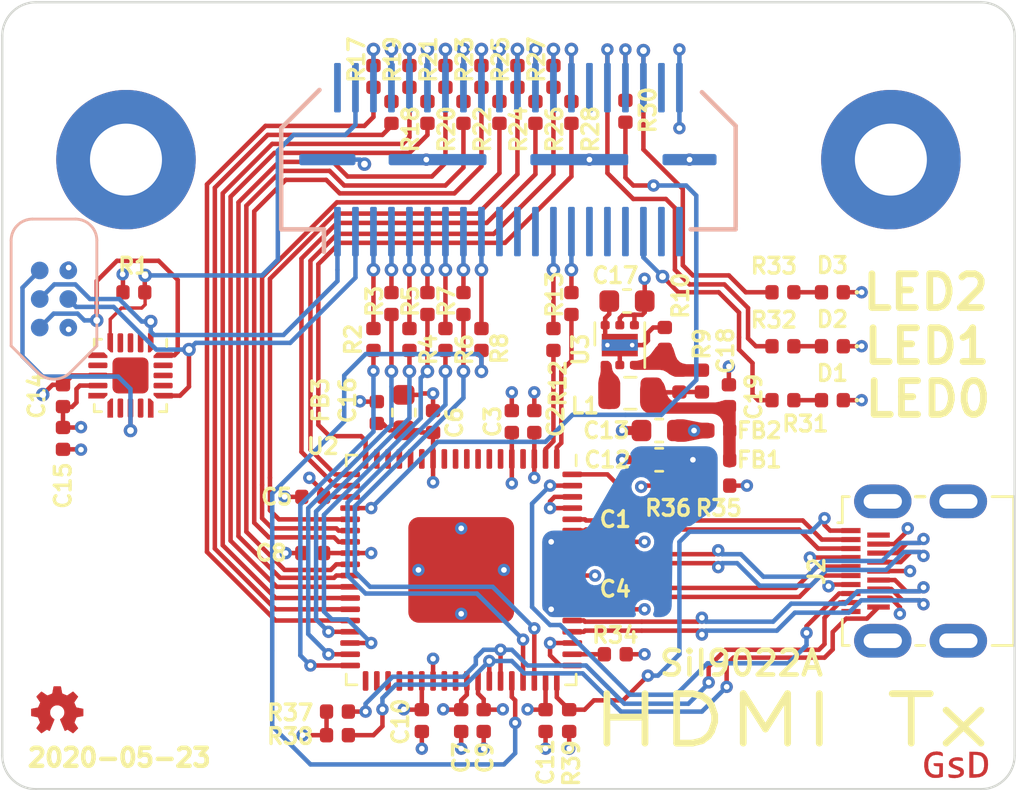
<source format=kicad_pcb>
(kicad_pcb (version 20200518) (host pcbnew "5.99.0-unknown-4cfff6b~101~ubuntu18.04.1")
  (title_block (title "sii9022a Breakout") (date "2020-05-23") (rev "r1.0") (comment 1 "SYZYGY Pod"))
  (layers (0 "F.Cu" signal) (1 "In1.Cu" power) (2 "In2.Cu" signal) (31 "B.Cu" signal) (34 "B.Paste" user hide) (35 "F.Paste" user hide) (36 "B.SilkS" user) (37 "F.SilkS" user) (38 "B.Mask" user) (39 "F.Mask" user) (44 "Edge.Cuts" user))
  (net 0 "")
  (net 1 "GND")
  (net 2 "+3V3")
  (net 3 "/Peripheral MCU/MISO")
  (net 4 "/Peripheral MCU/~RESET")
  (net 5 "/SCL")
  (net 6 "/SDA")
  (net 7 "/RGA")
  (net 8 "/D0")
  (net 9 "/D1")
  (net 10 "/D2")
  (net 11 "/D3")
  (net 12 "/D4")
  (net 13 "/D5")
  (net 14 "/D6")
  (net 15 "/D7")
  (net 16 "/D8")
  (net 17 "/D9")
  (net 18 "/D10")
  (net 19 "/D11")
  (net 20 "Net-(D1-Pad2)")
  (net 21 "Net-(D2-Pad2)")
  (net 22 "Net-(D3-Pad2)")
  (net 23 "Net-(J1-Pad5)")
  (net 24 "Net-(J1-Pad6)")
  (net 25 "Net-(J1-Pad7)")
  (net 26 "Net-(J1-Pad8)")
  (net 27 "Net-(J1-Pad9)")
  (net 28 "Net-(J1-Pad10)")
  (net 29 "Net-(J1-Pad11)")
  (net 30 "Net-(J1-Pad12)")
  (net 31 "Net-(J1-Pad13)")
  (net 32 "Net-(J1-Pad14)")
  (net 33 "Net-(J1-Pad15)")
  (net 34 "Net-(J1-Pad16)")
  (net 35 "Net-(J1-Pad17)")
  (net 36 "Net-(J1-Pad18)")
  (net 37 "Net-(J1-Pad19)")
  (net 38 "Net-(J1-Pad20)")
  (net 39 "Net-(J1-Pad21)")
  (net 40 "Net-(J1-Pad22)")
  (net 41 "Net-(J1-Pad24)")
  (net 42 "Net-(J1-Pad25)")
  (net 43 "Net-(J1-Pad26)")
  (net 44 "Net-(J1-Pad27)")
  (net 45 "Net-(J1-Pad28)")
  (net 46 "/LED0")
  (net 47 "/LED1")
  (net 48 "/LED2")
  (net 49 "Net-(C10-Pad1)")
  (net 50 "Net-(J2-Pad18)")
  (net 51 "Net-(J2-Pad17)")
  (net 52 "Net-(J2-Pad15)")
  (net 53 "Net-(J2-Pad1)")
  (net 54 "/CLK_N")
  (net 55 "/CLK_P")
  (net 56 "/TX1_N")
  (net 57 "/TX1_P")
  (net 58 "/TX0_N")
  (net 59 "/TX0_P")
  (net 60 "/TX2_N")
  (net 61 "/TX2_P")
  (net 62 "Net-(R34-Pad1)")
  (net 63 "Net-(J1-Pad34)")
  (net 64 "/DE")
  (net 65 "/HSYNC")
  (net 66 "/VSYNC")
  (net 67 "/RESET")
  (net 68 "/INT")
  (net 69 "/CEC")
  (net 70 "/IDCK")
  (net 71 "/EDID_SCL")
  (net 72 "/EDID_SDA")
  (net 73 "+1V2")
  (net 74 "Net-(C1-Pad1)")
  (net 75 "Net-(R35-Pad1)")
  (net 76 "Net-(C13-Pad1)")
  (net 77 "/SPDIF")
  (net 78 "Net-(C18-Pad2)")
  (net 79 "Net-(L1-Pad1)")
  (module "gkl_logos:oshw_small" (layer "F.Cu") (at 109.95 112.7)
    (fp_text reference "G***" hide)
    (fp_text value "LOGO" hide)
    (fp_poly (pts (xy 0.034434 -1.070644) (xy 0.067967 -1.070441) (xy 0.094854 -1.070081) (xy 0.115679 -1.069545) (xy 0.131028 -1.068815) (xy 0.141484 -1.067873) (xy 0.147631 -1.0667) (xy 0.14957 -1.065823) (xy 0.151728 -1.062359) (xy 0.154421 -1.054534) (xy 0.157762 -1.041831) (xy 0.161865 -1.023736) (xy 0.166844 -0.999734) (xy 0.172812 -0.969309) (xy 0.179883 -0.931946) (xy 0.18387 -0.910492) (xy 0.191899 -0.867626) (xy 0.198777 -0.832133) (xy 0.204579 -0.803667) (xy 0.20938 -0.781882) (xy 0.213256 -0.766433) (xy 0.216284 -0.756974) (xy 0.218192 -0.753437) (xy 0.223255 -0.750437) (xy 0.23444 -0.745046) (xy 0.250596 -0.737743) (xy 0.270577 -0.729006) (xy 0.293232 -0.719311) (xy 0.317413 -0.709137) (xy 0.34197 -0.698962) (xy 0.365756 -0.689262) (xy 0.387621 -0.680517) (xy 0.406415 -0.673202) (xy 0.420991 -0.667796) (xy 0.430199 -0.664778) (xy 0.432574 -0.664308) (xy 0.436931 -0.666453) (xy 0.446994 -0.672572) (xy 0.46204 -0.682192) (xy 0.48135 -0.69484) (xy 0.504202 -0.710041) (xy 0.529876 -0.727323) (xy 0.557649 -0.746211) (xy 0.566444 -0.752231) (xy 0.594625 -0.771491) (xy 0.620833 -0.789294) (xy 0.644361 -0.805167) (xy 0.664502 -0.81864) (xy 0.68055 -0.82924) (xy 0.691799 -0.836496) (xy 0.697543 -0.839936) (xy 0.698099 -0.840154) (xy 0.702045 -0.837466) (xy 0.710615 -0.829883) (xy 0.723103 -0.818125) (xy 0.738801 -0.802913) (xy 0.757001 -0.784968) (xy 0.776995 -0.765011) (xy 0.798076 -0.743762) (xy 0.819537 -0.721943) (xy 0.840668 -0.700273) (xy 0.860764 -0.679473) (xy 0.879116 -0.660265) (xy 0.895016 -0.643369) (xy 0.907757 -0.629505) (xy 0.916632 -0.619395) (xy 0.920932 -0.613759) (xy 0.921212 -0.612916) (xy 0.918584 -0.608605) (xy 0.912018 -0.598596) (xy 0.902013 -0.583627) (xy 0.889064 -0.564435) (xy 0.873671 -0.541758) (xy 0.856331 -0.516332) (xy 0.837541 -0.488894) (xy 0.834677 -0.484721) (xy 0.815763 -0.456987) (xy 0.798327 -0.431061) (xy 0.782855 -0.407691) (xy 0.769833 -0.387628) (xy 0.759747 -0.371622) (xy 0.753081 -0.360422) (xy 0.750324 -0.35478) (xy 0.750277 -0.354467) (xy 0.751805 -0.348645) (xy 0.756066 -0.336833) (xy 0.762575 -0.320162) (xy 0.770846 -0.299763) (xy 0.780396 -0.276769) (xy 0.790739 -0.25231) (xy 0.801391 -0.22752) (xy 0.811866 -0.203529) (xy 0.821679 -0.181469) (xy 0.830347 -0.162471) (xy 0.837383 -0.147669) (xy 0.842304 -0.138192) (xy 0.844118 -0.135445) (xy 0.847693 -0.13317) (xy 0.854829 -0.13053) (xy 0.866139 -0.127386) (xy 0.882232 -0.123601) (xy 0.903722 -0.119039) (xy 0.931219 -0.113561) (xy 0.965334 -0.10703) (xy 0.996918 -0.10112) (xy 1.037379 -0.09352) (xy 1.070645 -0.087079) (xy 1.097233 -0.081681) (xy 1.117657 -0.077211) (xy 1.132435 -0.073556) (xy 1.142081 -0.070599) (xy 1.147113 -0.068226) (xy 1.147885 -0.067505) (xy 1.149215 -0.0638) (xy 1.150302 -0.05616) (xy 1.151165 -0.044) (xy 1.151823 -0.026735) (xy 1.152293 -0.003782) (xy 1.152594 0.025445) (xy 1.152744 0.061528) (xy 1.152769 0.088391) (xy 1.152737 0.127046) (xy 1.152622 0.158623) (xy 1.152394 0.183862) (xy 1.152024 0.2035) (xy 1.151483 0.218275) (xy 1.150742 0.228927) (xy 1.149772 0.236191) (xy 1.148544 0.240808) (xy 1.147028 0.243515) (xy 1.146629 0.243952) (xy 1.140833 0.248843) (xy 1.138213 0.250093) (xy 1.133978 0.250781) (xy 1.122934 0.25274) (xy 1.105954 0.25581) (xy 1.08391 0.259832) (xy 1.057677 0.264646) (xy 1.028128 0.270094) (xy 0.996838 0.275885) (xy 0.955612 0.283642) (xy 0.921763 0.290266) (xy 0.894946 0.295832) (xy 0.874815 0.300417) (xy 0.861026 0.304097) (xy 0.853234 0.30695) (xy 0.851445 0.308124) (xy 0.848436 0.313325) (xy 0.843095 0.324719) (xy 0.835867 0.341193) (xy 0.827199 0.361634) (xy 0.817539 0.38493) (xy 0.807332 0.409969) (xy 0.797024 0.435639) (xy 0.787064 0.460827) (xy 0.777896 0.48442) (xy 0.769968 0.505307) (xy 0.763726 0.522375) (xy 0.759617 0.534513) (xy 0.758086 0.540606) (xy 0.758085 0.540687) (xy 0.760235 0.545487) (xy 0.76635 0.555935) (xy 0.775934 0.571262) (xy 0.78849 0.590698) (xy 0.803521 0.613476) (xy 0.82053 0.638825) (xy 0.838801 0.665655) (xy 0.857314 0.69275) (xy 0.874414 0.717967) (xy 0.889593 0.740547) (xy 0.902348 0.759729) (xy 0.912171 0.774754) (xy 0.918559 0.784861) (xy 0.921002 0.789276) (xy 0.918645 0.793571) (xy 0.910956 0.802932) (xy 0.898247 0.817025) (xy 0.880834 0.835513) (xy 0.859031 0.858062) (xy 0.833152 0.884336) (xy 0.813356 0.904189) (xy 0.785293 0.932138) (xy 0.762177 0.954975) (xy 0.743486 0.973171) (xy 0.728699 0.987199) (xy 0.717295 0.997529) (xy 0.708752 1.004633) (xy 0.702549 1.008984) (xy 0.698165 1.011053) (xy 0.695078 1.011313) (xy 0.695008 1.011299) (xy 0.689679 1.008695) (xy 0.678758 1.002154) (xy 0.663066 0.99221) (xy 0.643424 0.979394) (xy 0.62065 0.964241) (xy 0.595565 0.947284) (xy 0.576538 0.93426) (xy 0.550366 0.916286) (xy 0.526022 0.899625) (xy 0.504309 0.884826) (xy 0.486032 0.872434) (xy 0.471995 0.862994) (xy 0.463004 0.857053) (xy 0.460102 0.855246) (xy 0.457078 0.854255) (xy 0.452913 0.85445) (xy 0.446778 0.856201) (xy 0.437842 0.859876) (xy 0.425276 0.865845) (xy 0.40825 0.874477) (xy 0.385936 0.886143) (xy 0.360636 0.899546) (xy 0.347626 0.906182) (xy 0.339529 0.909288) (xy 0.33452 0.909294) (xy 0.330772 0.90663) (xy 0.330728 0.906585) (xy 0.328208 0.901935) (xy 0.32306 0.890769) (xy 0.315582 0.873809) (xy 0.306072 0.851778) (xy 0.294829 0.825397) (xy 0.282152 0.795391) (xy 0.268338 0.762481) (xy 0.253687 0.727389) (xy 0.238496 0.690838) (xy 0.223064 0.653551) (xy 0.20769 0.616249) (xy 0.192671 0.579657) (xy 0.178307 0.544495) (xy 0.164895 0.511487) (xy 0.152734 0.481354) (xy 0.142123 0.45482) (xy 0.133359 0.432607) (xy 0.126742 0.415438) (xy 0.122569 0.404034) (xy 0.121139 0.399138) (xy 0.124539 0.392081) (xy 0.134948 0.383227) (xy 0.143608 0.377584) (xy 0.188619 0.346069) (xy 0.227109 0.310716) (xy 0.258915 0.271782) (xy 0.283869 0.229527) (xy 0.301808 0.184209) (xy 0.312567 0.136086) (xy 0.315359 0.108587) (xy 0.314642 0.058353) (xy 0.306583 0.010097) (xy 0.291531 -0.035584) (xy 0.269836 -0.078095) (xy 0.241847 -0.11684) (xy 0.207914 -0.151221) (xy 0.168387 -0.180642) (xy 0.134816 -0.19932) (xy 0.09804 -0.215073) (xy 0.063083 -0.225281) (xy 0.027012 -0.2306) (xy -0.009769 -0.23174) (xy -0.059615 -0.227366) (xy -0.107125 -0.215762) (xy -0.151692 -0.19732) (xy -0.19271 -0.172431) (xy -0.229573 -0.141486) (xy -0.261673 -0.104878) (xy -0.288405 -0.062998) (xy -0.296711 -0.046464) (xy -0.308777 -0.018535) (xy -0.317161 0.006857) (xy -0.322405 0.032291) (xy -0.325047 0.060349) (xy -0.325639 0.091831) (xy -0.325267 0.115171) (xy -0.324232 0.133197) (xy -0.322223 0.148402) (xy -0.31893 0.163281) (xy -0.315036 0.177048) (xy -0.299291 0.220105) (xy -0.278927 0.258768) (xy -0.253213 0.293987) (xy -0.221415 0.326713) (xy -0.182801 0.357897) (xy -0.167177 0.368869) (xy -0.15294 0.378857) (xy -0.141274 0.387637) (xy -0.133636 0.394076) (xy -0.131448 0.396632) (xy -0.132459 0.401252) (xy -0.136161 0.4122) (xy -0.142219 0.428599) (xy -0.150296 0.449572) (xy -0.160055 0.474241) (xy -0.171161 0.50173) (xy -0.179518 0.522086) (xy -0.193998 0.557143) (xy -0.210561 0.597269) (xy -0.228319 0.640305) (xy -0.246379 0.684094) (xy -0.263853 0.726476) (xy -0.279849 0.765293) (xy -0.283708 0.774661) (xy -0.30004 0.813926) (xy -0.313973 0.846607) (xy -0.325441 0.872561) (xy -0.334378 0.89164) (xy -0.340718 0.903701) (xy -0.344396 0.908596) (xy -0.344568 0.908672) (xy -0.350459 0.907652) (xy -0.362082 0.903112) (xy -0.378438 0.895496) (xy -0.398524 0.885252) (xy -0.405826 0.881357) (xy -0.424649 0.871324) (xy -0.441113 0.862757) (xy -0.453973 0.856287) (xy -0.46198 0.852547) (xy -0.463947 0.851877) (xy -0.467846 0.854015) (xy -0.477435 0.860098) (xy -0.491969 0.869632) (xy -0.510708 0.882121) (xy -0.532909 0.897072) (xy -0.557828 0.913989) (xy -0.584152 0.931985) (xy -0.611219 0.950401) (xy -0.636511 0.967326) (xy -0.659249 0.982258) (xy -0.678656 0.994701) (xy -0.693953 1.004152) (xy -0.704362 1.010115) (xy -0.709029 1.012093) (xy -0.714317 1.009227) (xy -0.724895 1.00064) (xy -0.740744 0.986349) (xy -0.761845 0.96637) (xy -0.788182 0.940721) (xy -0.819737 0.909417) (xy -0.823573 0.905582) (xy -0.854778 0.874147) (xy -0.880703 0.847573) (xy -0.901264 0.825951) (xy -0.916376 0.809369) (xy -0.925955 0.797919) (xy -0.929919 0.79169) (xy -0.930031 0.791085) (xy -0.92788 0.786115) (xy -0.921763 0.775509) (xy -0.912177 0.760045) (xy -0.899622 0.740501) (xy -0.884598 0.717654) (xy -0.867603 0.692282) (xy -0.849923 0.666309) (xy -0.829505 0.636295) (xy -0.811454 0.609266) (xy -0.796155 0.585826) (xy -0.783993 0.566582) (xy -0.775352 0.552136) (xy -0.770619 0.543095) (xy -0.769815 0.540513) (xy -0.771264 0.534264) (xy -0.77531 0.521968) (xy -0.781505 0.504746) (xy -0.789401 0.483717) (xy -0.79855 0.460001) (xy -0.808503 0.434718) (xy -0.818812 0.408988) (xy -0.829028 0.38393) (xy -0.838704 0.360665) (xy -0.847389 0.340312) (xy -0.854637 0.323991) (xy -0.859999 0.312821) (xy -0.862902 0.308036) (xy -0.867671 0.305602) (xy -0.87803 0.302427) (xy -0.894356 0.298426) (xy -0.917028 0.293518) (xy -0.946424 0.287618) (xy -0.982922 0.280644) (xy -1.010138 0.275586) (xy -1.047747 0.268606) (xy -1.078379 0.262788) (xy -1.102761 0.257964) (xy -1.121618 0.253968) (xy -1.135675 0.250632) (xy -1.145658 0.24779) (xy -1.152293 0.245274) (xy -1.156305 0.242918) (xy -1.157654 0.241632) (xy -1.15942 0.239026) (xy -1.160856 0.235261) (xy -1.161994 0.229569) (xy -1.162869 0.221179) (xy -1.163515 0.209321) (xy -1.163965 0.193226) (xy -1.164254 0.172124) (xy -1.164415 0.145246) (xy -1.164483 0.111821) (xy -1.164492 0.086283) (xy -1.164428 0.045824) (xy -1.164221 0.01259) (xy -1.163855 -0.014004) (xy -1.163309 -0.034547) (xy -1.162566 -0.049626) (xy -1.161607 -0.05983) (xy -1.160413 -0.065746) (xy -1.159607 -0.06744) (xy -1.155945 -0.069673) (xy -1.147653 -0.072467) (xy -1.134227 -0.075935) (xy -1.115162 -0.080188) (xy -1.089954 -0.085337) (xy -1.058098 -0.091496) (xy -1.019091 -0.098774) (xy -1.014046 -0.099703) (xy -0.981474 -0.105744) (xy -0.950996 -0.111504) (xy -0.92355 -0.116796) (xy -0.900074 -0.121436) (xy -0.881505 -0.125239) (xy -0.86878 -0.128019) (xy -0.862911 -0.129562) (xy -0.859518 -0.13152) (xy -0.855885 -0.135299) (xy -0.851618 -0.141672) (xy -0.846325 -0.151412) (xy -0.839613 -0.165293) (xy -0.831087 -0.184087) (xy -0.820354 -0.208567) (xy -0.807226 -0.239032) (xy -0.795686 -0.266257) (xy -0.785233 -0.291524) (xy -0.776256 -0.313841) (xy -0.769147 -0.332215) (xy -0.764295 -0.345655) (xy -0.762091 -0.353168) (xy -0.762 -0.353986) (xy -0.764265 -0.359917) (xy -0.770911 -0.371817) (xy -0.781717 -0.389337) (xy -0.796461 -0.412131) (xy -0.814922 -0.43985) (xy -0.836876 -0.472148) (xy -0.844752 -0.483608) (xy -0.863574 -0.511131) (xy -0.880974 -0.536957) (xy -0.896447 -0.560306) (xy -0.909488 -0.580402) (xy -0.919593 -0.596466) (xy -0.926256 -0.607719) (xy -0.928974 -0.613383) (xy -0.928997 -0.613507) (xy -0.928723 -0.616663) (xy -0.926741 -0.620996) (xy -0.922573 -0.627032) (xy -0.915741 -0.635298) (xy -0.905766 -0.646322) (xy -0.892169 -0.66063) (xy -0.874471 -0.678749) (xy -0.852194 -0.701206) (xy -0.824859 -0.728528) (xy -0.821132 -0.732243) (xy -0.789304 -0.763769) (xy -0.762732 -0.789677) (xy -0.74133 -0.810047) (xy -0.725007 -0.824962) (xy -0.713675 -0.834505) (xy -0.707246 -0.838758) (xy -0.705927 -0.838966) (xy -0.701497 -0.836315) (xy -0.69137 -0.829716) (xy -0.676277 -0.819663) (xy -0.656953 -0.806651) (xy -0.634129 -0.791172) (xy -0.608539 -0.773722) (xy -0.580914 -0.754793) (xy -0.574689 -0.750515) (xy -0.546742 -0.731402) (xy -0.520662 -0.713761) (xy -0.497181 -0.69807) (xy -0.477028 -0.68481) (xy -0.460937 -0.674462) (xy -0.449637 -0.667505) (xy -0.44386 -0.664419) (xy -0.443397 -0.664307) (xy -0.438246 -0.665738) (xy -0.426954 -0.669755) (xy -0.410596 -0.675946) (xy -0.390249 -0.683898) (xy -0.366989 -0.6932) (xy -0.350632 -0.69985) (xy -0.317571 -0.713385) (xy -0.291012 -0.724298) (xy -0.270221 -0.732923) (xy -0.254468 -0.739595) (xy -0.24302 -0.744651) (xy -0.235143 -0.748424) (xy -0.230107 -0.751249) (xy -0.227177 -0.753463) (xy -0.225623 -0.7554) (xy -0.224711 -0.757395) (xy -0.224679 -0.757476) (xy -0.223541 -0.762317) (xy -0.221174 -0.773804) (xy -0.217774 -0.790899) (xy -0.213539 -0.812567) (xy -0.208664 -0.837768) (xy -0.203347 -0.865466) (xy -0.197785 -0.894622) (xy -0.192175 -0.9242) (xy -0.186713 -0.953161) (xy -0.181597 -0.980468) (xy -0.177024 -1.005084) (xy -0.17319 -1.025971) (xy -0.170292 -1.042092) (xy -0.168528 -1.052408) (xy -0.168065 -1.055775) (xy -0.165582 -1.060348) (xy -0.16189 -1.064567) (xy -0.159523 -1.066154) (xy -0.155419 -1.067447) (xy -0.14884 -1.068475) (xy -0.139047 -1.069267) (xy -0.125302 -1.069852) (xy -0.106868 -1.070259) (xy -0.083005 -1.070518) (xy -0.052976 -1.070657) (xy -0.016043 -1.070706) (xy -0.006329 -1.070708) (xy 0.034434 -1.070644)) (layer "F.Cu") (width 0.01))
  )
  (module "gkl_logos:gsd_logo_small" (layer "F.Cu") (at 149.9 115.2)
    (fp_text reference "G***" hide)
    (fp_text value "LOGO" hide)
    (fp_poly (pts (xy -0.729586 -0.662399) (xy -0.677333 -0.647505) (xy -0.626418 -0.62313) (xy -0.603622 -0.588205) (xy -0.59668 -0.543282) (xy -0.593267 -0.492195) (xy -0.600915 -0.471095) (xy -0.629252 -0.474961) (xy -0.684652 -0.497417) (xy -0.793084 -0.52487) (xy -0.911313 -0.52619) (xy -1.021487 -0.502134) (xy -1.067329 -0.481194) (xy -1.152001 -0.414193) (xy -1.209167 -0.323118) (xy -1.240724 -0.203739) (xy -1.248833 -0.077437) (xy -1.235812 0.076285) (xy -1.196686 0.196724) (xy -1.131367 0.283993) (xy -1.039764 0.338206) (xy -0.921786 0.359477) (xy -0.902158 0.359833) (xy -0.827591 0.358133) (xy -0.78048 0.347764) (xy -0.754524 0.320825) (xy -0.743421 0.269416) (xy -0.740872 0.185636) (xy -0.740833 0.157542) (xy -0.740833 -0.019054) (xy -0.862541 -0.025402) (xy -0.931356 -0.030401) (xy -0.968596 -0.039801) (xy -0.985008 -0.059004) (xy -0.990947 -0.089958) (xy -0.997645 -0.148167) (xy -0.592666 -0.148167) (xy -0.592666 0.440359) (xy -0.661458 0.46483) (xy -0.746414 0.485276) (xy -0.850823 0.496713) (xy -0.957542 0.498477) (xy -1.049423 0.489902) (xy -1.085247 0.481267) (xy -1.208581 0.422253) (xy -1.302342 0.335079) (xy -1.367447 0.218338) (xy -1.404808 0.070623) (xy -1.413852 -0.024121) (xy -1.40885 -0.20249) (xy -1.373738 -0.351868) (xy -1.307754 -0.47377) (xy -1.210142 -0.569709) (xy -1.111404 -0.627564) (xy -0.992941 -0.664104) (xy -0.859141 -0.676016) (xy -0.729586 -0.662399)) (layer "F.Cu") (width 0.01))
    (fp_poly (pts (xy 0.162577 -0.408638) (xy 0.231651 -0.397665) (xy 0.269226 -0.38476) (xy 0.285863 -0.363181) (xy 0.292122 -0.326181) (xy 0.292151 -0.325883) (xy 0.298552 -0.260216) (xy 0.140244 -0.270375) (xy 0.023554 -0.274289) (xy -0.058453 -0.267638) (xy -0.112413 -0.249068) (xy -0.144962 -0.217221) (xy -0.1483 -0.211417) (xy -0.159408 -0.158528) (xy -0.131713 -0.111118) (xy -0.063856 -0.06759) (xy -0.005378 -0.043426) (xy 0.120986 0.004376) (xy 0.212326 0.044812) (xy 0.274186 0.082617) (xy 0.312111 0.122522) (xy 0.331646 0.16926) (xy 0.338334 0.227561) (xy 0.338667 0.250217) (xy 0.332061 0.319458) (xy 0.306108 0.369754) (xy 0.275785 0.401589) (xy 0.193201 0.454029) (xy 0.081845 0.489442) (xy -0.047579 0.506087) (xy -0.184364 0.50222) (xy -0.264583 0.489528) (xy -0.310364 0.472303) (xy -0.330277 0.436937) (xy -0.334784 0.40645) (xy -0.341485 0.336834) (xy -0.228951 0.353625) (xy -0.077646 0.369325) (xy 0.038464 0.366191) (xy 0.11832 0.344321) (xy 0.151534 0.318598) (xy 0.179753 0.277874) (xy 0.1905 0.251655) (xy 0.170586 0.212403) (xy 0.114686 0.169922) (xy 0.028559 0.127998) (xy -0.031142 0.106035) (xy -0.115912 0.072019) (xy -0.195079 0.030549) (xy -0.245396 -0.004577) (xy -0.292577 -0.05312) (xy -0.313312 -0.100997) (xy -0.3175 -0.159315) (xy -0.298442 -0.24985) (xy -0.244324 -0.323152) (xy -0.159727 -0.376842) (xy -0.04923 -0.40854) (xy 0.082583 -0.415868) (xy 0.162577 -0.408638)) (layer "F.Cu") (width 0.01))
    (fp_poly (pts (xy 0.809625 -0.656049) (xy 0.948894 -0.652824) (xy 1.055352 -0.641742) (xy 1.138164 -0.620435) (xy 1.206496 -0.586535) (xy 1.269512 -0.537672) (xy 1.270237 -0.537018) (xy 1.340037 -0.45732) (xy 1.386054 -0.362298) (xy 1.410458 -0.244688) (xy 1.415419 -0.097228) (xy 1.413931 -0.056017) (xy 1.39408 0.106816) (xy 1.349894 0.237949) (xy 1.279148 0.339287) (xy 1.179619 0.412731) (xy 1.049083 0.460187) (xy 0.885316 0.483556) (xy 0.779803 0.486833) (xy 0.592667 0.486833) (xy 0.592667 0.338667) (xy 0.762 0.338667) (xy 0.884039 0.338667) (xy 0.998972 0.327347) (xy 1.079303 0.299395) (xy 1.160578 0.233792) (xy 1.215228 0.137724) (xy 1.243868 0.009786) (xy 1.248834 -0.087568) (xy 1.23982 -0.236059) (xy 1.21085 -0.349515) (xy 1.159033 -0.431642) (xy 1.081476 -0.486148) (xy 0.975288 -0.516738) (xy 0.908005 -0.524408) (xy 0.762 -0.534855) (xy 0.762 0.338667) (xy 0.592667 0.338667) (xy 0.592667 -0.656167) (xy 0.809625 -0.656049)) (layer "F.Cu") (width 0.01))
  )
  (module "Inductor_SMD:L_0805_2012Metric" (layer "F.Cu") (at 135.42 98.59)
    (fp_text reference "L1" (at -2.02 0.56) (layer "F.SilkS") (effects (font (size 0.7 0.7))))
    (fp_text value "2.2uH")
    (pad "2" smd roundrect (at 0.9375 0) (size 0.975 1.4) (layers "F.Cu" "F.Paste" "F.Mask") (net 73 "+1V2"))
    (pad "1" smd roundrect (at -0.9375 0) (size 0.975 1.4) (layers "F.Cu" "F.Paste" "F.Mask") (net 79 "Net-(L1-Pad1)"))
  )
  (module "Package_SON:WSON-6-1EP_2x2mm_P0.65mm_EP1x1.6mm_ThermalVias" (layer "F.Cu") (at 134.95 96.45 90)
    (fp_text reference "U3" (at -0.2 -1.75 90) (layer "F.SilkS") (effects (font (size 0.7 0.7))))
    (fp_text value "TPS62290")
    (pad "7" smd rect (at 0 0 90) (size 0.5 1.6) (layers "B.Cu") (net 1 "GND"))
    (pad "7" thru_hole circle (at 0 0.55 90) (size 0.5 0.5) (drill 0.2) (layers *.Cu) (net 1 "GND"))
    (pad "7" thru_hole circle (at 0 -0.55 90) (size 0.5 0.5) (drill 0.2) (layers *.Cu) (net 1 "GND"))
    (pad "7" smd rect (at 0 0 90) (size 1 1.6) (layers "F.Cu" "F.Mask") (net 1 "GND"))
    (pad "6" smd roundrect (at 0.8875 -0.65 90) (size 0.375 0.4) (layers "F.Cu" "F.Paste" "F.Mask") (net 1 "GND"))
    (pad "5" smd roundrect (at 0.8875 0 90) (size 0.375 0.4) (layers "F.Cu" "F.Paste" "F.Mask") (net 2 "+3V3"))
    (pad "4" smd roundrect (at 0.8875 0.65 90) (size 0.375 0.4) (layers "F.Cu" "F.Paste" "F.Mask") (net 2 "+3V3"))
    (pad "3" smd roundrect (at -0.8875 0.65 90) (size 0.375 0.4) (layers "F.Cu" "F.Paste" "F.Mask") (net 78 "Net-(C18-Pad2)"))
    (pad "2" smd roundrect (at -0.8875 0 90) (size 0.375 0.4) (layers "F.Cu" "F.Paste" "F.Mask") (net 1 "GND"))
    (pad "1" smd roundrect (at -0.8875 -0.65 90) (size 0.375 0.4) (layers "F.Cu" "F.Paste" "F.Mask") (net 79 "Net-(L1-Pad1)"))
  )
  (module "Resistor_SMD:R_0402_1005Metric" (layer "F.Cu") (at 136.95 96.15 90)
    (fp_text reference "R10" (at 1.9 0.7 90) (layer "F.SilkS") (effects (font (size 0.7 0.7))))
    (fp_text value "1k")
    (pad "2" smd roundrect (at 0.485 0 90) (size 0.59 0.64) (layers "F.Cu" "F.Paste" "F.Mask") (net 1 "GND"))
    (pad "1" smd roundrect (at -0.485 0 90) (size 0.59 0.64) (layers "F.Cu" "F.Paste" "F.Mask") (net 78 "Net-(C18-Pad2)"))
  )
  (module "Resistor_SMD:R_0402_1005Metric" (layer "F.Cu") (at 137.6 98.05 90)
    (fp_text reference "R9" (at 1.65 1 90) (layer "F.SilkS") (effects (font (size 0.7 0.7))))
    (fp_text value "1k")
    (pad "2" smd roundrect (at 0.485 0 90) (size 0.59 0.64) (layers "F.Cu" "F.Paste" "F.Mask") (net 78 "Net-(C18-Pad2)"))
    (pad "1" smd roundrect (at -0.485 0 90) (size 0.59 0.64) (layers "F.Cu" "F.Paste" "F.Mask") (net 73 "+1V2"))
  )
  (module "Capacitor_SMD:C_0402_1005Metric" (layer "F.Cu") (at 139.8 98.7 90)
    (fp_text reference "C19" (at -0.05 1.1 90) (layer "F.SilkS") (effects (font (size 0.7 0.7))))
    (fp_text value "2.2uF")
    (pad "2" smd roundrect (at 0.485 0 90) (size 0.59 0.64) (layers "F.Cu" "F.Paste" "F.Mask") (net 1 "GND"))
    (pad "1" smd roundrect (at -0.485 0 90) (size 0.59 0.64) (layers "F.Cu" "F.Paste" "F.Mask") (net 73 "+1V2"))
  )
  (module "Capacitor_SMD:C_0402_1005Metric" (layer "F.Cu") (at 138.6 98.05 90)
    (fp_text reference "C18" (at 1.35 1.05 90) (layer "F.SilkS") (effects (font (size 0.7 0.7))))
    (fp_text value "22pF")
    (pad "2" smd roundrect (at 0.485 0 90) (size 0.59 0.64) (layers "F.Cu" "F.Paste" "F.Mask") (net 78 "Net-(C18-Pad2)"))
    (pad "1" smd roundrect (at -0.485 0 90) (size 0.59 0.64) (layers "F.Cu" "F.Paste" "F.Mask") (net 73 "+1V2"))
  )
  (module "Capacitor_SMD:C_0603_1608Metric" (layer "F.Cu") (at 135.27 94.49 180)
    (fp_text reference "C17" (at 0.52 1.14) (layer "F.SilkS") (effects (font (size 0.7 0.7))))
    (fp_text value "10uF")
    (pad "2" smd roundrect (at 0.7875 0 180) (size 0.875 0.95) (layers "F.Cu" "F.Paste" "F.Mask") (net 1 "GND"))
    (pad "1" smd roundrect (at -0.7875 0 180) (size 0.875 0.95) (layers "F.Cu" "F.Paste" "F.Mask") (net 2 "+3V3"))
  )
  (module "Resistor_SMD:R_0402_1005Metric" (layer "F.Cu") (at 132.7 113.15 -90)
    (fp_text reference "R39" (at 1.9 -0.1 90) (layer "F.SilkS") (effects (font (size 0.7 0.7))))
    (fp_text value "10k")
    (pad "2" smd roundrect (at 0.485 0 270) (size 0.59 0.64) (layers "F.Cu" "F.Paste" "F.Mask") (net 1 "GND"))
    (pad "1" smd roundrect (at -0.485 0 270) (size 0.59 0.64) (layers "F.Cu" "F.Paste" "F.Mask") (net 53 "Net-(J2-Pad1)"))
  )
  (module "Resistor_SMD:R_0402_1005Metric" (layer "F.Cu") (at 122.4 113.8 180)
    (fp_text reference "R38" (at 2.1 -0.05) (layer "F.SilkS") (effects (font (size 0.7 0.7))))
    (fp_text value "2.2k")
    (pad "2" smd roundrect (at 0.485 0 180) (size 0.59 0.64) (layers "F.Cu" "F.Paste" "F.Mask") (net 2 "+3V3"))
    (pad "1" smd roundrect (at -0.485 0 180) (size 0.59 0.64) (layers "F.Cu" "F.Paste" "F.Mask") (net 50 "Net-(J2-Pad18)"))
  )
  (module "Resistor_SMD:R_0402_1005Metric" (layer "F.Cu") (at 122.4 112.75 180)
    (fp_text reference "R37" (at 2.1 -0.05) (layer "F.SilkS") (effects (font (size 0.7 0.7))))
    (fp_text value "2.2k")
    (pad "2" smd roundrect (at 0.485 0 180) (size 0.59 0.64) (layers "F.Cu" "F.Paste" "F.Mask") (net 2 "+3V3"))
    (pad "1" smd roundrect (at -0.485 0 180) (size 0.59 0.64) (layers "F.Cu" "F.Paste" "F.Mask") (net 51 "Net-(J2-Pad17)"))
  )
  (module "Connector_HDMI:HDMI_Micro-D_Molex_46765-1x01" (layer "F.Cu") (at 150 106.5 90)
    (fp_text reference "J2" (at 0 -6.3 90) (layer "F.SilkS") (effects (font (size 0.7 0.7))))
    (fp_text value "HDMI_D_1.4")
    (pad "18" smd rect (at -1.6 -3.55 90) (size 0.23 1) (layers "F.Cu" "F.Paste" "F.Mask") (net 50 "Net-(J2-Pad18)"))
    (pad "16" smd rect (at -1.2 -3.55 90) (size 0.23 1) (layers "F.Cu" "F.Paste" "F.Mask") (net 1 "GND"))
    (pad "14" smd rect (at -0.8 -3.55 90) (size 0.23 1) (layers "F.Cu" "F.Paste" "F.Mask") (net 54 "/CLK_N"))
    (pad "12" smd rect (at -0.4 -3.55 90) (size 0.23 1) (layers "F.Cu" "F.Paste" "F.Mask") (net 55 "/CLK_P"))
    (pad "10" smd rect (at 0 -3.55 90) (size 0.23 1) (layers "F.Cu" "F.Paste" "F.Mask") (net 1 "GND"))
    (pad "8" smd rect (at 0.4 -3.55 90) (size 0.23 1) (layers "F.Cu" "F.Paste" "F.Mask") (net 56 "/TX1_N"))
    (pad "6" smd rect (at 0.8 -3.55 90) (size 0.23 1) (layers "F.Cu" "F.Paste" "F.Mask") (net 57 "/TX1_P"))
    (pad "4" smd rect (at 1.2 -3.55 90) (size 0.23 1) (layers "F.Cu" "F.Paste" "F.Mask") (net 1 "GND"))
    (pad "2" smd rect (at 1.6 -3.55 90) (size 0.23 1) (layers "F.Cu" "F.Paste" "F.Mask"))
    (pad "19" smd rect (at -1.8 -4.775 90) (size 0.23 0.85) (layers "F.Cu" "F.Paste" "F.Mask"))
    (pad "17" smd rect (at -1.4 -4.775 90) (size 0.23 0.85) (layers "F.Cu" "F.Paste" "F.Mask") (net 51 "Net-(J2-Pad17)"))
    (pad "15" smd rect (at -1 -4.775 90) (size 0.23 0.85) (layers "F.Cu" "F.Paste" "F.Mask") (net 52 "Net-(J2-Pad15)"))
    (pad "13" smd rect (at -0.6 -4.775 90) (size 0.23 0.85) (layers "F.Cu" "F.Paste" "F.Mask") (net 1 "GND"))
    (pad "11" smd rect (at -0.2 -4.775 90) (size 0.23 0.85) (layers "F.Cu" "F.Paste" "F.Mask") (net 58 "/TX0_N"))
    (pad "9" smd rect (at 0.2 -4.775 90) (size 0.23 0.85) (layers "F.Cu" "F.Paste" "F.Mask") (net 59 "/TX0_P"))
    (pad "7" smd rect (at 0.6 -4.775 90) (size 0.23 0.85) (layers "F.Cu" "F.Paste" "F.Mask") (net 1 "GND"))
    (pad "5" smd rect (at 1 -4.775 90) (size 0.23 0.85) (layers "F.Cu" "F.Paste" "F.Mask") (net 60 "/TX2_N"))
    (pad "3" smd rect (at 1.4 -4.775 90) (size 0.23 0.85) (layers "F.Cu" "F.Paste" "F.Mask") (net 61 "/TX2_P"))
    (pad "1" smd rect (at 1.8 -4.775 90) (size 0.23 0.85) (layers "F.Cu" "F.Paste" "F.Mask") (net 53 "Net-(J2-Pad1)"))
    (pad "SH" thru_hole oval (at 3.1 -3.36 90) (size 1.5 2.55) (drill oval 0.65 1.7) (layers *.Cu *.Mask "F.Paste") (net 1 "GND"))
    (pad "SH" thru_hole oval (at -3.1 -3.36 90) (size 1.5 2.55) (drill oval 0.65 1.7) (layers *.Cu *.Mask "F.Paste") (net 1 "GND"))
    (pad "SH" thru_hole oval (at 3.1 0 90) (size 1.5 2.55) (drill oval 0.65 1.7) (layers *.Cu *.Mask "F.Paste") (net 1 "GND"))
    (pad "SH" thru_hole oval (at -3.1 0 90) (size 1.5 2.55) (drill oval 0.65 1.7) (layers *.Cu *.Mask "F.Paste") (net 1 "GND"))
  )
  (module "Capacitor_SMD:C_0603_1608Metric" (layer "F.Cu") (at 125.35 99.45 90)
    (fp_text reference "C16" (at 0.55 -2.5 90) (layer "F.SilkS") (effects (font (size 0.7 0.7))))
    (fp_text value "10uF")
    (pad "2" smd roundrect (at 0.7875 0 90) (size 0.875 0.95) (layers "F.Cu" "F.Paste" "F.Mask") (net 1 "GND"))
    (pad "1" smd roundrect (at -0.7875 0 90) (size 0.875 0.95) (layers "F.Cu" "F.Paste" "F.Mask") (net 49 "Net-(C10-Pad1)"))
  )
  (module "Capacitor_SMD:C_0603_1608Metric" (layer "F.Cu") (at 136.7 100.25 180)
    (fp_text reference "C13" (at 2.35 0) (layer "F.SilkS") (effects (font (size 0.7 0.7))))
    (fp_text value "10uF")
    (pad "2" smd roundrect (at 0.7875 0 180) (size 0.875 0.95) (layers "F.Cu" "F.Paste" "F.Mask") (net 1 "GND"))
    (pad "1" smd roundrect (at -0.7875 0 180) (size 0.875 0.95) (layers "F.Cu" "F.Paste" "F.Mask") (net 76 "Net-(C13-Pad1)"))
  )
  (module "Capacitor_SMD:C_0603_1608Metric" (layer "F.Cu") (at 136.7 101.55 180)
    (fp_text reference "C12" (at 2.3 0) (layer "F.SilkS") (effects (font (size 0.7 0.7))))
    (fp_text value "10uF")
    (pad "2" smd roundrect (at 0.7875 0 180) (size 0.875 0.95) (layers "F.Cu" "F.Paste" "F.Mask") (net 1 "GND"))
    (pad "1" smd roundrect (at -0.7875 0 180) (size 0.875 0.95) (layers "F.Cu" "F.Paste" "F.Mask") (net 74 "Net-(C1-Pad1)"))
  )
  (module "Resistor_SMD:R_0402_1005Metric" (layer "F.Cu") (at 137.2 102.7)
    (fp_text reference "R36" (at -0.1 1) (layer "F.SilkS") (effects (font (size 0.7 0.7))))
    (fp_text value "47R")
    (pad "2" smd roundrect (at 0.485 0) (size 0.59 0.64) (layers "F.Cu" "F.Paste" "F.Mask") (net 75 "Net-(R35-Pad1)"))
    (pad "1" smd roundrect (at -0.485 0) (size 0.59 0.64) (layers "F.Cu" "F.Paste" "F.Mask") (net 1 "GND"))
  )
  (module "Resistor_SMD:R_0402_1005Metric" (layer "F.Cu") (at 139.35 102.7)
    (fp_text reference "R35" (at 0 1) (layer "F.SilkS") (effects (font (size 0.7 0.7))))
    (fp_text value "DNP")
    (pad "2" smd roundrect (at 0.485 0) (size 0.59 0.64) (layers "F.Cu" "F.Paste" "F.Mask") (net 2 "+3V3"))
    (pad "1" smd roundrect (at -0.485 0) (size 0.59 0.64) (layers "F.Cu" "F.Paste" "F.Mask") (net 75 "Net-(R35-Pad1)"))
  )
  (module "Inductor_SMD:L_0402_1005Metric" (layer "F.Cu") (at 124.15 99.45 -90)
    (fp_text reference "FB3" (at -0.55 2.5 90) (layer "F.SilkS") (effects (font (size 0.7 0.7))))
    (fp_text value "1k @ 100MHz")
    (pad "2" smd roundrect (at 0.485 0 270) (size 0.59 0.64) (layers "F.Cu" "F.Paste" "F.Mask") (net 49 "Net-(C10-Pad1)"))
    (pad "1" smd roundrect (at -0.485 0 270) (size 0.59 0.64) (layers "F.Cu" "F.Paste" "F.Mask") (net 2 "+3V3"))
  )
  (module "Inductor_SMD:L_0402_1005Metric" (layer "F.Cu") (at 139.35 100.25 180)
    (fp_text reference "FB2" (at -1.8 0) (layer "F.SilkS") (effects (font (size 0.7 0.7))))
    (fp_text value "1k @ 100MHz")
    (pad "2" smd roundrect (at 0.485 0 180) (size 0.59 0.64) (layers "F.Cu" "F.Paste" "F.Mask") (net 76 "Net-(C13-Pad1)"))
    (pad "1" smd roundrect (at -0.485 0 180) (size 0.59 0.64) (layers "F.Cu" "F.Paste" "F.Mask") (net 73 "+1V2"))
  )
  (module "Inductor_SMD:L_0402_1005Metric" (layer "F.Cu") (at 139.35 101.55 180)
    (fp_text reference "FB1" (at -1.8 0) (layer "F.SilkS") (effects (font (size 0.7 0.7))))
    (fp_text value "1k @ 100MHz")
    (pad "2" smd roundrect (at 0.485 0 180) (size 0.59 0.64) (layers "F.Cu" "F.Paste" "F.Mask") (net 74 "Net-(C1-Pad1)"))
    (pad "1" smd roundrect (at -0.485 0 180) (size 0.59 0.64) (layers "F.Cu" "F.Paste" "F.Mask") (net 73 "+1V2"))
  )
  (module "Capacitor_SMD:C_0402_1005Metric" (layer "F.Cu") (at 131.65 113.15 -90)
    (fp_text reference "C11" (at 1.85 0 90) (layer "F.SilkS") (effects (font (size 0.7 0.7))))
    (fp_text value "0.1uF")
    (pad "2" smd roundrect (at 0.485 0 270) (size 0.59 0.64) (layers "F.Cu" "F.Paste" "F.Mask") (net 1 "GND"))
    (pad "1" smd roundrect (at -0.485 0 270) (size 0.59 0.64) (layers "F.Cu" "F.Paste" "F.Mask") (net 49 "Net-(C10-Pad1)"))
  )
  (module "Capacitor_SMD:C_0402_1005Metric" (layer "F.Cu") (at 126.15 113.15 -90)
    (fp_text reference "C10" (at 0.05 0.95 90) (layer "F.SilkS") (effects (font (size 0.7 0.7))))
    (fp_text value "0.1uF")
    (pad "2" smd roundrect (at 0.485 0 270) (size 0.59 0.64) (layers "F.Cu" "F.Paste" "F.Mask") (net 1 "GND"))
    (pad "1" smd roundrect (at -0.485 0 270) (size 0.59 0.64) (layers "F.Cu" "F.Paste" "F.Mask") (net 49 "Net-(C10-Pad1)"))
  )
  (module "Capacitor_SMD:C_0402_1005Metric" (layer "F.Cu") (at 121.3 105.7 180)
    (fp_text reference "C8" (at 1.85 0) (layer "F.SilkS") (effects (font (size 0.7 0.7))))
    (fp_text value "0.1uF")
    (pad "2" smd roundrect (at 0.485 0 180) (size 0.59 0.64) (layers "F.Cu" "F.Paste" "F.Mask") (net 1 "GND"))
    (pad "1" smd roundrect (at -0.485 0 180) (size 0.59 0.64) (layers "F.Cu" "F.Paste" "F.Mask") (net 49 "Net-(C10-Pad1)"))
  )
  (module "Capacitor_SMD:C_0402_1005Metric" (layer "F.Cu") (at 127.9 113.15 -90)
    (fp_text reference "C7" (at 1.65 0 90) (layer "F.SilkS") (effects (font (size 0.7 0.7))))
    (fp_text value "0.1uF")
    (pad "2" smd roundrect (at 0.485 0 270) (size 0.59 0.64) (layers "F.Cu" "F.Paste" "F.Mask") (net 1 "GND"))
    (pad "1" smd roundrect (at -0.485 0 270) (size 0.59 0.64) (layers "F.Cu" "F.Paste" "F.Mask") (net 76 "Net-(C13-Pad1)"))
  )
  (module "Capacitor_SMD:C_0402_1005Metric" (layer "F.Cu") (at 126.65 99.85 90)
    (fp_text reference "C6" (at -0.05 0.95 90) (layer "F.SilkS") (effects (font (size 0.7 0.7))))
    (fp_text value "0.1uF")
    (pad "2" smd roundrect (at 0.485 0 90) (size 0.59 0.64) (layers "F.Cu" "F.Paste" "F.Mask") (net 1 "GND"))
    (pad "1" smd roundrect (at -0.485 0 90) (size 0.59 0.64) (layers "F.Cu" "F.Paste" "F.Mask") (net 49 "Net-(C10-Pad1)"))
  )
  (module "Capacitor_SMD:C_0402_1005Metric" (layer "F.Cu") (at 121.3 103.2 180)
    (fp_text reference "C5" (at 1.6 0) (layer "F.SilkS") (effects (font (size 0.7 0.7))))
    (fp_text value "0.1uF")
    (pad "2" smd roundrect (at 0.485 0 180) (size 0.59 0.64) (layers "F.Cu" "F.Paste" "F.Mask") (net 1 "GND"))
    (pad "1" smd roundrect (at -0.485 0 180) (size 0.59 0.64) (layers "F.Cu" "F.Paste" "F.Mask") (net 76 "Net-(C13-Pad1)"))
  )
  (module "Capacitor_SMD:C_0402_1005Metric" (layer "F.Cu") (at 134.75 108.2)
    (fp_text reference "C4" (at 0 -0.9) (layer "F.SilkS") (effects (font (size 0.7 0.7))))
    (fp_text value "0.1uF")
    (pad "2" smd roundrect (at 0.485 0) (size 0.59 0.64) (layers "F.Cu" "F.Paste" "F.Mask") (net 1 "GND"))
    (pad "1" smd roundrect (at -0.485 0) (size 0.59 0.64) (layers "F.Cu" "F.Paste" "F.Mask") (net 74 "Net-(C1-Pad1)"))
  )
  (module "Capacitor_SMD:C_0402_1005Metric" (layer "F.Cu") (at 130.15 99.85 90)
    (fp_text reference "C3" (at 0 -0.85 90) (layer "F.SilkS") (effects (font (size 0.7 0.7))))
    (fp_text value "0.1uF")
    (pad "2" smd roundrect (at 0.485 0 90) (size 0.59 0.64) (layers "F.Cu" "F.Paste" "F.Mask") (net 1 "GND"))
    (pad "1" smd roundrect (at -0.485 0 90) (size 0.59 0.64) (layers "F.Cu" "F.Paste" "F.Mask") (net 49 "Net-(C10-Pad1)"))
  )
  (module "Capacitor_SMD:C_0402_1005Metric" (layer "F.Cu") (at 131.15 99.85 90)
    (fp_text reference "C2" (at 0 0.95 90) (layer "F.SilkS") (effects (font (size 0.7 0.7))))
    (fp_text value "0.1uF")
    (pad "2" smd roundrect (at 0.485 0 90) (size 0.59 0.64) (layers "F.Cu" "F.Paste" "F.Mask") (net 1 "GND"))
    (pad "1" smd roundrect (at -0.485 0 90) (size 0.59 0.64) (layers "F.Cu" "F.Paste" "F.Mask") (net 76 "Net-(C13-Pad1)"))
  )
  (module "Capacitor_SMD:C_0402_1005Metric" (layer "F.Cu") (at 134.75 105.2)
    (fp_text reference "C1" (at 0 -1) (layer "F.SilkS") (effects (font (size 0.7 0.7))))
    (fp_text value "0.1uF")
    (pad "2" smd roundrect (at 0.485 0) (size 0.59 0.64) (layers "F.Cu" "F.Paste" "F.Mask") (net 1 "GND"))
    (pad "1" smd roundrect (at -0.485 0) (size 0.59 0.64) (layers "F.Cu" "F.Paste" "F.Mask") (net 74 "Net-(C1-Pad1)"))
  )
  (module "Resistor_SMD:R_0402_1005Metric" (layer "F.Cu") (at 135.2 86.05 -90)
    (fp_text reference "R30" (at -0.05 -1 90) (layer "F.SilkS") (effects (font (size 0.7 0.7))))
    (fp_text value "47R")
    (pad "2" smd roundrect (at 0.485 0 270) (size 0.59 0.64) (layers "F.Cu" "F.Paste" "F.Mask") (net 70 "/IDCK"))
    (pad "1" smd roundrect (at -0.485 0 270) (size 0.59 0.64) (layers "F.Cu" "F.Paste" "F.Mask") (net 63 "Net-(J1-Pad34)"))
  )
  (module "Resistor_SMD:R_0402_1005Metric" (layer "F.Cu") (at 134.75 110.2)
    (fp_text reference "R34" (at 0 -0.85) (layer "F.SilkS") (effects (font (size 0.7 0.7))))
    (fp_text value "4.3k")
    (pad "2" smd roundrect (at 0.485 0) (size 0.59 0.64) (layers "F.Cu" "F.Paste" "F.Mask") (net 1 "GND"))
    (pad "1" smd roundrect (at -0.485 0) (size 0.59 0.64) (layers "F.Cu" "F.Paste" "F.Mask") (net 62 "Net-(R34-Pad1)"))
  )
  (module "Capacitor_SMD:C_0402_1005Metric" (layer "F.Cu") (at 128.9 113.15 -90)
    (fp_text reference "C9" (at 1.65 -0.05 90) (layer "F.SilkS") (effects (font (size 0.7 0.7))))
    (fp_text value "0.1uF")
    (pad "2" smd roundrect (at 0.485 0 270) (size 0.59 0.64) (layers "F.Cu" "F.Paste" "F.Mask") (net 1 "GND"))
    (pad "1" smd roundrect (at -0.485 0 270) (size 0.59 0.64) (layers "F.Cu" "F.Paste" "F.Mask") (net 49 "Net-(C10-Pad1)"))
  )
  (module "Package_DFN_QFN:QFN-72-1EP_10x10mm_P0.5mm_EP6x6mm" (layer "F.Cu") (at 127.9 106.45 -90)
    (fp_text reference "U2" (at -5.5 6.15 180) (layer "F.SilkS") (effects (font (size 0.7 0.7))))
    (fp_text value "SiI9022A")
    (pad "73" smd roundrect (at 0 0 270) (size 4.7 4.7) (layers "F.Cu" "F.Mask") (roundrect_rratio 0.1) (net 1 "GND"))
    (pad "72" smd roundrect (at -4.25 -4.9375 270) (size 0.25 0.875) (layers "F.Cu" "F.Paste" "F.Mask") (net 75 "Net-(R35-Pad1)"))
    (pad "71" smd roundrect (at -3.75 -4.9375 270) (size 0.25 0.875) (layers "F.Cu" "F.Paste" "F.Mask") (net 52 "Net-(J2-Pad15)"))
    (pad "70" smd roundrect (at -3.25 -4.9375 270) (size 0.25 0.875) (layers "F.Cu" "F.Paste" "F.Mask") (net 1 "GND"))
    (pad "69" smd roundrect (at -2.75 -4.9375 270) (size 0.25 0.875) (layers "F.Cu" "F.Paste" "F.Mask") (net 1 "GND"))
    (pad "68" smd roundrect (at -2.25 -4.9375 270) (size 0.25 0.875) (layers "F.Cu" "F.Paste" "F.Mask") (net 61 "/TX2_P"))
    (pad "67" smd roundrect (at -1.75 -4.9375 270) (size 0.25 0.875) (layers "F.Cu" "F.Paste" "F.Mask") (net 60 "/TX2_N"))
    (pad "66" smd roundrect (at -1.25 -4.9375 270) (size 0.25 0.875) (layers "F.Cu" "F.Paste" "F.Mask") (net 74 "Net-(C1-Pad1)"))
    (pad "65" smd roundrect (at -0.75 -4.9375 270) (size 0.25 0.875) (layers "F.Cu" "F.Paste" "F.Mask") (net 57 "/TX1_P"))
    (pad "64" smd roundrect (at -0.25 -4.9375 270) (size 0.25 0.875) (layers "F.Cu" "F.Paste" "F.Mask") (net 56 "/TX1_N"))
    (pad "63" smd roundrect (at 0.25 -4.9375 270) (size 0.25 0.875) (layers "F.Cu" "F.Paste" "F.Mask") (net 1 "GND"))
    (pad "62" smd roundrect (at 0.75 -4.9375 270) (size 0.25 0.875) (layers "F.Cu" "F.Paste" "F.Mask") (net 59 "/TX0_P"))
    (pad "61" smd roundrect (at 1.25 -4.9375 270) (size 0.25 0.875) (layers "F.Cu" "F.Paste" "F.Mask") (net 58 "/TX0_N"))
    (pad "60" smd roundrect (at 1.75 -4.9375 270) (size 0.25 0.875) (layers "F.Cu" "F.Paste" "F.Mask") (net 74 "Net-(C1-Pad1)"))
    (pad "59" smd roundrect (at 2.25 -4.9375 270) (size 0.25 0.875) (layers "F.Cu" "F.Paste" "F.Mask") (net 55 "/CLK_P"))
    (pad "58" smd roundrect (at 2.75 -4.9375 270) (size 0.25 0.875) (layers "F.Cu" "F.Paste" "F.Mask") (net 54 "/CLK_N"))
    (pad "57" smd roundrect (at 3.25 -4.9375 270) (size 0.25 0.875) (layers "F.Cu" "F.Paste" "F.Mask") (net 1 "GND"))
    (pad "56" smd roundrect (at 3.75 -4.9375 270) (size 0.25 0.875) (layers "F.Cu" "F.Paste" "F.Mask") (net 62 "Net-(R34-Pad1)"))
    (pad "55" smd roundrect (at 4.25 -4.9375 270) (size 0.25 0.875) (layers "F.Cu" "F.Paste" "F.Mask") (net 1 "GND"))
    (pad "54" smd roundrect (at 4.9375 -4.25 270) (size 0.875 0.25) (layers "F.Cu" "F.Paste" "F.Mask") (net 53 "Net-(J2-Pad1)"))
    (pad "53" smd roundrect (at 4.9375 -3.75 270) (size 0.875 0.25) (layers "F.Cu" "F.Paste" "F.Mask") (net 49 "Net-(C10-Pad1)"))
    (pad "52" smd roundrect (at 4.9375 -3.25 270) (size 0.875 0.25) (layers "F.Cu" "F.Paste" "F.Mask") (net 68 "/INT"))
    (pad "51" smd roundrect (at 4.9375 -2.75 270) (size 0.875 0.25) (layers "F.Cu" "F.Paste" "F.Mask") (net 67 "/RESET"))
    (pad "50" smd roundrect (at 4.9375 -2.25 270) (size 0.875 0.25) (layers "F.Cu" "F.Paste" "F.Mask") (net 69 "/CEC"))
    (pad "49" smd roundrect (at 4.9375 -1.75 270) (size 0.875 0.25) (layers "F.Cu" "F.Paste" "F.Mask") (net 51 "Net-(J2-Pad17)"))
    (pad "48" smd roundrect (at 4.9375 -1.25 270) (size 0.875 0.25) (layers "F.Cu" "F.Paste" "F.Mask") (net 50 "Net-(J2-Pad18)"))
    (pad "47" smd roundrect (at 4.9375 -0.75 270) (size 0.875 0.25) (layers "F.Cu" "F.Paste" "F.Mask") (net 49 "Net-(C10-Pad1)"))
    (pad "46" smd roundrect (at 4.9375 -0.25 270) (size 0.875 0.25) (layers "F.Cu" "F.Paste" "F.Mask") (net 76 "Net-(C13-Pad1)"))
    (pad "45" smd roundrect (at 4.9375 0.25 270) (size 0.875 0.25) (layers "F.Cu" "F.Paste" "F.Mask"))
    (pad "44" smd roundrect (at 4.9375 0.75 270) (size 0.875 0.25) (layers "F.Cu" "F.Paste" "F.Mask"))
    (pad "43" smd roundrect (at 4.9375 1.25 270) (size 0.875 0.25) (layers "F.Cu" "F.Paste" "F.Mask") (net 1 "GND"))
    (pad "42" smd roundrect (at 4.9375 1.75 270) (size 0.875 0.25) (layers "F.Cu" "F.Paste" "F.Mask") (net 49 "Net-(C10-Pad1)"))
    (pad "41" smd roundrect (at 4.9375 2.25 270) (size 0.875 0.25) (layers "F.Cu" "F.Paste" "F.Mask"))
    (pad "40" smd roundrect (at 4.9375 2.75 270) (size 0.875 0.25) (layers "F.Cu" "F.Paste" "F.Mask"))
    (pad "39" smd roundrect (at 4.9375 3.25 270) (size 0.875 0.25) (layers "F.Cu" "F.Paste" "F.Mask"))
    (pad "38" smd roundrect (at 4.9375 3.75 270) (size 0.875 0.25) (layers "F.Cu" "F.Paste" "F.Mask"))
    (pad "37" smd roundrect (at 4.9375 4.25 270) (size 0.875 0.25) (layers "F.Cu" "F.Paste" "F.Mask"))
    (pad "36" smd roundrect (at 4.25 4.9375 270) (size 0.25 0.875) (layers "F.Cu" "F.Paste" "F.Mask") (net 77 "/SPDIF"))
    (pad "35" smd roundrect (at 3.75 4.9375 270) (size 0.25 0.875) (layers "F.Cu" "F.Paste" "F.Mask") (net 66 "/VSYNC"))
    (pad "34" smd roundrect (at 3.25 4.9375 270) (size 0.25 0.875) (layers "F.Cu" "F.Paste" "F.Mask") (net 65 "/HSYNC"))
    (pad "33" smd roundrect (at 2.75 4.9375 270) (size 0.25 0.875) (layers "F.Cu" "F.Paste" "F.Mask") (net 64 "/DE"))
    (pad "32" smd roundrect (at 2.25 4.9375 270) (size 0.25 0.875) (layers "F.Cu" "F.Paste" "F.Mask") (net 8 "/D0"))
    (pad "31" smd roundrect (at 1.75 4.9375 270) (size 0.25 0.875) (layers "F.Cu" "F.Paste" "F.Mask") (net 9 "/D1"))
    (pad "30" smd roundrect (at 1.25 4.9375 270) (size 0.25 0.875) (layers "F.Cu" "F.Paste" "F.Mask") (net 10 "/D2"))
    (pad "29" smd roundrect (at 0.75 4.9375 270) (size 0.25 0.875) (layers "F.Cu" "F.Paste" "F.Mask") (net 11 "/D3"))
    (pad "28" smd roundrect (at 0.25 4.9375 270) (size 0.25 0.875) (layers "F.Cu" "F.Paste" "F.Mask") (net 12 "/D4"))
    (pad "27" smd roundrect (at -0.25 4.9375 270) (size 0.25 0.875) (layers "F.Cu" "F.Paste" "F.Mask") (net 13 "/D5"))
    (pad "26" smd roundrect (at -0.75 4.9375 270) (size 0.25 0.875) (layers "F.Cu" "F.Paste" "F.Mask") (net 49 "Net-(C10-Pad1)"))
    (pad "25" smd roundrect (at -1.25 4.9375 270) (size 0.25 0.875) (layers "F.Cu" "F.Paste" "F.Mask") (net 14 "/D6"))
    (pad "24" smd roundrect (at -1.75 4.9375 270) (size 0.25 0.875) (layers "F.Cu" "F.Paste" "F.Mask") (net 15 "/D7"))
    (pad "23" smd roundrect (at -2.25 4.9375 270) (size 0.25 0.875) (layers "F.Cu" "F.Paste" "F.Mask") (net 16 "/D8"))
    (pad "22" smd roundrect (at -2.75 4.9375 270) (size 0.25 0.875) (layers "F.Cu" "F.Paste" "F.Mask") (net 70 "/IDCK"))
    (pad "21" smd roundrect (at -3.25 4.9375 270) (size 0.25 0.875) (layers "F.Cu" "F.Paste" "F.Mask") (net 76 "Net-(C13-Pad1)"))
    (pad "20" smd roundrect (at -3.75 4.9375 270) (size 0.25 0.875) (layers "F.Cu" "F.Paste" "F.Mask") (net 17 "/D9"))
    (pad "19" smd roundrect (at -4.25 4.9375 270) (size 0.25 0.875) (layers "F.Cu" "F.Paste" "F.Mask") (net 18 "/D10"))
    (pad "18" smd roundrect (at -4.9375 4.25 270) (size 0.875 0.25) (layers "F.Cu" "F.Paste" "F.Mask") (net 19 "/D11"))
    (pad "17" smd roundrect (at -4.9375 3.75 270) (size 0.875 0.25) (layers "F.Cu" "F.Paste" "F.Mask"))
    (pad "16" smd roundrect (at -4.9375 3.25 270) (size 0.875 0.25) (layers "F.Cu" "F.Paste" "F.Mask"))
    (pad "15" smd roundrect (at -4.9375 2.75 270) (size 0.875 0.25) (layers "F.Cu" "F.Paste" "F.Mask"))
    (pad "14" smd roundrect (at -4.9375 2.25 270) (size 0.875 0.25) (layers "F.Cu" "F.Paste" "F.Mask"))
    (pad "13" smd roundrect (at -4.9375 1.75 270) (size 0.875 0.25) (layers "F.Cu" "F.Paste" "F.Mask"))
    (pad "12" smd roundrect (at -4.9375 1.25 270) (size 0.875 0.25) (layers "F.Cu" "F.Paste" "F.Mask") (net 49 "Net-(C10-Pad1)"))
    (pad "11" smd roundrect (at -4.9375 0.75 270) (size 0.875 0.25) (layers "F.Cu" "F.Paste" "F.Mask"))
    (pad "10" smd roundrect (at -4.9375 0.25 270) (size 0.875 0.25) (layers "F.Cu" "F.Paste" "F.Mask"))
    (pad "9" smd roundrect (at -4.9375 -0.25 270) (size 0.875 0.25) (layers "F.Cu" "F.Paste" "F.Mask"))
    (pad "8" smd roundrect (at -4.9375 -0.75 270) (size 0.875 0.25) (layers "F.Cu" "F.Paste" "F.Mask"))
    (pad "7" smd roundrect (at -4.9375 -1.25 270) (size 0.875 0.25) (layers "F.Cu" "F.Paste" "F.Mask"))
    (pad "6" smd roundrect (at -4.9375 -1.75 270) (size 0.875 0.25) (layers "F.Cu" "F.Paste" "F.Mask"))
    (pad "5" smd roundrect (at -4.9375 -2.25 270) (size 0.875 0.25) (layers "F.Cu" "F.Paste" "F.Mask") (net 49 "Net-(C10-Pad1)"))
    (pad "4" smd roundrect (at -4.9375 -2.75 270) (size 0.875 0.25) (layers "F.Cu" "F.Paste" "F.Mask"))
    (pad "3" smd roundrect (at -4.9375 -3.25 270) (size 0.875 0.25) (layers "F.Cu" "F.Paste" "F.Mask") (net 76 "Net-(C13-Pad1)"))
    (pad "2" smd roundrect (at -4.9375 -3.75 270) (size 0.875 0.25) (layers "F.Cu" "F.Paste" "F.Mask") (net 72 "/EDID_SDA"))
    (pad "1" smd roundrect (at -4.9375 -4.25 270) (size 0.875 0.25) (layers "F.Cu" "F.Paste" "F.Mask") (net 71 "/EDID_SCL"))
  )
  (module "Resistor_SMD:R_0402_1005Metric" (layer "F.Cu") (at 124.8 86.1 -90)
    (fp_text reference "R18" (at 0.75 -0.85 90) (layer "F.SilkS") (effects (font (size 0.7 0.7))))
    (fp_text value "47R")
    (pad "2" smd roundrect (at 0.485 0 270) (size 0.59 0.64) (layers "F.Cu" "F.Paste" "F.Mask") (net 9 "/D1"))
    (pad "1" smd roundrect (at -0.485 0 270) (size 0.59 0.64) (layers "F.Cu" "F.Paste" "F.Mask") (net 26 "Net-(J1-Pad8)"))
  )
  (module "Resistor_SMD:R_0402_1005Metric" (layer "F.Cu") (at 142.2 94.1)
    (fp_text reference "R33" (at -0.4 -1.17) (layer "F.SilkS") (effects (font (size 0.7 0.7))))
    (fp_text value "1k")
    (pad "2" smd roundrect (at 0.485 0) (size 0.59 0.64) (layers "F.Cu" "F.Paste" "F.Mask") (net 22 "Net-(D3-Pad2)"))
    (pad "1" smd roundrect (at -0.485 0) (size 0.59 0.64) (layers "F.Cu" "F.Paste" "F.Mask") (net 48 "/LED2"))
  )
  (module "Resistor_SMD:R_0402_1005Metric" (layer "F.Cu") (at 142.2 96.5)
    (fp_text reference "R32" (at -0.4 -1.17) (layer "F.SilkS") (effects (font (size 0.7 0.7))))
    (fp_text value "1k")
    (pad "2" smd roundrect (at 0.485 0) (size 0.59 0.64) (layers "F.Cu" "F.Paste" "F.Mask") (net 21 "Net-(D2-Pad2)"))
    (pad "1" smd roundrect (at -0.485 0) (size 0.59 0.64) (layers "F.Cu" "F.Paste" "F.Mask") (net 47 "/LED1"))
  )
  (module "Resistor_SMD:R_0402_1005Metric" (layer "F.Cu") (at 142.2 98.9)
    (fp_text reference "R31" (at 1 1.05) (layer "F.SilkS") (effects (font (size 0.7 0.7))))
    (fp_text value "1k")
    (pad "2" smd roundrect (at 0.485 0) (size 0.59 0.64) (layers "F.Cu" "F.Paste" "F.Mask") (net 20 "Net-(D1-Pad2)"))
    (pad "1" smd roundrect (at -0.485 0) (size 0.59 0.64) (layers "F.Cu" "F.Paste" "F.Mask") (net 46 "/LED0"))
  )
  (module "Resistor_SMD:R_0402_1005Metric" (layer "F.Cu") (at 132.8 86.1 -90)
    (fp_text reference "R28" (at 0.75 -0.85 90) (layer "F.SilkS") (effects (font (size 0.7 0.7))))
    (fp_text value "47R")
    (pad "2" smd roundrect (at 0.485 0 270) (size 0.59 0.64) (layers "F.Cu" "F.Paste" "F.Mask") (net 19 "/D11"))
    (pad "1" smd roundrect (at -0.485 0 270) (size 0.59 0.64) (layers "F.Cu" "F.Paste" "F.Mask") (net 45 "Net-(J1-Pad28)"))
  )
  (module "Resistor_SMD:R_0402_1005Metric" (layer "F.Cu") (at 132 84.5 -90)
    (fp_text reference "R27" (at -0.75 0.75 90) (layer "F.SilkS") (effects (font (size 0.7 0.7))))
    (fp_text value "47R")
    (pad "2" smd roundrect (at 0.485 0 270) (size 0.59 0.64) (layers "F.Cu" "F.Paste" "F.Mask") (net 18 "/D10"))
    (pad "1" smd roundrect (at -0.485 0 270) (size 0.59 0.64) (layers "F.Cu" "F.Paste" "F.Mask") (net 43 "Net-(J1-Pad26)"))
  )
  (module "Resistor_SMD:R_0402_1005Metric" (layer "F.Cu") (at 131.2 86.1 -90)
    (fp_text reference "R26" (at 0.75 -0.85 90) (layer "F.SilkS") (effects (font (size 0.7 0.7))))
    (fp_text value "47R")
    (pad "2" smd roundrect (at 0.485 0 270) (size 0.59 0.64) (layers "F.Cu" "F.Paste" "F.Mask") (net 17 "/D9"))
    (pad "1" smd roundrect (at -0.485 0 270) (size 0.59 0.64) (layers "F.Cu" "F.Paste" "F.Mask") (net 41 "Net-(J1-Pad24)"))
  )
  (module "Resistor_SMD:R_0402_1005Metric" (layer "F.Cu") (at 130.4 84.5 -90)
    (fp_text reference "R25" (at -0.75 0.75 90) (layer "F.SilkS") (effects (font (size 0.7 0.7))))
    (fp_text value "47R")
    (pad "2" smd roundrect (at 0.485 0 270) (size 0.59 0.64) (layers "F.Cu" "F.Paste" "F.Mask") (net 16 "/D8"))
    (pad "1" smd roundrect (at -0.485 0 270) (size 0.59 0.64) (layers "F.Cu" "F.Paste" "F.Mask") (net 40 "Net-(J1-Pad22)"))
  )
  (module "Resistor_SMD:R_0402_1005Metric" (layer "F.Cu") (at 129.6 86.1 -90)
    (fp_text reference "R24" (at 0.75 -0.85 90) (layer "F.SilkS") (effects (font (size 0.7 0.7))))
    (fp_text value "47R")
    (pad "2" smd roundrect (at 0.485 0 270) (size 0.59 0.64) (layers "F.Cu" "F.Paste" "F.Mask") (net 15 "/D7"))
    (pad "1" smd roundrect (at -0.485 0 270) (size 0.59 0.64) (layers "F.Cu" "F.Paste" "F.Mask") (net 38 "Net-(J1-Pad20)"))
  )
  (module "Resistor_SMD:R_0402_1005Metric" (layer "F.Cu") (at 128.8 84.5 -90)
    (fp_text reference "R23" (at -0.75 0.75 90) (layer "F.SilkS") (effects (font (size 0.7 0.7))))
    (fp_text value "47R")
    (pad "2" smd roundrect (at 0.485 0 270) (size 0.59 0.64) (layers "F.Cu" "F.Paste" "F.Mask") (net 14 "/D6"))
    (pad "1" smd roundrect (at -0.485 0 270) (size 0.59 0.64) (layers "F.Cu" "F.Paste" "F.Mask") (net 36 "Net-(J1-Pad18)"))
  )
  (module "Resistor_SMD:R_0402_1005Metric" (layer "F.Cu") (at 128 86.1 -90)
    (fp_text reference "R22" (at 0.75 -0.85 90) (layer "F.SilkS") (effects (font (size 0.7 0.7))))
    (fp_text value "47R")
    (pad "2" smd roundrect (at 0.485 0 270) (size 0.59 0.64) (layers "F.Cu" "F.Paste" "F.Mask") (net 13 "/D5"))
    (pad "1" smd roundrect (at -0.485 0 270) (size 0.59 0.64) (layers "F.Cu" "F.Paste" "F.Mask") (net 34 "Net-(J1-Pad16)"))
  )
  (module "Resistor_SMD:R_0402_1005Metric" (layer "F.Cu") (at 127.2 84.5 -90)
    (fp_text reference "R21" (at -0.75 0.75 90) (layer "F.SilkS") (effects (font (size 0.7 0.7))))
    (fp_text value "47R")
    (pad "2" smd roundrect (at 0.485 0 270) (size 0.59 0.64) (layers "F.Cu" "F.Paste" "F.Mask") (net 12 "/D4"))
    (pad "1" smd roundrect (at -0.485 0 270) (size 0.59 0.64) (layers "F.Cu" "F.Paste" "F.Mask") (net 32 "Net-(J1-Pad14)"))
  )
  (module "Resistor_SMD:R_0402_1005Metric" (layer "F.Cu") (at 126.4 86.1 -90)
    (fp_text reference "R20" (at 0.75 -0.85 90) (layer "F.SilkS") (effects (font (size 0.7 0.7))))
    (fp_text value "47R")
    (pad "2" smd roundrect (at 0.485 0 270) (size 0.59 0.64) (layers "F.Cu" "F.Paste" "F.Mask") (net 11 "/D3"))
    (pad "1" smd roundrect (at -0.485 0 270) (size 0.59 0.64) (layers "F.Cu" "F.Paste" "F.Mask") (net 30 "Net-(J1-Pad12)"))
  )
  (module "Resistor_SMD:R_0402_1005Metric" (layer "F.Cu") (at 125.6 84.5 -90)
    (fp_text reference "R19" (at -0.75 0.75 90) (layer "F.SilkS") (effects (font (size 0.7 0.7))))
    (fp_text value "47R")
    (pad "2" smd roundrect (at 0.485 0 270) (size 0.59 0.64) (layers "F.Cu" "F.Paste" "F.Mask") (net 10 "/D2"))
    (pad "1" smd roundrect (at -0.485 0 270) (size 0.59 0.64) (layers "F.Cu" "F.Paste" "F.Mask") (net 28 "Net-(J1-Pad10)"))
  )
  (module "Resistor_SMD:R_0402_1005Metric" (layer "F.Cu") (at 124 84.5 -90)
    (fp_text reference "R17" (at -0.75 0.75 90) (layer "F.SilkS") (effects (font (size 0.7 0.7))))
    (fp_text value "47R")
    (pad "2" smd roundrect (at 0.485 0 270) (size 0.59 0.64) (layers "F.Cu" "F.Paste" "F.Mask") (net 8 "/D0"))
    (pad "1" smd roundrect (at -0.485 0 270) (size 0.59 0.64) (layers "F.Cu" "F.Paste" "F.Mask") (net 24 "Net-(J1-Pad6)"))
  )
  (module "Resistor_SMD:R_0402_1005Metric" (layer "F.Cu") (at 132.8 94.6 90)
    (fp_text reference "R13" (at 0.4 -0.75 90) (layer "F.SilkS") (effects (font (size 0.7 0.7))))
    (fp_text value "47R")
    (pad "2" smd roundrect (at 0.485 0 90) (size 0.59 0.64) (layers "F.Cu" "F.Paste" "F.Mask") (net 44 "Net-(J1-Pad27)"))
    (pad "1" smd roundrect (at -0.485 0 90) (size 0.59 0.64) (layers "F.Cu" "F.Paste" "F.Mask") (net 71 "/EDID_SCL"))
  )
  (module "Resistor_SMD:R_0402_1005Metric" (layer "F.Cu") (at 132 96.2 90)
    (fp_text reference "R12" (at -1.95 0.2 90) (layer "F.SilkS") (effects (font (size 0.7 0.7))))
    (fp_text value "47R")
    (pad "2" smd roundrect (at 0.485 0 90) (size 0.59 0.64) (layers "F.Cu" "F.Paste" "F.Mask") (net 42 "Net-(J1-Pad25)"))
    (pad "1" smd roundrect (at -0.485 0 90) (size 0.59 0.64) (layers "F.Cu" "F.Paste" "F.Mask") (net 72 "/EDID_SDA"))
  )
  (module "Resistor_SMD:R_0402_1005Metric" (layer "F.Cu") (at 128.8 96.2 90)
    (fp_text reference "R8" (at -0.4 0.8 90) (layer "F.SilkS") (effects (font (size 0.7 0.7))))
    (fp_text value "47R")
    (pad "2" smd roundrect (at 0.485 0 90) (size 0.59 0.64) (layers "F.Cu" "F.Paste" "F.Mask") (net 35 "Net-(J1-Pad17)"))
    (pad "1" smd roundrect (at -0.485 0 90) (size 0.59 0.64) (layers "F.Cu" "F.Paste" "F.Mask") (net 69 "/CEC"))
  )
  (module "Resistor_SMD:R_0402_1005Metric" (layer "F.Cu") (at 128 94.6 90)
    (fp_text reference "R7" (at 0.1 -0.75 90) (layer "F.SilkS") (effects (font (size 0.7 0.7))))
    (fp_text value "47R")
    (pad "2" smd roundrect (at 0.485 0 90) (size 0.59 0.64) (layers "F.Cu" "F.Paste" "F.Mask") (net 33 "Net-(J1-Pad15)"))
    (pad "1" smd roundrect (at -0.485 0 90) (size 0.59 0.64) (layers "F.Cu" "F.Paste" "F.Mask") (net 68 "/INT"))
  )
  (module "Resistor_SMD:R_0402_1005Metric" (layer "F.Cu") (at 127.2 96.2 90)
    (fp_text reference "R6" (at -0.45 0.85 90) (layer "F.SilkS") (effects (font (size 0.7 0.7))))
    (fp_text value "47R")
    (pad "2" smd roundrect (at 0.485 0 90) (size 0.59 0.64) (layers "F.Cu" "F.Paste" "F.Mask") (net 31 "Net-(J1-Pad13)"))
    (pad "1" smd roundrect (at -0.485 0 90) (size 0.59 0.64) (layers "F.Cu" "F.Paste" "F.Mask") (net 67 "/RESET"))
  )
  (module "Resistor_SMD:R_0402_1005Metric" (layer "F.Cu") (at 126.4 94.6 90)
    (fp_text reference "R5" (at 0.1 -0.75 90) (layer "F.SilkS") (effects (font (size 0.7 0.7))))
    (fp_text value "47R")
    (pad "2" smd roundrect (at 0.485 0 90) (size 0.59 0.64) (layers "F.Cu" "F.Paste" "F.Mask") (net 29 "Net-(J1-Pad11)"))
    (pad "1" smd roundrect (at -0.485 0 90) (size 0.59 0.64) (layers "F.Cu" "F.Paste" "F.Mask") (net 65 "/HSYNC"))
  )
  (module "Resistor_SMD:R_0402_1005Metric" (layer "F.Cu") (at 125.6 96.2 90)
    (fp_text reference "R4" (at -0.45 0.85 90) (layer "F.SilkS") (effects (font (size 0.7 0.7))))
    (fp_text value "47R")
    (pad "2" smd roundrect (at 0.485 0 90) (size 0.59 0.64) (layers "F.Cu" "F.Paste" "F.Mask") (net 27 "Net-(J1-Pad9)"))
    (pad "1" smd roundrect (at -0.485 0 90) (size 0.59 0.64) (layers "F.Cu" "F.Paste" "F.Mask") (net 64 "/DE"))
  )
  (module "Resistor_SMD:R_0402_1005Metric" (layer "F.Cu") (at 124.8 94.6 90)
    (fp_text reference "R3" (at 0.1 -0.75 90) (layer "F.SilkS") (effects (font (size 0.7 0.7))))
    (fp_text value "47R")
    (pad "2" smd roundrect (at 0.485 0 90) (size 0.59 0.64) (layers "F.Cu" "F.Paste" "F.Mask") (net 25 "Net-(J1-Pad7)"))
    (pad "1" smd roundrect (at -0.485 0 90) (size 0.59 0.64) (layers "F.Cu" "F.Paste" "F.Mask") (net 66 "/VSYNC"))
  )
  (module "Resistor_SMD:R_0402_1005Metric" (layer "F.Cu") (at 124 96.2 90)
    (fp_text reference "R2" (at 0 -0.9 90) (layer "F.SilkS") (effects (font (size 0.7 0.7))))
    (fp_text value "47R")
    (pad "2" smd roundrect (at 0.485 0 90) (size 0.59 0.64) (layers "F.Cu" "F.Paste" "F.Mask") (net 23 "Net-(J1-Pad5)"))
    (pad "1" smd roundrect (at -0.485 0 90) (size 0.59 0.64) (layers "F.Cu" "F.Paste" "F.Mask") (net 77 "/SPDIF"))
  )
  (module "Resistor_SMD:R_0402_1005Metric" (layer "F.Cu") (at 113.35 94.1)
    (fp_text reference "R1" (at 0 -1.17) (layer "F.SilkS") (effects (font (size 0.7 0.7))))
    (fp_text value "10K")
    (pad "2" smd roundrect (at 0.485 0) (size 0.59 0.64) (layers "F.Cu" "F.Paste" "F.Mask") (net 7 "/RGA"))
    (pad "1" smd roundrect (at -0.485 0) (size 0.59 0.64) (layers "F.Cu" "F.Paste" "F.Mask") (net 2 "+3V3"))
  )
  (module "LED_SMD:LED_0402_1005Metric" (layer "F.Cu") (at 144.4 94.1 180)
    (fp_text reference "D3" (at 0 1.2) (layer "F.SilkS") (effects (font (size 0.7 0.7))))
    (fp_text value "LED_ALT")
    (pad "2" smd roundrect (at 0.485 0 180) (size 0.59 0.64) (layers "F.Cu" "F.Paste" "F.Mask") (net 22 "Net-(D3-Pad2)"))
    (pad "1" smd roundrect (at -0.485 0 180) (size 0.59 0.64) (layers "F.Cu" "F.Paste" "F.Mask") (net 1 "GND"))
  )
  (module "LED_SMD:LED_0402_1005Metric" (layer "F.Cu") (at 144.4 96.5 180)
    (fp_text reference "D2" (at 0 1.2) (layer "F.SilkS") (effects (font (size 0.7 0.7))))
    (fp_text value "LED_ALT")
    (pad "2" smd roundrect (at 0.485 0 180) (size 0.59 0.64) (layers "F.Cu" "F.Paste" "F.Mask") (net 21 "Net-(D2-Pad2)"))
    (pad "1" smd roundrect (at -0.485 0 180) (size 0.59 0.64) (layers "F.Cu" "F.Paste" "F.Mask") (net 1 "GND"))
  )
  (module "LED_SMD:LED_0402_1005Metric" (layer "F.Cu") (at 144.4 98.9 180)
    (fp_text reference "D1" (at 0 1.2) (layer "F.SilkS") (effects (font (size 0.7 0.7))))
    (fp_text value "LED_ALT")
    (pad "2" smd roundrect (at 0.485 0 180) (size 0.59 0.64) (layers "F.Cu" "F.Paste" "F.Mask") (net 20 "Net-(D1-Pad2)"))
    (pad "1" smd roundrect (at -0.485 0 180) (size 0.59 0.64) (layers "F.Cu" "F.Paste" "F.Mask") (net 1 "GND"))
  )
  (module "Capacitor_SMD:C_0402_1005Metric" (layer "F.Cu") (at 110.2 100.6 -90)
    (fp_text reference "C15" (at 2.1 0 -90) (layer "F.SilkS") (effects (font (size 0.7 0.7))))
    (fp_text value "1uF")
    (pad "2" smd roundrect (at 0.485 0 270) (size 0.59 0.64) (layers "F.Cu" "F.Paste" "F.Mask") (net 1 "GND"))
    (pad "1" smd roundrect (at -0.485 0 270) (size 0.59 0.64) (layers "F.Cu" "F.Paste" "F.Mask") (net 2 "+3V3"))
  )
  (module "Capacitor_SMD:C_0402_1005Metric" (layer "F.Cu") (at 110.2 98.7 90)
    (fp_text reference "C14" (at 0 -1.17 90) (layer "F.SilkS") (effects (font (size 0.7 0.7))))
    (fp_text value "0.1uF")
    (pad "2" smd roundrect (at 0.485 0 90) (size 0.59 0.64) (layers "F.Cu" "F.Paste" "F.Mask") (net 1 "GND"))
    (pad "1" smd roundrect (at -0.485 0 90) (size 0.59 0.64) (layers "F.Cu" "F.Paste" "F.Mask") (net 2 "+3V3"))
  )
  (module "pkl_tag_connect:TC2030-NL_SMALL" (layer "B.Cu") (at 109.8 94.4 90)
    (fp_text reference "J3")
    (fp_text value "TagConnect")
    (pad "" np_thru_hole circle (at 2.54 -1.016 90) (size 0.98552 0.98552) (drill 0.98552) (layers *.Cu))
    (pad "" np_thru_hole circle (at 2.54 1.016 90) (size 0.98552 0.98552) (drill 0.98552) (layers *.Cu))
    (pad "" np_thru_hole circle (at -2.54 0 90) (size 0.98806 0.98806) (drill 0.98806) (layers *.Cu))
    (pad "6" connect circle (at 1.27 0.635 90) (size 0.78486 0.78486) (layers "B.Cu" "B.Mask") (net 1 "GND"))
    (pad "5" connect circle (at 1.27 -0.635 90) (size 0.78486 0.78486) (layers "B.Cu" "B.Mask") (net 4 "/Peripheral MCU/~RESET"))
    (pad "4" connect circle (at 0 0.635 90) (size 0.78486 0.78486) (layers "B.Cu" "B.Mask") (net 6 "/SDA"))
    (pad "3" connect circle (at 0 -0.635 90) (size 0.78486 0.78486) (layers "B.Cu" "B.Mask") (net 5 "/SCL"))
    (pad "2" connect circle (at -1.27 0.635 90) (size 0.78486 0.78486) (layers "B.Cu" "B.Mask") (net 2 "+3V3"))
    (pad "1" connect circle (at -1.27 -0.635 90) (size 0.78486 0.78486) (layers "B.Cu" "B.Mask") (net 3 "/Peripheral MCU/MISO"))
  )
  (module "Package_DFN_QFN:QFN-20-1EP_3x3mm_P0.45mm_EP1.6x1.6mm" (layer "F.Cu") (at 113.2 97.8 -90)
    (fp_text reference "U1" hide)
    (fp_text value "ATtiny44A-MMH" hide)
    (pad "20" smd custom (at -0.9 -1.45 270) (size 0.143934 0.143934) (layers "F.Cu" "F.Paste" "F.Mask") (net 3 "/Peripheral MCU/MISO") (options (clearance outline) (anchor circle)) (primitives (gr_poly (pts (xy -0.125 -0.425) (xy 0.125 -0.425) (xy 0.125 0.425) (xy 0.025 0.425) (xy -0.125 0.275)) (width 0))))
    (pad "19" smd roundrect (at -0.45 -1.45 270) (size 0.25 0.85) (layers "F.Cu" "F.Paste" "F.Mask"))
    (pad "18" smd roundrect (at 0 -1.45 270) (size 0.25 0.85) (layers "F.Cu" "F.Paste" "F.Mask"))
    (pad "17" smd roundrect (at 0.45 -1.45 270) (size 0.25 0.85) (layers "F.Cu" "F.Paste" "F.Mask"))
    (pad "16" smd custom (at 0.9 -1.45 270) (size 0.143934 0.143934) (layers "F.Cu" "F.Paste" "F.Mask") (net 6 "/SDA") (options (clearance outline) (anchor circle)) (primitives (gr_poly (pts (xy -0.125 -0.425) (xy 0.125 -0.425) (xy 0.125 0.275) (xy -0.025 0.425) (xy -0.125 0.425)) (width 0))))
    (pad "15" smd custom (at 1.45 -0.9 270) (size 0.143934 0.143934) (layers "F.Cu" "F.Paste" "F.Mask") (options (clearance outline) (anchor circle)) (primitives (gr_poly (pts (xy -0.425 0.025) (xy -0.275 -0.125) (xy 0.425 -0.125) (xy 0.425 0.125) (xy -0.425 0.125)) (width 0))))
    (pad "14" smd roundrect (at 1.45 -0.45 270) (size 0.85 0.25) (layers "F.Cu" "F.Paste" "F.Mask"))
    (pad "13" smd roundrect (at 1.45 0 270) (size 0.85 0.25) (layers "F.Cu" "F.Paste" "F.Mask") (net 4 "/Peripheral MCU/~RESET"))
    (pad "12" smd roundrect (at 1.45 0.45 270) (size 0.85 0.25) (layers "F.Cu" "F.Paste" "F.Mask"))
    (pad "11" smd custom (at 1.45 0.9 270) (size 0.143934 0.143934) (layers "F.Cu" "F.Paste" "F.Mask") (options (clearance outline) (anchor circle)) (primitives (gr_poly (pts (xy -0.425 -0.125) (xy 0.425 -0.125) (xy 0.425 0.125) (xy -0.275 0.125) (xy -0.425 -0.025)) (width 0))))
    (pad "10" smd custom (at 0.9 1.45 270) (size 0.143934 0.143934) (layers "F.Cu" "F.Paste" "F.Mask") (options (clearance outline) (anchor circle)) (primitives (gr_poly (pts (xy -0.125 -0.425) (xy -0.025 -0.425) (xy 0.125 -0.275) (xy 0.125 0.425) (xy -0.125 0.425)) (width 0))))
    (pad "9" smd roundrect (at 0.45 1.45 270) (size 0.25 0.85) (layers "F.Cu" "F.Paste" "F.Mask") (net 2 "+3V3"))
    (pad "8" smd roundrect (at 0 1.45 270) (size 0.25 0.85) (layers "F.Cu" "F.Paste" "F.Mask") (net 1 "GND"))
    (pad "7" smd roundrect (at -0.45 1.45 270) (size 0.25 0.85) (layers "F.Cu" "F.Paste" "F.Mask"))
    (pad "6" smd custom (at -0.9 1.45 270) (size 0.143934 0.143934) (layers "F.Cu" "F.Paste" "F.Mask") (options (clearance outline) (anchor circle)) (primitives (gr_poly (pts (xy -0.125 -0.275) (xy 0.025 -0.425) (xy 0.125 -0.425) (xy 0.125 0.425) (xy -0.125 0.425)) (width 0))))
    (pad "5" smd custom (at -1.45 0.9 270) (size 0.143934 0.143934) (layers "F.Cu" "F.Paste" "F.Mask") (net 7 "/RGA") (options (clearance outline) (anchor circle)) (primitives (gr_poly (pts (xy -0.425 -0.125) (xy 0.425 -0.125) (xy 0.425 -0.025) (xy 0.275 0.125) (xy -0.425 0.125)) (width 0))))
    (pad "4" smd roundrect (at -1.45 0.45 270) (size 0.85 0.25) (layers "F.Cu" "F.Paste" "F.Mask"))
    (pad "3" smd roundrect (at -1.45 0 270) (size 0.85 0.25) (layers "F.Cu" "F.Paste" "F.Mask"))
    (pad "2" smd roundrect (at -1.45 -0.45 270) (size 0.85 0.25) (layers "F.Cu" "F.Paste" "F.Mask"))
    (pad "1" smd custom (at -1.45 -0.9 270) (size 0.143934 0.143934) (layers "F.Cu" "F.Paste" "F.Mask") (net 5 "/SCL") (options (clearance outline) (anchor circle)) (primitives (gr_poly (pts (xy -0.425 -0.125) (xy 0.275 -0.125) (xy 0.425 0.025) (xy 0.425 0.125) (xy -0.425 0.125)) (width 0))))
    (pad "21" smd roundrect (at 0 0 270) (size 1.6 1.6) (layers "F.Cu" "F.Mask") (roundrect_rratio 0.15625) (net 1 "GND"))
  )
  (module "gkl_conn:SYZYGY_standard_pod" (layer "B.Cu") (at 130 88.2 180)
    (fp_text reference "J1" hide)
    (fp_text value "SYZYGY-STD" hide)
    (pad "" thru_hole circle (at 17 0 180) (size 6.2 6.2) (drill 3.2) (layers *.Cu *.Mask))
    (pad "" thru_hole circle (at -17 0 180) (size 6.2 6.2) (drill 3.2) (layers *.Cu *.Mask))
    (pad "" np_thru_hole circle (at -9.24 -2.15 180) (size 0.95 0.95) (drill 0.95) (layers *.Cu *.Mask))
    (pad "1" smd roundrect (at 7.6 -3.2 180) (size 0.3 2.2) (layers "B.Cu" "B.Paste" "B.Mask") (roundrect_rratio 0.2) (net 5 "/SCL"))
    (pad "41" smd roundrect (at 8.05 0 270) (size 0.5 2.5) (layers "B.Cu" "B.Paste" "B.Mask") (roundrect_rratio 0.2) (net 1 "GND"))
    (pad "41" smd roundrect (at 3.15 0 270) (size 0.5 4.35) (layers "B.Cu" "B.Paste" "B.Mask") (roundrect_rratio 0.2) (net 1 "GND"))
    (pad "41" smd roundrect (at -3.15 0 270) (size 0.5 4.35) (layers "B.Cu" "B.Paste" "B.Mask") (roundrect_rratio 0.2) (net 1 "GND"))
    (pad "41" smd roundrect (at -8.05 0 270) (size 0.5 2.4) (layers "B.Cu" "B.Paste" "B.Mask") (roundrect_rratio 0.2) (net 1 "GND"))
    (pad "2" smd roundrect (at 7.6 3.2 180) (size 0.3 2.2) (layers "B.Cu" "B.Paste" "B.Mask") (roundrect_rratio 0.2))
    (pad "3" smd roundrect (at 6.8 -3.2 180) (size 0.3 2.2) (layers "B.Cu" "B.Paste" "B.Mask") (roundrect_rratio 0.2) (net 6 "/SDA"))
    (pad "4" smd roundrect (at 6.8 3.2 180) (size 0.3 2.2) (layers "B.Cu" "B.Paste" "B.Mask") (roundrect_rratio 0.2) (net 7 "/RGA"))
    (pad "5" smd roundrect (at 6 -3.2 180) (size 0.3 2.2) (layers "B.Cu" "B.Paste" "B.Mask") (roundrect_rratio 0.2) (net 23 "Net-(J1-Pad5)"))
    (pad "6" smd roundrect (at 6 3.2 180) (size 0.3 2.2) (layers "B.Cu" "B.Paste" "B.Mask") (roundrect_rratio 0.2) (net 24 "Net-(J1-Pad6)"))
    (pad "7" smd roundrect (at 5.2 -3.2 180) (size 0.3 2.2) (layers "B.Cu" "B.Paste" "B.Mask") (roundrect_rratio 0.2) (net 25 "Net-(J1-Pad7)"))
    (pad "8" smd roundrect (at 5.2 3.2 180) (size 0.3 2.2) (layers "B.Cu" "B.Paste" "B.Mask") (roundrect_rratio 0.2) (net 26 "Net-(J1-Pad8)"))
    (pad "9" smd roundrect (at 4.4 -3.2 180) (size 0.3 2.2) (layers "B.Cu" "B.Paste" "B.Mask") (roundrect_rratio 0.2) (net 27 "Net-(J1-Pad9)"))
    (pad "10" smd roundrect (at 4.4 3.2 180) (size 0.3 2.2) (layers "B.Cu" "B.Paste" "B.Mask") (roundrect_rratio 0.2) (net 28 "Net-(J1-Pad10)"))
    (pad "11" smd roundrect (at 3.6 -3.2 180) (size 0.3 2.2) (layers "B.Cu" "B.Paste" "B.Mask") (roundrect_rratio 0.2) (net 29 "Net-(J1-Pad11)"))
    (pad "12" smd roundrect (at 3.6 3.2 180) (size 0.3 2.2) (layers "B.Cu" "B.Paste" "B.Mask") (roundrect_rratio 0.2) (net 30 "Net-(J1-Pad12)"))
    (pad "13" smd roundrect (at 2.8 -3.2 180) (size 0.3 2.2) (layers "B.Cu" "B.Paste" "B.Mask") (roundrect_rratio 0.2) (net 31 "Net-(J1-Pad13)"))
    (pad "14" smd roundrect (at 2.8 3.2 180) (size 0.3 2.2) (layers "B.Cu" "B.Paste" "B.Mask") (roundrect_rratio 0.2) (net 32 "Net-(J1-Pad14)"))
    (pad "15" smd roundrect (at 2 -3.2 180) (size 0.3 2.2) (layers "B.Cu" "B.Paste" "B.Mask") (roundrect_rratio 0.2) (net 33 "Net-(J1-Pad15)"))
    (pad "16" smd roundrect (at 2 3.2 180) (size 0.3 2.2) (layers "B.Cu" "B.Paste" "B.Mask") (roundrect_rratio 0.2) (net 34 "Net-(J1-Pad16)"))
    (pad "17" smd roundrect (at 1.2 -3.2 180) (size 0.3 2.2) (layers "B.Cu" "B.Paste" "B.Mask") (roundrect_rratio 0.2) (net 35 "Net-(J1-Pad17)"))
    (pad "18" smd roundrect (at 1.2 3.2 180) (size 0.3 2.2) (layers "B.Cu" "B.Paste" "B.Mask") (roundrect_rratio 0.2) (net 36 "Net-(J1-Pad18)"))
    (pad "19" smd roundrect (at 0.4 -3.2 180) (size 0.3 2.2) (layers "B.Cu" "B.Paste" "B.Mask") (roundrect_rratio 0.2) (net 37 "Net-(J1-Pad19)"))
    (pad "20" smd roundrect (at 0.4 3.2 180) (size 0.3 2.2) (layers "B.Cu" "B.Paste" "B.Mask") (roundrect_rratio 0.2) (net 38 "Net-(J1-Pad20)"))
    (pad "21" smd roundrect (at -0.4 -3.2 180) (size 0.3 2.2) (layers "B.Cu" "B.Paste" "B.Mask") (roundrect_rratio 0.2) (net 39 "Net-(J1-Pad21)"))
    (pad "22" smd roundrect (at -0.4 3.2 180) (size 0.3 2.2) (layers "B.Cu" "B.Paste" "B.Mask") (roundrect_rratio 0.2) (net 40 "Net-(J1-Pad22)"))
    (pad "23" smd roundrect (at -1.2 -3.2 180) (size 0.3 2.2) (layers "B.Cu" "B.Paste" "B.Mask") (roundrect_rratio 0.2))
    (pad "24" smd roundrect (at -1.2 3.2 180) (size 0.3 2.2) (layers "B.Cu" "B.Paste" "B.Mask") (roundrect_rratio 0.2) (net 41 "Net-(J1-Pad24)"))
    (pad "25" smd roundrect (at -2 -3.2 180) (size 0.3 2.2) (layers "B.Cu" "B.Paste" "B.Mask") (roundrect_rratio 0.2) (net 42 "Net-(J1-Pad25)"))
    (pad "26" smd roundrect (at -2 3.2 180) (size 0.3 2.2) (layers "B.Cu" "B.Paste" "B.Mask") (roundrect_rratio 0.2) (net 43 "Net-(J1-Pad26)"))
    (pad "27" smd roundrect (at -2.8 -3.2 180) (size 0.3 2.2) (layers "B.Cu" "B.Paste" "B.Mask") (roundrect_rratio 0.2) (net 44 "Net-(J1-Pad27)"))
    (pad "28" smd roundrect (at -2.8 3.2 180) (size 0.3 2.2) (layers "B.Cu" "B.Paste" "B.Mask") (roundrect_rratio 0.2) (net 45 "Net-(J1-Pad28)"))
    (pad "29" smd roundrect (at -3.6 -3.2 180) (size 0.3 2.2) (layers "B.Cu" "B.Paste" "B.Mask") (roundrect_rratio 0.2))
    (pad "30" smd roundrect (at -3.6 3.2 180) (size 0.3 2.2) (layers "B.Cu" "B.Paste" "B.Mask") (roundrect_rratio 0.2))
    (pad "31" smd roundrect (at -4.4 -3.2 180) (size 0.3 2.2) (layers "B.Cu" "B.Paste" "B.Mask") (roundrect_rratio 0.2))
    (pad "32" smd roundrect (at -4.4 3.2 180) (size 0.3 2.2) (layers "B.Cu" "B.Paste" "B.Mask") (roundrect_rratio 0.2) (net 47 "/LED1"))
    (pad "33" smd roundrect (at -5.2 -3.2 180) (size 0.3 2.2) (layers "B.Cu" "B.Paste" "B.Mask") (roundrect_rratio 0.2))
    (pad "34" smd roundrect (at -5.2 3.2 180) (size 0.3 2.2) (layers "B.Cu" "B.Paste" "B.Mask") (roundrect_rratio 0.2) (net 63 "Net-(J1-Pad34)"))
    (pad "35" smd roundrect (at -6 -3.2 180) (size 0.3 2.2) (layers "B.Cu" "B.Paste" "B.Mask") (roundrect_rratio 0.2) (net 46 "/LED0"))
    (pad "36" smd roundrect (at -6 3.2 180) (size 0.3 2.2) (layers "B.Cu" "B.Paste" "B.Mask") (roundrect_rratio 0.2) (net 48 "/LED2"))
    (pad "37" smd roundrect (at -6.8 -3.2 180) (size 0.3 2.2) (layers "B.Cu" "B.Paste" "B.Mask") (roundrect_rratio 0.2))
    (pad "38" smd roundrect (at -6.8 3.2 180) (size 0.3 2.2) (layers "B.Cu" "B.Paste" "B.Mask") (roundrect_rratio 0.2))
    (pad "39" smd roundrect (at -7.6 -3.2 180) (size 0.3 2.2) (layers "B.Cu" "B.Paste" "B.Mask") (roundrect_rratio 0.2))
    (pad "40" smd roundrect (at -7.6 3.2 180) (size 0.3 2.2) (layers "B.Cu" "B.Paste" "B.Mask") (roundrect_rratio 0.2) (net 2 "+3V3"))
    (pad "" np_thru_hole circle (at 9.24 -2.15 180) (size 0.95 0.95) (drill 0.95) (layers *.Cu *.Mask))
  )
  (gr_text "SiI9022A\n" (at 140.35 110.6) (layer "F.SilkS") (effects (font (size 1.1 1.1) (thickness 0.2))))
  (gr_text "HDMI Tx" (at 142.55 113.15) (layer "F.SilkS") (effects (font (size 2.2 2.959) (thickness 0.3))))
  (gr_text "LED2" (at 148.55 94.1) (layer "F.SilkS") (effects (font (size 1.5 1.5) (thickness 0.3))))
  (gr_text "LED1" (at 148.6 96.5) (layer "F.SilkS") (effects (font (size 1.5 1.5) (thickness 0.3))))
  (gr_text "LED0" (at 148.65 98.85) (layer "F.SilkS") (effects (font (size 1.5 1.5) (thickness 0.3))))
  (gr_text "2020-05-23\n" (at 112.7 114.8) (layer "F.SilkS") (effects (font (size 0.8 0.8) (thickness 0.2))))
  (gr_arc (start 151 82.7) (end 152.5 82.7) (angle -90) (layer "Edge.Cuts") (width 0.1))
  (gr_arc (start 151 114.7) (end 151 116.2) (angle -90) (layer "Edge.Cuts") (width 0.1))
  (gr_arc (start 109 82.7) (end 109 81.2) (angle -90) (layer "Edge.Cuts") (width 0.1))
  (gr_arc (start 109 114.7) (end 107.5 114.7) (angle -90) (layer "Edge.Cuts") (width 0.1))
  (gr_line (start 152.5 82.7) (end 152.5 114.7) (layer "Edge.Cuts") (width 0.1))
  (gr_line (start 151 116.2) (end 109 116.2) (layer "Edge.Cuts") (width 0.1))
  (gr_line (start 109 81.2) (end 151 81.2) (layer "Edge.Cuts") (width 0.1))
  (gr_line (start 107.5 114.7) (end 107.5 82.7) (layer "Edge.Cuts") (width 0.1))
  (segment (start 136.3975 98.55) (end 137.585 98.55) (width 0.2) (layer "F.Cu") (net 73))
  (segment (start 136.3575 98.59) (end 136.3975 98.55) (width 0.2) (layer "F.Cu") (net 73))
  (segment (start 137.585 98.55) (end 137.6 98.535) (width 0.2) (layer "F.Cu") (net 73))
  (segment (start 136.95 97.15) (end 137.365 97.565) (width 0.2) (layer "F.Cu") (net 78))
  (segment (start 137.365 97.565) (end 137.6 97.565) (width 0.2) (layer "F.Cu") (net 78))
  (via (at 139.8 97.4) (size 0.55) (drill 0.25) (layers "F.Cu" "B.Cu") (net 1))
  (segment (start 139.8 98.215) (end 139.8 97.4) (width 0.2) (layer "F.Cu") (net 1))
  (segment (start 136.0575 94.49) (end 136.0575 93.5075) (width 0.2) (layer "F.Cu") (net 2))
  (via (at 136.05 93.5) (size 0.55) (drill 0.25) (layers "F.Cu" "B.Cu") (net 2))
  (segment (start 136.0575 93.5075) (end 136.05 93.5) (width 0.2) (layer "F.Cu") (net 2))
  (segment (start 136.2 95.9) (end 136.2 96.25) (width 0.2) (layer "F.Cu") (net 1))
  (segment (start 136.95 95.665) (end 136.435 95.665) (width 0.2) (layer "F.Cu") (net 1))
  (segment (start 136.435 95.665) (end 136.2 95.9) (width 0.2) (layer "F.Cu") (net 1))
  (segment (start 136.2 96.25) (end 136 96.45) (width 0.2) (layer "F.Cu") (net 1))
  (segment (start 136 96.45) (end 134.95 96.45) (width 0.2) (layer "F.Cu") (net 1))
  (segment (start 134.3 95.5625) (end 134.3 96.35) (width 0.2) (layer "F.Cu") (net 1))
  (segment (start 134.3 96.35) (end 134.4 96.45) (width 0.2) (layer "F.Cu") (net 1))
  (segment (start 134.3 95.5625) (end 134.3 95.25) (width 0.2) (layer "F.Cu") (net 1))
  (segment (start 134.4825 95.0675) (end 134.4825 94.49) (width 0.2) (layer "F.Cu") (net 1))
  (segment (start 134.3 95.25) (end 134.4825 95.0675) (width 0.2) (layer "F.Cu") (net 1))
  (segment (start 135.6 95.1) (end 135.95 95.1) (width 0.2) (layer "F.Cu") (net 2))
  (segment (start 135.1 95.1) (end 135.6 95.1) (width 0.2) (layer "F.Cu") (net 2))
  (segment (start 135.6 95.5625) (end 135.6 95.1) (width 0.2) (layer "F.Cu") (net 2))
  (segment (start 135.95 95.1) (end 136.0575 94.9925) (width 0.2) (layer "F.Cu") (net 2))
  (segment (start 134.95 95.5625) (end 134.95 95.25) (width 0.2) (layer "F.Cu") (net 2))
  (segment (start 134.95 95.25) (end 135.1 95.1) (width 0.2) (layer "F.Cu") (net 2))
  (segment (start 136.0575 94.9925) (end 136.0575 94.49) (width 0.2) (layer "F.Cu") (net 2))
  (segment (start 134.3 97.3375) (end 134.3 97.65) (width 0.2) (layer "F.Cu") (net 79))
  (segment (start 134.4825 98.59) (end 134.4825 97.8325) (width 0.2) (layer "F.Cu") (net 79))
  (segment (start 134.4825 97.8325) (end 134.3 97.65) (width 0.2) (layer "F.Cu") (net 79))
  (segment (start 134.95 97.3375) (end 134.95 96.45) (width 0.2) (layer "F.Cu") (net 1))
  (segment (start 135.6 97.3375) (end 136.7625 97.3375) (width 0.2) (layer "F.Cu") (net 78))
  (segment (start 136.7625 97.3375) (end 136.95 97.15) (width 0.2) (layer "F.Cu") (net 78))
  (segment (start 136.95 97.15) (end 136.95 96.635) (width 0.2) (layer "F.Cu") (net 78))
  (segment (start 138.6 97.565) (end 137.6 97.565) (width 0.2) (layer "F.Cu") (net 78))
  (segment (start 138.6 98.535) (end 137.6 98.535) (width 0.2) (layer "F.Cu") (net 73))
  (segment (start 139.835 100.25) (end 139.835 99.22) (width 0.2) (layer "F.Cu") (net 73))
  (segment (start 139.835 99.22) (end 139.8 99.185) (width 0.2) (layer "F.Cu") (net 73))
  (segment (start 136.3575 98.59) (end 137.0175 99.25) (width 0.2) (layer "F.Cu") (net 73))
  (segment (start 137.0175 99.25) (end 139.735 99.25) (width 0.2) (layer "F.Cu") (net 73))
  (segment (start 139.735 99.25) (end 139.8 99.185) (width 0.2) (layer "F.Cu") (net 73))
  (segment (start 137.4875 100.25) (end 138.25 100.25) (width 0.4) (layer "F.Cu") (net 76))
  (via (at 138.25 100.25) (size 0.55) (drill 0.25) (layers "F.Cu" "B.Cu") (net 76))
  (segment (start 141.715 98.9) (end 141.1 98.9) (width 0.2) (layer "F.Cu") (net 46))
  (segment (start 140.7 97.1) (end 140.25 96.65) (width 0.2) (layer "F.Cu") (net 46))
  (segment (start 140.85 98.65) (end 140.85 97.25) (width 0.2) (layer "F.Cu") (net 46))
  (segment (start 141.1 98.9) (end 140.85 98.65) (width 0.2) (layer "F.Cu") (net 46))
  (segment (start 140.85 97.25) (end 140.7 97.1) (width 0.2) (layer "F.Cu") (net 46))
  (segment (start 140.25 96.1) (end 140.25 95) (width 0.2) (layer "F.Cu") (net 46))
  (segment (start 140.25 96.65) (end 140.25 96.1) (width 0.2) (layer "F.Cu") (net 46))
  (segment (start 123.45 100.5) (end 122.05 100.5) (width 0.2) (layer "F.Cu") (net 19))
  (segment (start 123.65 101.5125) (end 123.65 100.7) (width 0.2) (layer "F.Cu") (net 19))
  (segment (start 123.65 100.7) (end 123.45 100.5) (width 0.2) (layer "F.Cu") (net 19))
  (segment (start 122.05 100.5) (end 121.55 100) (width 0.2) (layer "F.Cu") (net 19))
  (segment (start 121.55 100) (end 121.55 99.4125) (width 0.2) (layer "F.Cu") (net 19))
  (segment (start 132.8 86.585) (end 132.8 88.95) (width 0.2) (layer "F.Cu") (net 19))
  (segment (start 132.8 88.95) (end 132.674999 89.075001) (width 0.2) (layer "F.Cu") (net 19))
  (segment (start 139.835 101.55) (end 139.835 100.25) (width 0.2) (layer "F.Cu") (net 73))
  (segment (start 137.75 89.5) (end 136.2 87.95) (width 0.2) (layer "F.Cu") (net 48))
  (segment (start 136 83.35) (end 136 87.75) (width 0.2) (layer "F.Cu") (net 48))
  (segment (start 136 87.75) (end 136.2 87.95) (width 0.2) (layer "F.Cu") (net 48))
  (segment (start 137.75 92.9) (end 137.75 89.5) (width 0.2) (layer "F.Cu") (net 48))
  (segment (start 140.55 94.1) (end 139.8 93.35) (width 0.2) (layer "F.Cu") (net 48))
  (segment (start 138.2 93.35) (end 137.75 92.9) (width 0.2) (layer "F.Cu") (net 48))
  (segment (start 139.8 93.35) (end 138.2 93.35) (width 0.2) (layer "F.Cu") (net 48))
  (segment (start 141.715 94.1) (end 140.55 94.1) (width 0.2) (layer "F.Cu") (net 48))
  (segment (start 136 85) (end 136 83.35) (width 0.2) (layer "B.Cu") (net 48))
  (via (at 136 83.35) (size 0.6) (drill 0.3) (layers "F.Cu" "B.Cu") (net 48))
  (via (at 138.05 88.2) (size 0.55) (drill 0.25) (layers "F.Cu" "B.Cu") (net 1))
  (via (at 133.6 88.2) (size 0.55) (drill 0.25) (layers "F.Cu" "B.Cu") (net 1))
  (segment (start 133.15 88.2) (end 133.6 88.2) (width 0.2) (layer "B.Cu") (net 1))
  (segment (start 132.674999 89.075001) (end 129.85 91.9) (width 0.2) (layer "F.Cu") (net 19))
  (segment (start 129.85 91.9) (end 122.5 91.9) (width 0.2) (layer "F.Cu") (net 19))
  (segment (start 122.5 91.9) (end 121.55 92.85) (width 0.2) (layer "F.Cu") (net 19))
  (segment (start 121.55 92.85) (end 121.55 99.4125) (width 0.2) (layer "F.Cu") (net 19))
  (segment (start 138.05 93.75) (end 137.4 93.1) (width 0.2) (layer "F.Cu") (net 47))
  (segment (start 140.65 94.8) (end 139.6 93.75) (width 0.2) (layer "F.Cu") (net 47))
  (segment (start 137 89.95) (end 135.55 89.95) (width 0.2) (layer "F.Cu") (net 47))
  (segment (start 140.65 96.15) (end 140.65 94.8) (width 0.2) (layer "F.Cu") (net 47))
  (segment (start 141.715 96.5) (end 141 96.5) (width 0.2) (layer "F.Cu") (net 47))
  (segment (start 139.6 93.75) (end 138.05 93.75) (width 0.2) (layer "F.Cu") (net 47))
  (segment (start 137.4 93.1) (end 137.4 90.35) (width 0.2) (layer "F.Cu") (net 47))
  (segment (start 134.4 88.8) (end 134.4 83.3) (width 0.2) (layer "F.Cu") (net 47))
  (segment (start 135.2 86.535) (end 135.2 89) (width 0.2) (layer "F.Cu") (net 70))
  (segment (start 137.4 90.35) (end 137 89.95) (width 0.2) (layer "F.Cu") (net 47))
  (segment (start 135.55 89.95) (end 134.4 88.8) (width 0.2) (layer "F.Cu") (net 47))
  (segment (start 141 96.5) (end 140.65 96.15) (width 0.2) (layer "F.Cu") (net 47))
  (segment (start 135.2 89) (end 135.55 89.35) (width 0.2) (layer "F.Cu") (net 70))
  (segment (start 135.55 89.35) (end 136.45 89.35) (width 0.2) (layer "F.Cu") (net 70))
  (via (at 126.35 88.2) (size 0.55) (drill 0.25) (layers "F.Cu" "B.Cu") (net 1))
  (segment (start 126.85 88.2) (end 126.35 88.2) (width 0.2) (layer "B.Cu") (net 1))
  (segment (start 144.885 94.1) (end 145.7 94.1) (width 0.2) (layer "F.Cu") (net 1))
  (via (at 145.7 94.1) (size 0.55) (drill 0.25) (layers "F.Cu" "B.Cu") (net 1))
  (via (at 145.7 96.5) (size 0.55) (drill 0.25) (layers "F.Cu" "B.Cu") (net 1))
  (segment (start 144.885 96.5) (end 145.7 96.5) (width 0.2) (layer "F.Cu") (net 1))
  (via (at 145.7 98.9) (size 0.55) (drill 0.25) (layers "F.Cu" "B.Cu") (net 1))
  (segment (start 144.885 98.9) (end 145.7 98.9) (width 0.2) (layer "F.Cu") (net 1))
  (segment (start 133.9 112.25) (end 133.8 112.25) (width 0.2) (layer "F.Cu") (net 53))
  (segment (start 133.8 112.25) (end 133.385 112.665) (width 0.2) (layer "F.Cu") (net 53))
  (segment (start 133.385 112.665) (end 132.7 112.665) (width 0.2) (layer "F.Cu") (net 53))
  (segment (start 132.15 111.3875) (end 132.15 112.115) (width 0.2) (layer "F.Cu") (net 53))
  (segment (start 132.15 112.115) (end 132.7 112.665) (width 0.2) (layer "F.Cu") (net 53))
  (via (at 132.7 114.4) (size 0.55) (drill 0.25) (layers "F.Cu" "B.Cu") (net 1))
  (segment (start 132.7 113.635) (end 132.7 114.4) (width 0.2) (layer "F.Cu") (net 1))
  (segment (start 129.65 110) (end 128.9 110) (width 0.2) (layer "B.Cu") (net 51))
  (segment (start 128.55 110.65) (end 128 111.2) (width 0.2) (layer "B.Cu") (net 51))
  (via (at 123.65 112.75) (size 0.55) (drill 0.25) (layers "F.Cu" "B.Cu") (net 51))
  (segment (start 123.65 112.4) (end 123.65 112.75) (width 0.2) (layer "B.Cu") (net 51))
  (segment (start 124.85 111.2) (end 123.65 112.4) (width 0.2) (layer "B.Cu") (net 51))
  (segment (start 128.9 110) (end 128.55 110.35) (width 0.2) (layer "B.Cu") (net 51))
  (segment (start 128 111.2) (end 124.85 111.2) (width 0.2) (layer "B.Cu") (net 51))
  (segment (start 128.55 110.35) (end 128.55 110.65) (width 0.2) (layer "B.Cu") (net 51))
  (segment (start 123.65 112.75) (end 122.885 112.75) (width 0.2) (layer "F.Cu") (net 51))
  (via (at 124.4 112.65) (size 0.55) (drill 0.25) (layers "F.Cu" "B.Cu") (net 50))
  (segment (start 124.4 113.4) (end 124.4 112.65) (width 0.2) (layer "F.Cu") (net 50))
  (segment (start 124.4 112.15) (end 125 111.55) (width 0.2) (layer "B.Cu") (net 50))
  (segment (start 125 111.55) (end 128.1 111.55) (width 0.2) (layer "B.Cu") (net 50))
  (segment (start 124.4 112.65) (end 124.4 112.15) (width 0.2) (layer "B.Cu") (net 50))
  (segment (start 124 113.8) (end 124.4 113.4) (width 0.2) (layer "F.Cu") (net 50))
  (segment (start 122.885 113.8) (end 124 113.8) (width 0.2) (layer "F.Cu") (net 50))
  (segment (start 128.1 111.55) (end 129.15 110.5) (width 0.2) (layer "B.Cu") (net 50))
  (via (at 120.85 113.8) (size 0.55) (drill 0.25) (layers "F.Cu" "B.Cu") (net 2))
  (segment (start 121.915 113.8) (end 120.85 113.8) (width 0.2) (layer "F.Cu") (net 2))
  (segment (start 121.915 113.8) (end 121.915 112.75) (width 0.2) (layer "F.Cu") (net 2))
  (segment (start 129.8 115.1) (end 121.2 115.1) (width 0.2) (layer "B.Cu") (net 69))
  (segment (start 130.3 114.6) (end 129.8 115.1) (width 0.2) (layer "B.Cu") (net 69))
  (segment (start 130.3 113.25) (end 130.3 114.6) (width 0.2) (layer "B.Cu") (net 69))
  (segment (start 121.2 115.1) (end 119.5 113.4) (width 0.2) (layer "B.Cu") (net 69))
  (segment (start 119.5 113.4) (end 119.5 110.05) (width 0.2) (layer "B.Cu") (net 69))
  (via (at 135.05 100.25) (size 0.55) (drill 0.25) (layers "F.Cu" "B.Cu") (net 1))
  (segment (start 135.9125 100.25) (end 135.05 100.25) (width 0.4) (layer "F.Cu") (net 1))
  (via (at 135.05 101.55) (size 0.55) (drill 0.25) (layers "F.Cu" "B.Cu") (net 1))
  (segment (start 135.9125 101.55) (end 135.05 101.55) (width 0.4) (layer "F.Cu") (net 1))
  (segment (start 138.2 101.55) (end 137.4875 101.55) (width 0.4) (layer "F.Cu") (net 74))
  (segment (start 138.865 101.55) (end 138.2 101.55) (width 0.4) (layer "F.Cu") (net 74))
  (via (at 138.2 101.55) (size 0.55) (drill 0.25) (layers "F.Cu" "B.Cu") (net 74))
  (segment (start 138.865 100.25) (end 137.4875 100.25) (width 0.4) (layer "F.Cu") (net 76))
  (segment (start 134.7 111.3) (end 133.5 110.1) (width 0.2) (layer "B.Cu") (net 52))
  (segment (start 132.3 108.9) (end 131.85 108.9) (width 0.2) (layer "B.Cu") (net 52))
  (segment (start 131.85 108.9) (end 131.05 108.1) (width 0.2) (layer "B.Cu") (net 52))
  (segment (start 131.05 103.5) (end 131.85 102.7) (width 0.2) (layer "B.Cu") (net 52))
  (segment (start 133.5 110.1) (end 132.3 108.9) (width 0.2) (layer "B.Cu") (net 52))
  (segment (start 131.05 108.1) (end 131.05 103.5) (width 0.2) (layer "B.Cu") (net 52))
  (segment (start 128 98.8) (end 123.175 103.625) (width 0.2) (layer "B.Cu") (net 68))
  (segment (start 128 97.615) (end 128 98.8) (width 0.2) (layer "B.Cu") (net 68))
  (segment (start 123.175 103.625) (end 123.175 106.525) (width 0.2) (layer "B.Cu") (net 68))
  (segment (start 129.3 107.2) (end 131.15 109.05) (width 0.2) (layer "B.Cu") (net 68))
  (segment (start 123.175 106.525) (end 123.85 107.2) (width 0.2) (layer "B.Cu") (net 68))
  (segment (start 123.85 107.2) (end 129.3 107.2) (width 0.2) (layer "B.Cu") (net 68))
  (segment (start 128.6 107.5) (end 123.65 107.5) (width 0.2) (layer "B.Cu") (net 67))
  (segment (start 130.65 109.55) (end 128.6 107.5) (width 0.2) (layer "B.Cu") (net 67))
  (segment (start 123.65 107.5) (end 122.85 106.7) (width 0.2) (layer "B.Cu") (net 67))
  (segment (start 122.85 106.7) (end 122.85 103.45) (width 0.2) (layer "B.Cu") (net 67))
  (segment (start 127.2 99.1) (end 127.2 97.615) (width 0.2) (layer "B.Cu") (net 67))
  (segment (start 122.85 103.45) (end 127.2 99.1) (width 0.2) (layer "B.Cu") (net 67))
  (via (at 131.9 105.2) (size 0.55) (drill 0.25) (layers "F.Cu" "B.Cu") (net 74))
  (segment (start 132.8375 105.2) (end 131.9 105.2) (width 0.2) (layer "F.Cu") (net 74))
  (via (at 131.9 108.2) (size 0.55) (drill 0.25) (layers "F.Cu" "B.Cu") (net 74))
  (segment (start 132.8375 108.2) (end 131.9 108.2) (width 0.2) (layer "F.Cu") (net 74))
  (segment (start 122.7 99.85) (end 119.5 103.05) (width 0.2) (layer "B.Cu") (net 69))
  (segment (start 128.65 96.85) (end 123.65 96.85) (width 0.2) (layer "B.Cu") (net 69))
  (segment (start 123.65 96.85) (end 122.7 97.8) (width 0.2) (layer "B.Cu") (net 69))
  (segment (start 128.8 97.615) (end 128.8 97) (width 0.2) (layer "B.Cu") (net 69))
  (segment (start 128.8 97) (end 128.65 96.85) (width 0.2) (layer "B.Cu") (net 69))
  (segment (start 119.5 103.05) (end 119.5 110.05) (width 0.2) (layer "B.Cu") (net 69))
  (segment (start 122.7 97.8) (end 122.7 99.85) (width 0.2) (layer "B.Cu") (net 69))
  (via (at 134.4 83.3) (size 0.55) (drill 0.25) (layers "F.Cu" "B.Cu") (net 47))
  (segment (start 134.4 83.3) (end 134.4 85) (width 0.2) (layer "B.Cu") (net 47))
  (via (at 137.6 86.8) (size 0.55) (drill 0.25) (layers "F.Cu" "B.Cu") (net 2))
  (segment (start 137.6 85) (end 137.6 86.8) (width 0.2) (layer "B.Cu") (net 2))
  (via (at 137.6 83.3) (size 0.55) (drill 0.25) (layers "F.Cu" "B.Cu") (net 2))
  (segment (start 137.6 85) (end 137.6 83.3) (width 0.2) (layer "B.Cu") (net 2))
  (segment (start 110.2 101.085) (end 110.985 101.085) (width 0.2) (layer "F.Cu") (net 1))
  (via (at 111 101.1) (size 0.55) (drill 0.25) (layers "F.Cu" "B.Cu") (net 1))
  (segment (start 110.985 101.085) (end 111 101.1) (width 0.2) (layer "F.Cu") (net 1))
  (segment (start 110.2 100.115) (end 110.985 100.115) (width 0.2) (layer "F.Cu") (net 2))
  (segment (start 110.985 100.115) (end 111 100.1) (width 0.2) (layer "F.Cu") (net 2))
  (via (at 111 100.1) (size 0.55) (drill 0.25) (layers "F.Cu" "B.Cu") (net 2))
  (segment (start 109.735 98.215) (end 109.3 98.65) (width 0.2) (layer "F.Cu") (net 1))
  (segment (start 110.2 98.215) (end 109.735 98.215) (width 0.2) (layer "F.Cu") (net 1))
  (via (at 109.3 98.65) (size 0.6) (drill 0.3) (layers "F.Cu" "B.Cu") (net 1))
  (segment (start 109.815 93.75) (end 110.75 93.75) (width 0.2) (layer "B.Cu") (net 5))
  (segment (start 109.165 94.4) (end 109.815 93.75) (width 0.2) (layer "B.Cu") (net 5))
  (segment (start 113.7 95.4) (end 114.1 95.4) (width 0.2) (layer "B.Cu") (net 5))
  (segment (start 110.75 93.75) (end 111.4 94.4) (width 0.2) (layer "B.Cu") (net 5))
  (segment (start 111.4 94.4) (end 112.7 94.4) (width 0.2) (layer "B.Cu") (net 5))
  (segment (start 112.7 94.4) (end 113.7 95.4) (width 0.2) (layer "B.Cu") (net 5))
  (segment (start 110.435 93.13) (end 110.435 93.015) (width 0.2) (layer "B.Cu") (net 1))
  (segment (start 110.435 93.015) (end 110.45 93) (width 0.2) (layer "B.Cu") (net 1))
  (via (at 110.45 93) (size 0.55) (drill 0.25) (layers "F.Cu" "B.Cu") (net 1))
  (segment (start 110.435 95.67) (end 110.435 95.735) (width 0.2) (layer "B.Cu") (net 2))
  (via (at 110.45 95.75) (size 0.55) (drill 0.25) (layers "F.Cu" "B.Cu") (net 2))
  (segment (start 110.435 95.735) (end 110.45 95.75) (width 0.2) (layer "B.Cu") (net 2))
  (via (at 112.85 93.3) (size 0.55) (drill 0.25) (layers "F.Cu" "B.Cu") (net 2))
  (segment (start 112.865 93.315) (end 112.85 93.3) (width 0.2) (layer "F.Cu") (net 2))
  (segment (start 112.865 94.1) (end 112.865 93.315) (width 0.2) (layer "F.Cu") (net 2))
  (segment (start 121.1 109.3) (end 121.1 103.7) (width 0.2) (layer "B.Cu") (net 66))
  (segment (start 124.8 100) (end 124.8 98.3) (width 0.2) (layer "B.Cu") (net 66))
  (segment (start 122 110.2) (end 121.1 109.3) (width 0.2) (layer "B.Cu") (net 66))
  (segment (start 121.1 103.7) (end 124.8 100) (width 0.2) (layer "B.Cu") (net 66))
  (segment (start 124.8 98.3) (end 124.8 97.615) (width 0.2) (layer "B.Cu") (net 66))
  (segment (start 121.8 108.3) (end 121.8 104) (width 0.2) (layer "B.Cu") (net 65))
  (segment (start 126.100001 97.914999) (end 126.4 97.615) (width 0.2) (layer "B.Cu") (net 65))
  (segment (start 126.1 99.7) (end 126.100001 97.914999) (width 0.2) (layer "B.Cu") (net 65))
  (segment (start 122.15 108.65) (end 121.8 108.3) (width 0.2) (layer "B.Cu") (net 65))
  (segment (start 123.9 109.7) (end 122.85 108.65) (width 0.2) (layer "B.Cu") (net 65))
  (segment (start 121.8 104) (end 126.1 99.7) (width 0.2) (layer "B.Cu") (net 65))
  (segment (start 122.85 108.65) (end 122.15 108.65) (width 0.2) (layer "B.Cu") (net 65))
  (segment (start 132.85 99.55) (end 135.2 99.55) (width 0.2) (layer "B.Cu") (net 70))
  (segment (start 138.35 98) (end 138.35 89.8) (width 0.2) (layer "B.Cu") (net 70))
  (segment (start 135.2 99.55) (end 136.8 99.55) (width 0.2) (layer "B.Cu") (net 70))
  (segment (start 136.8 99.55) (end 138.35 98) (width 0.2) (layer "B.Cu") (net 70))
  (segment (start 135.2 85.565) (end 135.2 83.3) (width 0.2) (layer "F.Cu") (net 63))
  (via (at 135.2 83.3) (size 0.55) (drill 0.25) (layers "F.Cu" "B.Cu") (net 63))
  (segment (start 135.2 83.3) (end 135.2 85) (width 0.2) (layer "B.Cu") (net 63))
  (segment (start 138.35 89.8) (end 137.9 89.35) (width 0.2) (layer "B.Cu") (net 70))
  (segment (start 137.9 89.35) (end 136.45 89.35) (width 0.2) (layer "B.Cu") (net 70))
  (segment (start 131.65 100.75) (end 132.85 99.55) (width 0.2) (layer "B.Cu") (net 70))
  (segment (start 123.9 103.7) (end 126.85 100.75) (width 0.2) (layer "B.Cu") (net 70))
  (segment (start 126.85 100.75) (end 131.65 100.75) (width 0.2) (layer "B.Cu") (net 70))
  (via (at 136.45 89.35) (size 0.55) (drill 0.25) (layers "F.Cu" "B.Cu") (net 70))
  (segment (start 134.4 102.2) (end 135.5 103.3) (width 0.2) (layer "F.Cu") (net 75))
  (segment (start 137.085 103.3) (end 137.685 102.7) (width 0.2) (layer "F.Cu") (net 75))
  (segment (start 132.8375 102.2) (end 134.4 102.2) (width 0.2) (layer "F.Cu") (net 75))
  (segment (start 135.5 103.3) (end 137.085 103.3) (width 0.2) (layer "F.Cu") (net 75))
  (segment (start 136.15 102.7) (end 135.95 102.7) (width 0.2) (layer "F.Cu") (net 1))
  (segment (start 135.95 102.7) (end 135.9 102.75) (width 0.2) (layer "F.Cu") (net 1))
  (via (at 135.9 102.75) (size 0.55) (drill 0.25) (layers "F.Cu" "B.Cu") (net 1))
  (via (at 140.6 102.7) (size 0.55) (drill 0.25) (layers "F.Cu" "B.Cu") (net 2))
  (segment (start 139.835 102.7) (end 140.6 102.7) (width 0.2) (layer "F.Cu") (net 2))
  (segment (start 137.685 102.7) (end 138.865 102.7) (width 0.2) (layer "F.Cu") (net 75))
  (segment (start 136.715 102.7) (end 136.15 102.7) (width 0.2) (layer "F.Cu") (net 1))
  (segment (start 132.8375 103.2) (end 132.05 103.2) (width 0.2) (layer "F.Cu") (net 1))
  (segment (start 132.05 103.2) (end 131.85 103.4) (width 0.2) (layer "F.Cu") (net 1))
  (segment (start 131.85 103.4) (end 131.85 103.7) (width 0.2) (layer "F.Cu") (net 1))
  (via (at 131.85 103.7) (size 0.55) (drill 0.25) (layers "F.Cu" "B.Cu") (net 1))
  (segment (start 132.8375 103.7) (end 131.85 103.7) (width 0.2) (layer "F.Cu") (net 1))
  (via (at 127.9 108.4) (size 0.55) (drill 0.25) (layers "F.Cu" "B.Cu") (net 1))
  (via (at 127.9 104.6) (size 0.55) (drill 0.25) (layers "F.Cu" "B.Cu") (net 1))
  (via (at 129.8 106.45) (size 0.55) (drill 0.25) (layers "F.Cu" "B.Cu") (net 1))
  (via (at 126 106.45) (size 0.55) (drill 0.25) (layers "F.Cu" "B.Cu") (net 1))
  (segment (start 137.45 112) (end 138.85 110.6) (width 0.2) (layer "B.Cu") (net 52))
  (segment (start 138.85 110.6) (end 142.45 110.6) (width 0.2) (layer "B.Cu") (net 52))
  (segment (start 134.7 111.3) (end 135.4 112) (width 0.2) (layer "B.Cu") (net 52))
  (segment (start 135.4 112) (end 137.45 112) (width 0.2) (layer "B.Cu") (net 52))
  (segment (start 142.45 110.6) (end 143.25 109.8) (width 0.2) (layer "B.Cu") (net 52))
  (segment (start 143.25 109.8) (end 143.25 109.25) (width 0.2) (layer "B.Cu") (net 52))
  (segment (start 138 112.4) (end 138.9 111.5) (width 0.2) (layer "B.Cu") (net 51))
  (segment (start 135.15 112.4) (end 138 112.4) (width 0.2) (layer "B.Cu") (net 51))
  (segment (start 133.45 110.7) (end 135.15 112.4) (width 0.2) (layer "B.Cu") (net 51))
  (segment (start 130.85 110.7) (end 133.45 110.7) (width 0.2) (layer "B.Cu") (net 51))
  (segment (start 129.65 110) (end 130.15 110) (width 0.2) (layer "B.Cu") (net 51))
  (segment (start 130.15 110) (end 130.85 110.7) (width 0.2) (layer "B.Cu") (net 51))
  (segment (start 138.9 111.5) (end 138.9 111.45) (width 0.2) (layer "B.Cu") (net 51))
  (segment (start 130.15 110.5) (end 130.7 111.05) (width 0.2) (layer "B.Cu") (net 50))
  (segment (start 129.15 110.5) (end 130.15 110.5) (width 0.2) (layer "B.Cu") (net 50))
  (segment (start 135 112.75) (end 138.6 112.75) (width 0.2) (layer "B.Cu") (net 50))
  (segment (start 130.7 111.05) (end 133.3 111.05) (width 0.2) (layer "B.Cu") (net 50))
  (segment (start 133.3 111.05) (end 135 112.75) (width 0.2) (layer "B.Cu") (net 50))
  (segment (start 138.6 112.75) (end 139.7 111.65) (width 0.2) (layer "B.Cu") (net 50))
  (segment (start 144.724998 107.9) (end 144.087499 108.537499) (width 0.2) (layer "F.Cu") (net 51))
  (segment (start 139.325 110.325) (end 139.65 110) (width 0.2) (layer "F.Cu") (net 51))
  (segment (start 139.65 110) (end 143.8 110) (width 0.2) (layer "F.Cu") (net 51))
  (segment (start 138.9 110.75) (end 139.325 110.325) (width 0.2) (layer "F.Cu") (net 51))
  (segment (start 143.8 110) (end 144.05 109.75) (width 0.2) (layer "F.Cu") (net 51))
  (segment (start 144.05 109.75) (end 144.05 108.574998) (width 0.2) (layer "F.Cu") (net 51))
  (segment (start 144.05 108.574998) (end 144.087499 108.537499) (width 0.2) (layer "F.Cu") (net 51))
  (segment (start 139.7 110.65) (end 139.925 110.425) (width 0.2) (layer "F.Cu") (net 50))
  (segment (start 145.012282 108.615001) (end 144.413642 109.213642) (width 0.2) (layer "F.Cu") (net 50))
  (segment (start 144.413642 109.986358) (end 144.05 110.35) (width 0.2) (layer "F.Cu") (net 50))
  (segment (start 144.413642 109.213642) (end 144.413642 109.986358) (width 0.2) (layer "F.Cu") (net 50))
  (segment (start 144.05 110.35) (end 140 110.35) (width 0.2) (layer "F.Cu") (net 50))
  (segment (start 140 110.35) (end 139.925 110.425) (width 0.2) (layer "F.Cu") (net 50))
  (segment (start 139.7 111.65) (end 139.7 110.65) (width 0.2) (layer "F.Cu") (net 50))
  (via (at 139.7 111.65) (size 0.55) (drill 0.25) (layers "F.Cu" "B.Cu") (net 50))
  (via (at 138.9 111.45) (size 0.55) (drill 0.25) (layers "F.Cu" "B.Cu") (net 51))
  (segment (start 138.9 111.45) (end 138.9 110.75) (width 0.2) (layer "F.Cu") (net 51))
  (segment (start 133.9 112.25) (end 135.1 112.25) (width 0.2) (layer "F.Cu") (net 53))
  (segment (start 135.1 112.25) (end 136.2 111.15) (width 0.2) (layer "F.Cu") (net 53))
  (via (at 136.2 111.15) (size 0.55) (drill 0.25) (layers "F.Cu" "B.Cu") (net 53))
  (segment (start 137.6 110.2) (end 137.6 105.2) (width 0.2) (layer "B.Cu") (net 53))
  (segment (start 136.2 111.15) (end 136.65 111.15) (width 0.2) (layer "B.Cu") (net 53))
  (segment (start 137.6 105.2) (end 138.05 104.75) (width 0.2) (layer "B.Cu") (net 53))
  (segment (start 136.65 111.15) (end 137.6 110.2) (width 0.2) (layer "B.Cu") (net 53))
  (segment (start 138.05 104.75) (end 143.45 104.75) (width 0.2) (layer "B.Cu") (net 53))
  (segment (start 143.45 104.75) (end 144.05 104.15) (width 0.2) (layer "B.Cu") (net 53))
  (via (at 131.15 109.05) (size 0.55) (drill 0.25) (layers "F.Cu" "B.Cu") (net 68))
  (segment (start 131.15 111.3875) (end 131.15 109.05) (width 0.2) (layer "F.Cu") (net 68))
  (via (at 130.65 109.55) (size 0.55) (drill 0.25) (layers "F.Cu" "B.Cu") (net 67))
  (segment (start 130.65 111.3875) (end 130.65 109.55) (width 0.2) (layer "F.Cu") (net 67))
  (segment (start 130.3 112.25) (end 130.3 113.25) (width 0.2) (layer "F.Cu") (net 69))
  (via (at 130.3 113.25) (size 0.55) (drill 0.25) (layers "F.Cu" "B.Cu") (net 69))
  (segment (start 130.15 111.3875) (end 130.15 112.1) (width 0.2) (layer "F.Cu") (net 69))
  (segment (start 130.15 112.1) (end 130.3 112.25) (width 0.2) (layer "F.Cu") (net 69))
  (via (at 129.65 110) (size 0.55) (drill 0.25) (layers "F.Cu" "B.Cu") (net 51))
  (segment (start 129.65 111.3875) (end 129.65 110) (width 0.2) (layer "F.Cu") (net 51))
  (via (at 129.15 110.5) (size 0.55) (drill 0.25) (layers "F.Cu" "B.Cu") (net 50))
  (segment (start 129.15 111.3875) (end 129.15 110.5) (width 0.2) (layer "F.Cu") (net 50))
  (segment (start 131.65 112.665) (end 130.865 112.665) (width 0.2) (layer "F.Cu") (net 49))
  (segment (start 130.865 112.665) (end 130.85 112.65) (width 0.2) (layer "F.Cu") (net 49))
  (via (at 130.85 112.65) (size 0.55) (drill 0.25) (layers "F.Cu" "B.Cu") (net 49))
  (segment (start 128.9 112.665) (end 129.735 112.665) (width 0.2) (layer "F.Cu") (net 49))
  (via (at 129.75 112.65) (size 0.55) (drill 0.25) (layers "F.Cu" "B.Cu") (net 49))
  (segment (start 129.735 112.665) (end 129.75 112.65) (width 0.2) (layer "F.Cu") (net 49))
  (segment (start 127.9 112.665) (end 127.115 112.665) (width 0.2) (layer "F.Cu") (net 76))
  (via (at 127.1 112.65) (size 0.55) (drill 0.25) (layers "F.Cu" "B.Cu") (net 76))
  (segment (start 127.115 112.665) (end 127.1 112.65) (width 0.2) (layer "F.Cu") (net 76))
  (segment (start 126.15 112.665) (end 125.365 112.665) (width 0.2) (layer "F.Cu") (net 49))
  (via (at 125.35 112.65) (size 0.55) (drill 0.25) (layers "F.Cu" "B.Cu") (net 49))
  (segment (start 125.365 112.665) (end 125.35 112.65) (width 0.2) (layer "F.Cu") (net 49))
  (via (at 126.65 110.4) (size 0.55) (drill 0.25) (layers "F.Cu" "B.Cu") (net 1))
  (segment (start 126.65 111.3875) (end 126.65 110.4) (width 0.2) (layer "F.Cu") (net 1))
  (segment (start 128.15 111.3875) (end 128.15 112) (width 0.2) (layer "F.Cu") (net 76))
  (segment (start 127.9 112.665) (end 127.9 112.25) (width 0.2) (layer "F.Cu") (net 76))
  (segment (start 127.9 112.25) (end 128.15 112) (width 0.2) (layer "F.Cu") (net 76))
  (segment (start 128.65 111.3875) (end 128.65 111.95) (width 0.2) (layer "F.Cu") (net 49))
  (segment (start 128.9 112.665) (end 128.9 112.2) (width 0.2) (layer "F.Cu") (net 49))
  (segment (start 128.9 112.2) (end 128.65 111.95) (width 0.2) (layer "F.Cu") (net 49))
  (segment (start 125.6 98.35) (end 125.6 97.615) (width 0.2) (layer "B.Cu") (net 64))
  (segment (start 121.45 103.85) (end 125.6 99.7) (width 0.2) (layer "B.Cu") (net 64))
  (segment (start 122 109.2) (end 121.45 108.65) (width 0.2) (layer "B.Cu") (net 64))
  (segment (start 121.45 108.65) (end 121.45 103.85) (width 0.2) (layer "B.Cu") (net 64))
  (segment (start 125.6 99.7) (end 125.6 98.35) (width 0.2) (layer "B.Cu") (net 64))
  (via (at 121.2 110.7) (size 0.55) (drill 0.25) (layers "F.Cu" "B.Cu") (net 77))
  (segment (start 124 97.6) (end 124 100.3) (width 0.2) (layer "B.Cu") (net 77))
  (segment (start 124 100.3) (end 120.75 103.55) (width 0.2) (layer "B.Cu") (net 77))
  (segment (start 120.75 110.25) (end 121.2 110.7) (width 0.2) (layer "B.Cu") (net 77))
  (segment (start 124 96.685) (end 124 97.6) (width 0.2) (layer "F.Cu") (net 77))
  (via (at 124 97.6) (size 0.55) (drill 0.25) (layers "F.Cu" "B.Cu") (net 77))
  (segment (start 120.75 103.55) (end 120.75 110.25) (width 0.2) (layer "B.Cu") (net 77))
  (segment (start 121.2 110.7) (end 122.9625 110.7) (width 0.2) (layer "F.Cu") (net 77))
  (segment (start 123.415 98.965) (end 123.4 98.95) (width 0.2) (layer "F.Cu") (net 2))
  (segment (start 124.15 98.965) (end 123.415 98.965) (width 0.2) (layer "F.Cu") (net 2))
  (via (at 123.4 98.95) (size 0.55) (drill 0.25) (layers "F.Cu" "B.Cu") (net 2))
  (segment (start 125.35 98.6625) (end 126.0875 98.6625) (width 0.2) (layer "F.Cu") (net 1))
  (segment (start 126.65 98.6) (end 126.15 98.6) (width 0.2) (layer "F.Cu") (net 1))
  (segment (start 126.15 98.6) (end 126.0875 98.6625) (width 0.2) (layer "F.Cu") (net 1))
  (via (at 126.65 98.6) (size 0.55) (drill 0.25) (layers "F.Cu" "B.Cu") (net 1))
  (segment (start 126.65 99.365) (end 126.65 98.6) (width 0.2) (layer "F.Cu") (net 1))
  (segment (start 126.65 100.335) (end 126.115 100.335) (width 0.2) (layer "F.Cu") (net 49))
  (segment (start 125.35 100.2375) (end 126.0175 100.2375) (width 0.2) (layer "F.Cu") (net 49))
  (segment (start 126.0175 100.2375) (end 126.115 100.335) (width 0.2) (layer "F.Cu") (net 49))
  (segment (start 125.35 100.2375) (end 124.7125 100.2375) (width 0.2) (layer "F.Cu") (net 49))
  (segment (start 124.15 99.935) (end 124.41 99.935) (width 0.2) (layer "F.Cu") (net 49))
  (segment (start 124.41 99.935) (end 124.7125 100.2375) (width 0.2) (layer "F.Cu") (net 49))
  (via (at 126.65 102.55) (size 0.55) (drill 0.25) (layers "F.Cu" "B.Cu") (net 49))
  (segment (start 126.65 101.5125) (end 126.65 102.55) (width 0.2) (layer "F.Cu") (net 49))
  (segment (start 126.65 101.5125) (end 126.65 100.335) (width 0.2) (layer "F.Cu") (net 49))
  (via (at 130.15 102.6) (size 0.55) (drill 0.25) (layers "F.Cu" "B.Cu") (net 49))
  (segment (start 130.15 101.5125) (end 130.15 102.6) (width 0.2) (layer "F.Cu") (net 49))
  (via (at 131.15 102.35) (size 0.55) (drill 0.25) (layers "F.Cu" "B.Cu") (net 76))
  (segment (start 131.15 101.5125) (end 131.15 102.35) (width 0.2) (layer "F.Cu") (net 76))
  (segment (start 130.15 100.335) (end 130.15 101.5125) (width 0.2) (layer "F.Cu") (net 49))
  (via (at 130.15 98.55) (size 0.55) (drill 0.25) (layers "F.Cu" "B.Cu") (net 1))
  (segment (start 130.15 99.365) (end 130.15 98.55) (width 0.2) (layer "F.Cu") (net 1))
  (via (at 131.15 98.55) (size 0.55) (drill 0.25) (layers "F.Cu" "B.Cu") (net 1))
  (segment (start 131.15 99.365) (end 131.15 98.55) (width 0.2) (layer "F.Cu") (net 1))
  (segment (start 131.15 101.5125) (end 131.15 100.335) (width 0.2) (layer "F.Cu") (net 76))
  (segment (start 132.15 101.5125) (end 132.15 101) (width 0.2) (layer "F.Cu") (net 71))
  (segment (start 132.35 100.8) (end 132.35 97.6) (width 0.2) (layer "F.Cu") (net 71))
  (segment (start 132.15 101) (end 132.35 100.8) (width 0.2) (layer "F.Cu") (net 71))
  (segment (start 132.35 97.6) (end 132.8 97.15) (width 0.2) (layer "F.Cu") (net 71))
  (segment (start 132.8 97.15) (end 132.8 95.085) (width 0.2) (layer "F.Cu") (net 71))
  (segment (start 132 96.685) (end 132 100.725) (width 0.2) (layer "F.Cu") (net 72))
  (segment (start 132 100.725) (end 131.95 100.775) (width 0.2) (layer "F.Cu") (net 72))
  (segment (start 131.65 101.5125) (end 131.65 101.075) (width 0.2) (layer "F.Cu") (net 72))
  (segment (start 131.65 101.075) (end 131.95 100.775) (width 0.2) (layer "F.Cu") (net 72))
  (via (at 131.650001 114.399999) (size 0.55) (drill 0.25) (layers "F.Cu" "B.Cu") (net 1))
  (segment (start 131.65 114.399998) (end 131.650001 114.399999) (width 0.2) (layer "F.Cu") (net 1))
  (segment (start 131.65 113.635) (end 131.65 114.399998) (width 0.2) (layer "F.Cu") (net 1))
  (via (at 126.15 114.4) (size 0.55) (drill 0.25) (layers "F.Cu" "B.Cu") (net 1))
  (segment (start 126.15 113.635) (end 126.15 114.4) (width 0.2) (layer "F.Cu") (net 1))
  (via (at 127.9 114.4) (size 0.55) (drill 0.25) (layers "F.Cu" "B.Cu") (net 1))
  (segment (start 127.9 113.635) (end 127.9 114.4) (width 0.2) (layer "F.Cu") (net 1))
  (via (at 128.9 114.4) (size 0.55) (drill 0.25) (layers "F.Cu" "B.Cu") (net 1))
  (segment (start 128.9 113.635) (end 128.9 114.4) (width 0.2) (layer "F.Cu") (net 1))
  (segment (start 132.8375 110.7) (end 132.3 110.7) (width 0.2) (layer "F.Cu") (net 1))
  (segment (start 132.3 110.7) (end 131.85 110.25) (width 0.2) (layer "F.Cu") (net 1))
  (segment (start 131.85 110.25) (end 131.85 109.7) (width 0.2) (layer "F.Cu") (net 1))
  (via (at 131.85 109.7) (size 0.55) (drill 0.25) (layers "F.Cu" "B.Cu") (net 1))
  (segment (start 132.8375 109.7) (end 131.85 109.7) (width 0.2) (layer "F.Cu") (net 1))
  (via (at 136.05 110.2) (size 0.55) (drill 0.25) (layers "F.Cu" "B.Cu") (net 1))
  (segment (start 135.235 110.2) (end 136.05 110.2) (width 0.2) (layer "F.Cu") (net 1))
  (via (at 136.05 108.2) (size 0.55) (drill 0.25) (layers "F.Cu" "B.Cu") (net 1))
  (segment (start 135.235 108.2) (end 136.05 108.2) (width 0.2) (layer "F.Cu") (net 1))
  (via (at 133.85 106.7) (size 0.55) (drill 0.25) (layers "F.Cu" "B.Cu") (net 1))
  (segment (start 132.8375 106.7) (end 133.85 106.7) (width 0.2) (layer "F.Cu") (net 1))
  (segment (start 141.767156 108.75) (end 138.775 108.75) (width 0.2) (layer "B.Cu") (net 55))
  (segment (start 141.932844 109.15) (end 138.775 109.15) (width 0.2) (layer "B.Cu") (net 54))
  (segment (start 135.925 109.15) (end 138.425 109.15) (width 0.2) (layer "F.Cu") (net 54))
  (segment (start 135.925 108.75) (end 138.425 108.75) (width 0.2) (layer "F.Cu") (net 55))
  (via (at 136.05 105.2) (size 0.55) (drill 0.25) (layers "F.Cu" "B.Cu") (net 1))
  (segment (start 135.235 105.2) (end 136.05 105.2) (width 0.2) (layer "F.Cu") (net 1))
  (segment (start 133.4 105.75) (end 136.625 105.75) (width 0.2) (layer "F.Cu") (net 57))
  (segment (start 136.625 106.15) (end 133.4 106.15) (width 0.2) (layer "F.Cu") (net 56))
  (segment (start 140.167156 106.15) (end 139.5 106.15) (width 0.2) (layer "B.Cu") (net 56))
  (segment (start 140.332844 105.75) (end 139.5 105.75) (width 0.2) (layer "B.Cu") (net 57))
  (segment (start 147.75 104.7) (end 147.75 104.6) (width 0.2) (layer "F.Cu") (net 1))
  (segment (start 146.45 105.3) (end 147.15 105.3) (width 0.2) (layer "F.Cu") (net 1))
  (via (at 147.75 104.6) (size 0.55) (drill 0.25) (layers "F.Cu" "B.Cu") (net 1))
  (segment (start 147.15 105.3) (end 147.75 104.7) (width 0.2) (layer "F.Cu") (net 1))
  (segment (start 147.517156 107.8) (end 148.275 107.8) (width 0.2) (layer "F.Cu") (net 54))
  (segment (start 148.275 107.8) (end 148.45 107.975) (width 0.2) (layer "F.Cu") (net 54))
  (segment (start 147.682844 107.4) (end 148.275 107.4) (width 0.2) (layer "F.Cu") (net 55))
  (segment (start 148.275 107.4) (end 148.45 107.225) (width 0.2) (layer "F.Cu") (net 55))
  (segment (start 147.267156 105.7) (end 146.45 105.7) (width 0.2) (layer "F.Cu") (net 57))
  (segment (start 147.717156 105.25) (end 147.267156 105.7) (width 0.2) (layer "F.Cu") (net 57))
  (segment (start 147.882844 105.65) (end 147.432844 106.1) (width 0.2) (layer "F.Cu") (net 56))
  (segment (start 147.432844 106.1) (end 146.45 106.1) (width 0.2) (layer "F.Cu") (net 56))
  (segment (start 148.275 105.25) (end 147.717156 105.25) (width 0.2) (layer "F.Cu") (net 57))
  (segment (start 148.45 105.825) (end 148.275 105.65) (width 0.2) (layer "F.Cu") (net 56))
  (segment (start 148.45 105.075) (end 148.275 105.25) (width 0.2) (layer "F.Cu") (net 57))
  (segment (start 148.275 105.65) (end 147.882844 105.65) (width 0.2) (layer "F.Cu") (net 56))
  (segment (start 146.782844 106.45) (end 147.582844 105.65) (width 0.2) (layer "B.Cu") (net 56))
  (segment (start 148.275 105.25) (end 148.45 105.075) (width 0.2) (layer "B.Cu") (net 57))
  (segment (start 147.417156 105.25) (end 148.275 105.25) (width 0.2) (layer "B.Cu") (net 57))
  (via (at 148.45 105.075) (size 0.55) (drill 0.25) (layers "F.Cu" "B.Cu") (net 57))
  (segment (start 146.617156 106.05) (end 147.417156 105.25) (width 0.2) (layer "B.Cu") (net 57))
  (via (at 148.45 105.825) (size 0.55) (drill 0.25) (layers "F.Cu" "B.Cu") (net 56))
  (segment (start 148.275 105.65) (end 148.45 105.825) (width 0.2) (layer "B.Cu") (net 56))
  (segment (start 147.582844 105.65) (end 148.275 105.65) (width 0.2) (layer "B.Cu") (net 56))
  (segment (start 143.967156 106.05) (end 146.617156 106.05) (width 0.2) (layer "B.Cu") (net 57))
  (segment (start 144.132844 106.45) (end 146.782844 106.45) (width 0.2) (layer "B.Cu") (net 56))
  (segment (start 143.267156 106.75) (end 143.967156 106.05) (width 0.2) (layer "B.Cu") (net 57))
  (segment (start 143.432844 107.15) (end 144.132844 106.45) (width 0.2) (layer "B.Cu") (net 56))
  (segment (start 141.332844 106.75) (end 143.267156 106.75) (width 0.2) (layer "B.Cu") (net 57))
  (segment (start 141.167156 107.15) (end 143.432844 107.15) (width 0.2) (layer "B.Cu") (net 56))
  (segment (start 140.332844 105.75) (end 141.332844 106.75) (width 0.2) (layer "B.Cu") (net 57))
  (segment (start 140.167156 106.15) (end 141.167156 107.15) (width 0.2) (layer "B.Cu") (net 56))
  (segment (start 147.182844 106.9) (end 147.682844 107.4) (width 0.2) (layer "F.Cu") (net 55))
  (segment (start 147.017156 107.3) (end 147.517156 107.8) (width 0.2) (layer "F.Cu") (net 54))
  (segment (start 146.45 107.7) (end 146.992878 107.7) (width 0.2) (layer "F.Cu") (net 1))
  (segment (start 146.992878 107.7) (end 147.4 108.107122) (width 0.2) (layer "F.Cu") (net 1))
  (segment (start 147.4 108.107122) (end 147.4 108.4) (width 0.2) (layer "F.Cu") (net 1))
  (segment (start 146.45 106.9) (end 147.182844 106.9) (width 0.2) (layer "F.Cu") (net 55))
  (segment (start 146.45 107.3) (end 147.017156 107.3) (width 0.2) (layer "F.Cu") (net 54))
  (segment (start 146.45 106.5) (end 147.85 106.5) (width 0.2) (layer "F.Cu") (net 1))
  (via (at 147.85 106.5) (size 0.55) (drill 0.25) (layers "F.Cu" "B.Cu") (net 1))
  (via (at 147.4 108.4) (size 0.55) (drill 0.25) (layers "F.Cu" "B.Cu") (net 1))
  (segment (start 145.682844 107.8) (end 148.275 107.8) (width 0.2) (layer "B.Cu") (net 54))
  (segment (start 138.6 109.325) (end 138.775 109.15) (width 0.2) (layer "B.Cu") (net 54))
  (via (at 148.45 107.975) (size 0.55) (drill 0.25) (layers "F.Cu" "B.Cu") (net 54))
  (segment (start 145.132844 108.35) (end 145.682844 107.8) (width 0.2) (layer "B.Cu") (net 54))
  (segment (start 148.275 107.8) (end 148.45 107.975) (width 0.2) (layer "B.Cu") (net 54))
  (segment (start 141.932844 109.15) (end 142.732844 108.35) (width 0.2) (layer "B.Cu") (net 54))
  (segment (start 142.732844 108.35) (end 145.132844 108.35) (width 0.2) (layer "B.Cu") (net 54))
  (segment (start 148.275 107.4) (end 148.45 107.225) (width 0.2) (layer "B.Cu") (net 55))
  (via (at 148.45 107.225) (size 0.55) (drill 0.25) (layers "F.Cu" "B.Cu") (net 55))
  (segment (start 145.517156 107.4) (end 148.275 107.4) (width 0.2) (layer "B.Cu") (net 55))
  (segment (start 144.967156 107.95) (end 145.517156 107.4) (width 0.2) (layer "B.Cu") (net 55))
  (segment (start 142.567156 107.95) (end 144.967156 107.95) (width 0.2) (layer "B.Cu") (net 55))
  (segment (start 138.6 108.575) (end 138.775 108.75) (width 0.2) (layer "B.Cu") (net 55))
  (segment (start 141.767156 108.75) (end 142.567156 107.95) (width 0.2) (layer "B.Cu") (net 55))
  (segment (start 146.45 108.1) (end 145.934999 108.615001) (width 0.2) (layer "F.Cu") (net 50))
  (segment (start 145.225 107.9) (end 144.724998 107.9) (width 0.2) (layer "F.Cu") (net 51))
  (segment (start 145.225 107.5) (end 144.700719 107.5) (width 0.2) (layer "F.Cu") (net 52))
  (segment (start 145.934999 108.615001) (end 145.012282 108.615001) (width 0.2) (layer "F.Cu") (net 50))
  (segment (start 143.25 108.950719) (end 143.25 109.25) (width 0.2) (layer "F.Cu") (net 52))
  (via (at 143.25 109.25) (size 0.55) (drill 0.25) (layers "F.Cu" "B.Cu") (net 52))
  (segment (start 144.700719 107.5) (end 143.25 108.950719) (width 0.2) (layer "F.Cu") (net 52))
  (segment (start 144.3 104.7) (end 144.05 104.45) (width 0.2) (layer "F.Cu") (net 53))
  (segment (start 145.225 104.7) (end 144.3 104.7) (width 0.2) (layer "F.Cu") (net 53))
  (segment (start 144.05 104.45) (end 144.05 104.15) (width 0.2) (layer "F.Cu") (net 53))
  (via (at 144.05 104.15) (size 0.55) (drill 0.25) (layers "F.Cu" "B.Cu") (net 53))
  (segment (start 143.932844 105.1) (end 143.082844 104.25) (width 0.2) (layer "F.Cu") (net 61))
  (segment (start 145.225 105.1) (end 143.932844 105.1) (width 0.2) (layer "F.Cu") (net 61))
  (segment (start 145.225 105.5) (end 143.767156 105.5) (width 0.2) (layer "F.Cu") (net 60))
  (segment (start 133.45 104.25) (end 133.4 104.2) (width 0.2) (layer "F.Cu") (net 61))
  (segment (start 143.082844 104.25) (end 133.45 104.25) (width 0.2) (layer "F.Cu") (net 61))
  (segment (start 133.4 104.2) (end 132.8375 104.2) (width 0.2) (layer "F.Cu") (net 61))
  (segment (start 143.767156 105.5) (end 142.917156 104.65) (width 0.2) (layer "F.Cu") (net 60))
  (segment (start 142.917156 104.65) (end 133.45 104.65) (width 0.2) (layer "F.Cu") (net 60))
  (segment (start 133.4 104.7) (end 132.8375 104.7) (width 0.2) (layer "F.Cu") (net 60))
  (segment (start 133.45 104.65) (end 133.4 104.7) (width 0.2) (layer "F.Cu") (net 60))
  (segment (start 142.932844 107.65) (end 133.45 107.65) (width 0.2) (layer "F.Cu") (net 58))
  (segment (start 143.882844 106.7) (end 142.932844 107.65) (width 0.2) (layer "F.Cu") (net 58))
  (segment (start 133.4 107.7) (end 132.8375 107.7) (width 0.2) (layer "F.Cu") (net 58))
  (segment (start 133.4 107.2) (end 132.8375 107.2) (width 0.2) (layer "F.Cu") (net 59))
  (segment (start 145.225 106.7) (end 143.882844 106.7) (width 0.2) (layer "F.Cu") (net 58))
  (segment (start 142.767156 107.25) (end 133.45 107.25) (width 0.2) (layer "F.Cu") (net 59))
  (segment (start 143.717156 106.3) (end 142.767156 107.25) (width 0.2) (layer "F.Cu") (net 59))
  (segment (start 145.225 106.3) (end 143.717156 106.3) (width 0.2) (layer "F.Cu") (net 59))
  (segment (start 133.45 107.25) (end 133.4 107.2) (width 0.2) (layer "F.Cu") (net 59))
  (segment (start 133.45 107.65) (end 133.4 107.7) (width 0.2) (layer "F.Cu") (net 58))
  (segment (start 144.302591 107.1) (end 144.227581 107.17501) (width 0.2) (layer "F.Cu") (net 1))
  (via (at 144.227581 107.17501) (size 0.55) (drill 0.25) (layers "F.Cu" "B.Cu") (net 1))
  (segment (start 145.225 107.1) (end 144.302591 107.1) (width 0.2) (layer "F.Cu") (net 1))
  (via (at 143.4 105.9) (size 0.55) (drill 0.25) (layers "F.Cu" "B.Cu") (net 1))
  (segment (start 145.225 105.9) (end 143.4 105.9) (width 0.2) (layer "F.Cu") (net 1))
  (via (at 131.85 102.7) (size 0.55) (drill 0.25) (layers "F.Cu" "B.Cu") (net 52))
  (segment (start 132.8375 102.7) (end 131.85 102.7) (width 0.2) (layer "F.Cu") (net 52))
  (segment (start 131.65 111.3875) (end 131.65 112.665) (width 0.2) (layer "F.Cu") (net 49))
  (segment (start 126.15 112.665) (end 126.15 112.3) (width 0.2) (layer "F.Cu") (net 49))
  (segment (start 126.15 112.3) (end 126.15 111.3875) (width 0.2) (layer "F.Cu") (net 49))
  (via (at 122 110.2) (size 0.55) (drill 0.25) (layers "F.Cu" "B.Cu") (net 66))
  (segment (start 122.9625 110.2) (end 122 110.2) (width 0.2) (layer "F.Cu") (net 66))
  (via (at 123.9 109.7) (size 0.55) (drill 0.25) (layers "F.Cu" "B.Cu") (net 65))
  (segment (start 122.9625 109.7) (end 123.9 109.7) (width 0.2) (layer "F.Cu") (net 65))
  (via (at 122 109.2) (size 0.55) (drill 0.25) (layers "F.Cu" "B.Cu") (net 64))
  (segment (start 122.9625 109.2) (end 122 109.2) (width 0.2) (layer "F.Cu") (net 64))
  (via (at 123.9 105.7) (size 0.55) (drill 0.25) (layers "F.Cu" "B.Cu") (net 49))
  (segment (start 122.9625 105.7) (end 123.9 105.7) (width 0.2) (layer "F.Cu") (net 49))
  (via (at 123.9 103.7) (size 0.55) (drill 0.25) (layers "F.Cu" "B.Cu") (net 70))
  (segment (start 122.9625 103.7) (end 123.9 103.7) (width 0.2) (layer "F.Cu") (net 70))
  (segment (start 121.785 103.2) (end 121.785 102.985) (width 0.2) (layer "F.Cu") (net 76))
  (via (at 121.15 102.35) (size 0.55) (drill 0.25) (layers "F.Cu" "B.Cu") (net 76))
  (segment (start 121.785 102.985) (end 121.15 102.35) (width 0.2) (layer "F.Cu") (net 76))
  (segment (start 122.9625 103.2) (end 121.785 103.2) (width 0.2) (layer "F.Cu") (net 76))
  (via (at 120.05 103.2) (size 0.55) (drill 0.25) (layers "F.Cu" "B.Cu") (net 1))
  (segment (start 120.815 103.2) (end 120.05 103.2) (width 0.2) (layer "F.Cu") (net 1))
  (segment (start 122.9625 104.2) (end 119.8 104.2) (width 0.2) (layer "F.Cu") (net 16))
  (segment (start 119.8 104.2) (end 119.4 103.8) (width 0.2) (layer "F.Cu") (net 16))
  (segment (start 119.4 103.8) (end 119.4 102.35) (width 0.2) (layer "F.Cu") (net 16))
  (segment (start 119.5 104.6) (end 122.35 104.6) (width 0.2) (layer "F.Cu") (net 15))
  (segment (start 119.05 102.669041) (end 119.05 104.15) (width 0.2) (layer "F.Cu") (net 15))
  (segment (start 122.35 104.6) (end 122.45 104.7) (width 0.2) (layer "F.Cu") (net 15))
  (segment (start 119.05 104.15) (end 119.5 104.6) (width 0.2) (layer "F.Cu") (net 15))
  (segment (start 122.45 104.7) (end 122.9625 104.7) (width 0.2) (layer "F.Cu") (net 15))
  (segment (start 122.25 105) (end 119.35 105) (width 0.2) (layer "F.Cu") (net 14))
  (segment (start 122.9625 105.2) (end 122.45 105.2) (width 0.2) (layer "F.Cu") (net 14))
  (segment (start 122.45 105.2) (end 122.25 105) (width 0.2) (layer "F.Cu") (net 14))
  (segment (start 119.35 105) (end 118.7 104.35) (width 0.2) (layer "F.Cu") (net 14))
  (segment (start 118.7 104.35) (end 118.7 102.8) (width 0.2) (layer "F.Cu") (net 14))
  (segment (start 118.35 90.25) (end 119.9 88.7) (width 0.2) (layer "F.Cu") (net 13))
  (segment (start 120.05 106.45) (end 118.35 104.75) (width 0.2) (layer "F.Cu") (net 13))
  (segment (start 122.1 106.45) (end 120.05 106.45) (width 0.2) (layer "F.Cu") (net 13))
  (segment (start 122.7 89.35) (end 127.2 89.35) (width 0.2) (layer "F.Cu") (net 13))
  (segment (start 118.35 104.75) (end 118.35 90.25) (width 0.2) (layer "F.Cu") (net 13))
  (segment (start 122.9625 106.2) (end 122.35 106.2) (width 0.2) (layer "F.Cu") (net 13))
  (segment (start 122.35 106.2) (end 122.1 106.45) (width 0.2) (layer "F.Cu") (net 13))
  (segment (start 119.9 88.7) (end 122.05 88.7) (width 0.2) (layer "F.Cu") (net 13))
  (segment (start 122.05 88.7) (end 122.7 89.35) (width 0.2) (layer "F.Cu") (net 13))
  (segment (start 127.2 89.35) (end 128 88.55) (width 0.2) (layer "F.Cu") (net 13))
  (segment (start 128 88.55) (end 128 86.585) (width 0.2) (layer "F.Cu") (net 13))
  (via (at 120.1 105.7) (size 0.55) (drill 0.25) (layers "F.Cu" "B.Cu") (net 1))
  (segment (start 120.815 105.7) (end 120.1 105.7) (width 0.2) (layer "F.Cu") (net 1))
  (segment (start 122.9625 105.7) (end 121.785 105.7) (width 0.2) (layer "F.Cu") (net 49))
  (segment (start 118 104.95) (end 118 90.1) (width 0.2) (layer "F.Cu") (net 12))
  (segment (start 119.85 106.8) (end 118 104.95) (width 0.2) (layer "F.Cu") (net 12))
  (segment (start 122.85 88.95) (end 126.6 88.95) (width 0.2) (layer "F.Cu") (net 12))
  (segment (start 122.25 106.8) (end 119.85 106.8) (width 0.2) (layer "F.Cu") (net 12))
  (segment (start 118 90.1) (end 119.8 88.3) (width 0.2) (layer "F.Cu") (net 12))
  (segment (start 122.9625 106.7) (end 122.35 106.7) (width 0.2) (layer "F.Cu") (net 12))
  (segment (start 126.6 88.95) (end 127.2 88.35) (width 0.2) (layer "F.Cu") (net 12))
  (segment (start 122.35 106.7) (end 122.25 106.8) (width 0.2) (layer "F.Cu") (net 12))
  (segment (start 127.2 88.35) (end 127.2 84.985) (width 0.2) (layer "F.Cu") (net 12))
  (segment (start 119.8 88.3) (end 122.2 88.3) (width 0.2) (layer "F.Cu") (net 12))
  (segment (start 122.2 88.3) (end 122.85 88.95) (width 0.2) (layer "F.Cu") (net 12))
  (segment (start 117.65 89.85) (end 117.65 105.15) (width 0.2) (layer "F.Cu") (net 11))
  (segment (start 117.65 105.15) (end 119.7 107.2) (width 0.2) (layer "F.Cu") (net 11))
  (segment (start 126.4 86.585) (end 126.4 87.1) (width 0.2) (layer "F.Cu") (net 11))
  (segment (start 125.6 87.9) (end 119.6 87.9) (width 0.2) (layer "F.Cu") (net 11))
  (segment (start 119.6 87.9) (end 117.65 89.85) (width 0.2) (layer "F.Cu") (net 11))
  (segment (start 126.4 87.1) (end 125.6 87.9) (width 0.2) (layer "F.Cu") (net 11))
  (segment (start 119.7 107.2) (end 122.9625 107.2) (width 0.2) (layer "F.Cu") (net 11))
  (segment (start 117.3 89.7) (end 117.3 105.35) (width 0.2) (layer "F.Cu") (net 10))
  (segment (start 119.5 87.5) (end 117.3 89.7) (width 0.2) (layer "F.Cu") (net 10))
  (segment (start 125.6 87.2) (end 125.3 87.5) (width 0.2) (layer "F.Cu") (net 10))
  (segment (start 125.3 87.5) (end 119.5 87.5) (width 0.2) (layer "F.Cu") (net 10))
  (segment (start 117.3 105.35) (end 119.65 107.7) (width 0.2) (layer "F.Cu") (net 10))
  (segment (start 125.6 84.985) (end 125.6 87.2) (width 0.2) (layer "F.Cu") (net 10))
  (segment (start 119.65 107.7) (end 122.9625 107.7) (width 0.2) (layer "F.Cu") (net 10))
  (segment (start 124.4 87.1) (end 119.3 87.1) (width 0.2) (layer "F.Cu") (net 9))
  (segment (start 119.3 87.1) (end 116.95 89.45) (width 0.2) (layer "F.Cu") (net 9))
  (segment (start 116.95 105.5) (end 119.65 108.2) (width 0.2) (layer "F.Cu") (net 9))
  (segment (start 124.8 86.7) (end 124.4 87.1) (width 0.2) (layer "F.Cu") (net 9))
  (segment (start 119.65 108.2) (end 122.9625 108.2) (width 0.2) (layer "F.Cu") (net 9))
  (segment (start 116.95 89.45) (end 116.95 105.5) (width 0.2) (layer "F.Cu") (net 9))
  (segment (start 119.4 93.5) (end 119.4 102.35) (width 0.2) (layer "F.Cu") (net 16))
  (segment (start 128.65 90.6) (end 122.3 90.6) (width 0.2) (layer "F.Cu") (net 16))
  (segment (start 122.3 90.6) (end 119.4 93.5) (width 0.2) (layer "F.Cu") (net 16))
  (segment (start 130.4 84.985) (end 130.4 88.85) (width 0.2) (layer "F.Cu") (net 16))
  (segment (start 130.4 88.85) (end 128.65 90.6) (width 0.2) (layer "F.Cu") (net 16))
  (segment (start 119.05 93.425721) (end 119.05 102.669041) (width 0.2) (layer "F.Cu") (net 15))
  (segment (start 122.375721 90.1) (end 119.05 93.425721) (width 0.2) (layer "F.Cu") (net 15))
  (segment (start 128.3 90.1) (end 122.375721 90.1) (width 0.2) (layer "F.Cu") (net 15))
  (segment (start 129.6 86.585) (end 129.6 88.8) (width 0.2) (layer "F.Cu") (net 15))
  (segment (start 129.6 88.8) (end 128.3 90.1) (width 0.2) (layer "F.Cu") (net 15))
  (segment (start 121.9 89.1) (end 120.1 89.1) (width 0.2) (layer "F.Cu") (net 14))
  (segment (start 122.5 89.7) (end 121.9 89.1) (width 0.2) (layer "F.Cu") (net 14))
  (segment (start 120.1 89.1) (end 118.7 90.5) (width 0.2) (layer "F.Cu") (net 14))
  (segment (start 118.7 90.5) (end 118.7 102.8) (width 0.2) (layer "F.Cu") (net 14))
  (segment (start 128.8 84.985) (end 128.8 88.5) (width 0.2) (layer "F.Cu") (net 14))
  (segment (start 127.6 89.7) (end 122.5 89.7) (width 0.2) (layer "F.Cu") (net 14))
  (segment (start 128.8 88.5) (end 127.6 89.7) (width 0.2) (layer "F.Cu") (net 14))
  (segment (start 116.6 105.65) (end 119.65 108.7) (width 0.2) (layer "F.Cu") (net 8))
  (segment (start 116.6 89.3) (end 116.6 105.65) (width 0.2) (layer "F.Cu") (net 8))
  (segment (start 119.2 86.7) (end 116.6 89.3) (width 0.2) (layer "F.Cu") (net 8))
  (segment (start 123.6 86.7) (end 119.2 86.7) (width 0.2) (layer "F.Cu") (net 8))
  (segment (start 124 84.985) (end 124 86.3) (width 0.2) (layer "F.Cu") (net 8))
  (segment (start 124 86.3) (end 123.6 86.7) (width 0.2) (layer "F.Cu") (net 8))
  (segment (start 119.65 108.7) (end 122.9625 108.7) (width 0.2) (layer "F.Cu") (net 8))
  (segment (start 121.2 92.7) (end 121.2 101.1) (width 0.2) (layer "F.Cu") (net 18))
  (segment (start 122.4 91.5) (end 121.2 92.7) (width 0.2) (layer "F.Cu") (net 18))
  (segment (start 121.2 101.1) (end 122.3 102.2) (width 0.2) (layer "F.Cu") (net 18))
  (segment (start 129.35 91.5) (end 122.4 91.5) (width 0.2) (layer "F.Cu") (net 18))
  (segment (start 132 84.985) (end 132 88.85) (width 0.2) (layer "F.Cu") (net 18))
  (segment (start 132 88.85) (end 129.35 91.5) (width 0.2) (layer "F.Cu") (net 18))
  (segment (start 122.3 102.2) (end 122.9625 102.2) (width 0.2) (layer "F.Cu") (net 18))
  (segment (start 129.036049 91.013951) (end 131.2 88.85) (width 0.2) (layer "F.Cu") (net 17))
  (segment (start 122.9625 102.7) (end 122.3 102.7) (width 0.2) (layer "F.Cu") (net 17))
  (segment (start 122.386049 91.013951) (end 129.036049 91.013951) (width 0.2) (layer "F.Cu") (net 17))
  (segment (start 120.8 101.2) (end 120.8 92.6) (width 0.2) (layer "F.Cu") (net 17))
  (segment (start 120.8 92.6) (end 122.386049 91.013951) (width 0.2) (layer "F.Cu") (net 17))
  (segment (start 122.3 102.7) (end 120.8 101.2) (width 0.2) (layer "F.Cu") (net 17))
  (segment (start 131.2 88.85) (end 131.2 86.585) (width 0.2) (layer "F.Cu") (net 17))
  (segment (start 134.265 105.2) (end 132.8375 105.2) (width 0.2) (layer "F.Cu") (net 74))
  (segment (start 134.265 108.2) (end 132.8375 108.2) (width 0.2) (layer "F.Cu") (net 74))
  (segment (start 133.35 109.2) (end 133.4 109.15) (width 0.2) (layer "F.Cu") (net 54))
  (segment (start 132.8375 109.2) (end 133.35 109.2) (width 0.2) (layer "F.Cu") (net 54))
  (segment (start 133.4 109.15) (end 135.925 109.15) (width 0.2) (layer "F.Cu") (net 54))
  (segment (start 138.425 109.15) (end 138.6 109.325) (width 0.2) (layer "F.Cu") (net 54))
  (segment (start 133.35 108.7) (end 133.4 108.75) (width 0.2) (layer "F.Cu") (net 55))
  (segment (start 132.8375 108.7) (end 133.35 108.7) (width 0.2) (layer "F.Cu") (net 55))
  (segment (start 133.4 108.75) (end 135.925 108.75) (width 0.2) (layer "F.Cu") (net 55))
  (segment (start 138.425 108.75) (end 138.6 108.575) (width 0.2) (layer "F.Cu") (net 55))
  (segment (start 133.35 106.2) (end 133.4 106.15) (width 0.2) (layer "F.Cu") (net 56))
  (segment (start 136.625 106.15) (end 139.15 106.15) (width 0.2) (layer "F.Cu") (net 56))
  (segment (start 132.8375 106.2) (end 133.35 106.2) (width 0.2) (layer "F.Cu") (net 56))
  (segment (start 139.15 106.15) (end 139.325 106.325) (width 0.2) (layer "F.Cu") (net 56))
  (segment (start 133.35 105.7) (end 133.4 105.75) (width 0.2) (layer "F.Cu") (net 57))
  (segment (start 132.8375 105.7) (end 133.35 105.7) (width 0.2) (layer "F.Cu") (net 57))
  (segment (start 136.625 105.75) (end 139.15 105.75) (width 0.2) (layer "F.Cu") (net 57))
  (segment (start 139.15 105.75) (end 139.325 105.575) (width 0.2) (layer "F.Cu") (net 57))
  (segment (start 132.8375 110.2) (end 134.265 110.2) (width 0.2) (layer "F.Cu") (net 62))
  (via (at 138.6 109.325) (size 0.55) (drill 0.25) (layers "F.Cu" "B.Cu") (net 54))
  (via (at 138.6 108.575) (size 0.55) (drill 0.25) (layers "F.Cu" "B.Cu") (net 55))
  (segment (start 139.325 105.575) (end 139.5 105.75) (width 0.2) (layer "B.Cu") (net 57))
  (segment (start 139.325 106.325) (end 139.5 106.15) (width 0.2) (layer "B.Cu") (net 56))
  (via (at 139.325 105.575) (size 0.55) (drill 0.25) (layers "F.Cu" "B.Cu") (net 57))
  (via (at 139.325 106.325) (size 0.55) (drill 0.25) (layers "F.Cu" "B.Cu") (net 56))
  (segment (start 137.55 94.1) (end 136.85 93.4) (width 0.2) (layer "F.Cu") (net 46))
  (segment (start 139.35 94.1) (end 137.55 94.1) (width 0.2) (layer "F.Cu") (net 46))
  (via (at 136.85 93.4) (size 0.6) (drill 0.3) (layers "F.Cu" "B.Cu") (net 46))
  (segment (start 140.25 95) (end 139.35 94.1) (width 0.2) (layer "F.Cu") (net 46))
  (segment (start 136.85 93.4) (end 136 92.55) (width 0.2) (layer "B.Cu") (net 46))
  (segment (start 136 92.55) (end 136 91.4) (width 0.2) (layer "B.Cu") (net 46))
  (segment (start 143.915 94.1) (end 142.685 94.1) (width 0.2) (layer "F.Cu") (net 22))
  (segment (start 143.915 96.5) (end 142.685 96.5) (width 0.2) (layer "F.Cu") (net 21))
  (segment (start 142.685 98.9) (end 143.915 98.9) (width 0.2) (layer "F.Cu") (net 20))
  (via (at 123.6 88.4) (size 0.6) (drill 0.3) (layers "F.Cu" "B.Cu") (net 1))
  (segment (start 123.4 88.2) (end 123.6 88.4) (width 0.2) (layer "B.Cu") (net 1))
  (segment (start 121.95 88.2) (end 123.4 88.2) (width 0.2) (layer "B.Cu") (net 1))
  (segment (start 113.85 93.35) (end 119.05 93.35) (width 0.2) (layer "B.Cu") (net 7))
  (segment (start 119.75 87.8) (end 120.45 87.1) (width 0.2) (layer "B.Cu") (net 7))
  (segment (start 119.05 93.35) (end 119.75 92.65) (width 0.2) (layer "B.Cu") (net 7))
  (segment (start 119.75 92.65) (end 119.75 87.8) (width 0.2) (layer "B.Cu") (net 7))
  (segment (start 120.45 87.1) (end 122.75 87.1) (width 0.2) (layer "B.Cu") (net 7))
  (segment (start 122.75 87.1) (end 123.2 86.65) (width 0.2) (layer "B.Cu") (net 7))
  (segment (start 123.2 86.65) (end 123.2 85) (width 0.2) (layer "B.Cu") (net 7))
  (segment (start 113.835 94.1) (end 113.835 93.365) (width 0.2) (layer "F.Cu") (net 7))
  (via (at 113.85 93.35) (size 0.6) (drill 0.3) (layers "F.Cu" "B.Cu") (net 7))
  (segment (start 113.835 93.365) (end 113.85 93.35) (width 0.2) (layer "F.Cu") (net 7))
  (segment (start 112.449989 94.749989) (end 110.784989 94.749989) (width 0.2) (layer "B.Cu") (net 6))
  (segment (start 114.35 96.65) (end 112.449989 94.749989) (width 0.2) (layer "B.Cu") (net 6))
  (segment (start 110.784989 94.749989) (end 110.435 94.4) (width 0.2) (layer "B.Cu") (net 6))
  (segment (start 115.8 96.65) (end 114.35 96.65) (width 0.2) (layer "B.Cu") (net 6))
  (via (at 111.7 95.35) (size 0.6) (drill 0.3) (layers "F.Cu" "B.Cu") (net 3))
  (segment (start 112.6 92.7) (end 111.7 93.6) (width 0.2) (layer "F.Cu") (net 3))
  (segment (start 115.3 96.75) (end 115.3 93.55) (width 0.2) (layer "F.Cu") (net 3))
  (segment (start 111.15 95.35) (end 110.85 95.05) (width 0.2) (layer "B.Cu") (net 3))
  (segment (start 115.3 93.55) (end 114.45 92.7) (width 0.2) (layer "F.Cu") (net 3))
  (segment (start 114.45 92.7) (end 112.6 92.7) (width 0.2) (layer "F.Cu") (net 3))
  (segment (start 111.7 93.6) (end 111.7 95.35) (width 0.2) (layer "F.Cu") (net 3))
  (segment (start 111.7 95.35) (end 111.15 95.35) (width 0.2) (layer "B.Cu") (net 3))
  (segment (start 110.85 95.05) (end 109.785 95.05) (width 0.2) (layer "B.Cu") (net 3))
  (segment (start 109.785 95.05) (end 109.165 95.67) (width 0.2) (layer "B.Cu") (net 3))
  (segment (start 108.4 93.895) (end 108.4 96.95) (width 0.2) (layer "B.Cu") (net 4))
  (segment (start 109.3 97.85) (end 112.65 97.85) (width 0.2) (layer "B.Cu") (net 4))
  (segment (start 113.2 98.4) (end 113.2 100.25) (width 0.2) (layer "B.Cu") (net 4))
  (segment (start 112.65 97.85) (end 113.2 98.4) (width 0.2) (layer "B.Cu") (net 4))
  (via (at 113.2 100.25) (size 0.6) (drill 0.3) (layers "F.Cu" "B.Cu") (net 4))
  (segment (start 109.165 93.13) (end 108.4 93.895) (width 0.2) (layer "B.Cu") (net 4))
  (segment (start 108.4 96.95) (end 109.3 97.85) (width 0.2) (layer "B.Cu") (net 4))
  (segment (start 113.2 100.25) (end 113.2 99.25) (width 0.2) (layer "F.Cu") (net 4))
  (segment (start 115.15 96.9) (end 115.3 96.75) (width 0.2) (layer "F.Cu") (net 3))
  (segment (start 114.65 96.9) (end 115.15 96.9) (width 0.2) (layer "F.Cu") (net 3))
  (segment (start 120.3 96.35) (end 116.1 96.35) (width 0.2) (layer "B.Cu") (net 6))
  (segment (start 116.1 96.35) (end 115.8 96.65) (width 0.2) (layer "B.Cu") (net 6))
  (via (at 115.8 96.65) (size 0.6) (drill 0.3) (layers "F.Cu" "B.Cu") (net 6))
  (segment (start 123.2 93.45) (end 120.3 96.35) (width 0.2) (layer "B.Cu") (net 6))
  (segment (start 123.2 91.4) (end 123.2 93.45) (width 0.2) (layer "B.Cu") (net 6))
  (segment (start 115.8 96.65) (end 115.8 98.3) (width 0.2) (layer "F.Cu") (net 6))
  (segment (start 115.8 98.3) (end 115.4 98.7) (width 0.2) (layer "F.Cu") (net 6))
  (segment (start 115.4 98.7) (end 114.65 98.7) (width 0.2) (layer "F.Cu") (net 6))
  (segment (start 120 96) (end 114.25 96) (width 0.2) (layer "B.Cu") (net 5))
  (segment (start 114.1 95.85) (end 114.1 95.4) (width 0.2) (layer "B.Cu") (net 5))
  (segment (start 122.4 93.1) (end 122.4 93.6) (width 0.2) (layer "B.Cu") (net 5))
  (segment (start 114.25 96) (end 114.1 95.85) (width 0.2) (layer "B.Cu") (net 5))
  (via (at 114.1 95.4) (size 0.6) (drill 0.3) (layers "F.Cu" "B.Cu") (net 5))
  (segment (start 122.4 93.6) (end 120 96) (width 0.2) (layer "B.Cu") (net 5))
  (segment (start 114.1 95.4) (end 114.1 96.35) (width 0.2) (layer "F.Cu") (net 5))
  (segment (start 124.8 93.1) (end 124.8 94.115) (width 0.2) (layer "F.Cu") (net 25))
  (segment (start 126.4 97.615) (end 126.4 95.085) (width 0.2) (layer "F.Cu") (net 65))
  (segment (start 127.2 97.615) (end 127.2 96.685) (width 0.2) (layer "F.Cu") (net 67))
  (segment (start 128 97.615) (end 128 95.085) (width 0.2) (layer "F.Cu") (net 68))
  (segment (start 128.8 97.615) (end 128.8 96.685) (width 0.2) (layer "F.Cu") (net 69))
  (segment (start 132.8 93.1) (end 132.8 94.115) (width 0.2) (layer "F.Cu") (net 44))
  (segment (start 132 93.1) (end 132 95.715) (width 0.2) (layer "F.Cu") (net 42))
  (segment (start 128.8 93.1) (end 128.8 95.715) (width 0.2) (layer "F.Cu") (net 35))
  (segment (start 128 93.1) (end 128 94.115) (width 0.2) (layer "F.Cu") (net 33))
  (segment (start 127.2 93.1) (end 127.2 95.715) (width 0.2) (layer "F.Cu") (net 31))
  (segment (start 126.4 93.1) (end 126.4 94.115) (width 0.2) (layer "F.Cu") (net 29))
  (segment (start 125.6 95.715) (end 125.6 93.1) (width 0.2) (layer "F.Cu") (net 27))
  (segment (start 125.6 97.615) (end 125.6 96.685) (width 0.2) (layer "F.Cu") (net 64))
  (segment (start 124.8 97.615) (end 124.8 95.085) (width 0.2) (layer "F.Cu") (net 66))
  (segment (start 124 93.1) (end 124 95.715) (width 0.2) (layer "F.Cu") (net 23))
  (segment (start 132.8 83.3) (end 132.8 85.615) (width 0.2) (layer "F.Cu") (net 45))
  (segment (start 132 83.3) (end 132 84.015) (width 0.2) (layer "F.Cu") (net 43))
  (segment (start 131.2 83.3) (end 131.2 85.615) (width 0.2) (layer "F.Cu") (net 41))
  (segment (start 130.4 83.3) (end 130.4 84.015) (width 0.2) (layer "F.Cu") (net 40))
  (segment (start 129.6 83.3) (end 129.6 85.615) (width 0.2) (layer "F.Cu") (net 38))
  (segment (start 128.8 83.3) (end 128.8 84.015) (width 0.2) (layer "F.Cu") (net 36))
  (segment (start 128 83.3) (end 128 85.615) (width 0.2) (layer "F.Cu") (net 34))
  (segment (start 127.2 83.3) (end 127.2 84.015) (width 0.2) (layer "F.Cu") (net 32))
  (segment (start 126.4 83.3) (end 126.4 85.615) (width 0.2) (layer "F.Cu") (net 30))
  (segment (start 125.6 83.3) (end 125.6 84.015) (width 0.2) (layer "F.Cu") (net 28))
  (segment (start 124.8 83.3) (end 124.8 85.615) (width 0.2) (layer "F.Cu") (net 26))
  (segment (start 124 83.3) (end 124 84.015) (width 0.2) (layer "F.Cu") (net 24))
  (segment (start 124.8 97.615) (end 124.8 95) (width 0.12) (layer "F.Cu") (net 66))
  (segment (start 127.2 96.6) (end 127.2 97.615) (width 0.12) (layer "F.Cu") (net 67))
  (segment (start 125.6 97.615) (end 125.6 96.6) (width 0.12) (layer "F.Cu") (net 64))
  (via (at 128.8 97.615) (size 0.6) (drill 0.3) (layers "F.Cu" "B.Cu") (net 69))
  (via (at 128 97.615) (size 0.6) (drill 0.3) (layers "F.Cu" "B.Cu") (net 68))
  (via (at 127.2 97.615) (size 0.6) (drill 0.3) (layers "F.Cu" "B.Cu") (net 67))
  (via (at 126.4 97.615) (size 0.6) (drill 0.3) (layers "F.Cu" "B.Cu") (net 65))
  (via (at 125.6 97.615) (size 0.6) (drill 0.3) (layers "F.Cu" "B.Cu") (net 64))
  (via (at 124.8 97.615) (size 0.6) (drill 0.3) (layers "F.Cu" "B.Cu") (net 66))
  (segment (start 128 97.615) (end 128 95) (width 0.12) (layer "F.Cu") (net 68))
  (segment (start 126.4 97.615) (end 126.4 95) (width 0.12) (layer "F.Cu") (net 65))
  (segment (start 113.2 97.8) (end 111.75 97.8) (width 0.2) (layer "F.Cu") (net 1))
  (segment (start 111.75 97.8) (end 110.615 97.8) (width 0.2) (layer "F.Cu") (net 1))
  (segment (start 110.615 97.8) (end 110.2 98.215) (width 0.2) (layer "F.Cu") (net 1))
  (segment (start 110.2 100.1) (end 110.2 99.2) (width 0.2) (layer "F.Cu") (net 2))
  (segment (start 111.75 98.25) (end 110.95 98.25) (width 0.2) (layer "F.Cu") (net 2))
  (segment (start 110.95 98.25) (end 110.8 98.4) (width 0.2) (layer "F.Cu") (net 2))
  (segment (start 110.8 98.4) (end 110.8 99) (width 0.2) (layer "F.Cu") (net 2))
  (segment (start 110.6 99.2) (end 110.2 99.2) (width 0.2) (layer "F.Cu") (net 2))
  (segment (start 110.8 99) (end 110.6 99.2) (width 0.2) (layer "F.Cu") (net 2))
  (segment (start 122.4 91.4) (end 122.4 93.15) (width 0.15) (layer "B.Cu") (net 5))
  (segment (start 112.3 96.35) (end 112.3 95.3) (width 0.15) (layer "F.Cu") (net 7))
  (segment (start 112.3 95.3) (end 112.8 94.8) (width 0.15) (layer "F.Cu") (net 7))
  (segment (start 112.8 94.8) (end 113.7 94.8) (width 0.15) (layer "F.Cu") (net 7))
  (segment (start 113.85 94.65) (end 113.85 94.1) (width 0.15) (layer "F.Cu") (net 7))
  (segment (start 113.7 94.8) (end 113.85 94.65) (width 0.15) (layer "F.Cu") (net 7))
  (via (at 132 93.1) (size 0.6) (drill 0.3) (layers "F.Cu" "B.Cu") (net 42))
  (segment (start 132 91.4) (end 132 93.1) (width 0.2) (layer "B.Cu") (net 42))
  (segment (start 128.8 91.4) (end 128.8 93.1) (width 0.2) (layer "B.Cu") (net 35))
  (segment (start 128 91.4) (end 128 93.1) (width 0.2) (layer "B.Cu") (net 33))
  (segment (start 127.2 91.4) (end 127.2 93.1) (width 0.2) (layer "B.Cu") (net 31))
  (segment (start 126.4 91.4) (end 126.4 93.1) (width 0.2) (layer "B.Cu") (net 29))
  (segment (start 125.6 91.4) (end 125.6 93.1) (width 0.2) (layer "B.Cu") (net 27))
  (segment (start 124.8 91.4) (end 124.8 93.1) (width 0.2) (layer "B.Cu") (net 25))
  (segment (start 124 91.4) (end 124 93.1) (width 0.2) (layer "B.Cu") (net 23))
  (segment (start 122.4 91.4) (end 122.4 93.1) (width 0.2) (layer "B.Cu") (net 5))
  (via (at 128.8 93.1) (size 0.6) (drill 0.3) (layers "F.Cu" "B.Cu") (net 35))
  (via (at 128 93.1) (size 0.6) (drill 0.3) (layers "F.Cu" "B.Cu") (net 33))
  (via (at 127.2 93.1) (size 0.6) (drill 0.3) (layers "F.Cu" "B.Cu") (net 31))
  (via (at 126.4 93.1) (size 0.6) (drill 0.3) (layers "F.Cu" "B.Cu") (net 29))
  (via (at 125.6 93.1) (size 0.6) (drill 0.3) (layers "F.Cu" "B.Cu") (net 27))
  (via (at 124.8 93.1) (size 0.6) (drill 0.3) (layers "F.Cu" "B.Cu") (net 25))
  (via (at 124 93.1) (size 0.6) (drill 0.3) (layers "F.Cu" "B.Cu") (net 23))
  (via (at 132.8 93.1) (size 0.6) (drill 0.3) (layers "F.Cu" "B.Cu") (net 44))
  (segment (start 132.8 91.4) (end 132.8 93.1) (width 0.2) (layer "B.Cu") (net 44))
  (segment (start 132.8 85) (end 132.8 83.3) (width 0.2) (layer "B.Cu") (net 45))
  (via (at 132.8 83.3) (size 0.6) (drill 0.3) (layers "F.Cu" "B.Cu") (net 45))
  (segment (start 132 85) (end 132 83.3) (width 0.2) (layer "B.Cu") (net 43))
  (segment (start 131.2 85) (end 131.2 83.3) (width 0.2) (layer "B.Cu") (net 41))
  (segment (start 130.4 85) (end 130.4 83.3) (width 0.2) (layer "B.Cu") (net 40))
  (segment (start 129.6 85) (end 129.6 83.3) (width 0.2) (layer "B.Cu") (net 38))
  (segment (start 128.8 85) (end 128.8 83.3) (width 0.2) (layer "B.Cu") (net 36))
  (segment (start 128 85) (end 128 83.3) (width 0.2) (layer "B.Cu") (net 34))
  (segment (start 127.2 85) (end 127.2 83.3) (width 0.2) (layer "B.Cu") (net 32))
  (segment (start 126.4 85) (end 126.4 83.3) (width 0.2) (layer "B.Cu") (net 30))
  (segment (start 125.6 85) (end 125.6 83.3) (width 0.2) (layer "B.Cu") (net 28))
  (segment (start 124.8 85) (end 124.8 83.3) (width 0.2) (layer "B.Cu") (net 26))
  (segment (start 124 85) (end 124 83.3) (width 0.2) (layer "B.Cu") (net 24))
  (via (at 132 83.3) (size 0.6) (drill 0.3) (layers "F.Cu" "B.Cu") (net 43))
  (via (at 131.2 83.3) (size 0.6) (drill 0.3) (layers "F.Cu" "B.Cu") (net 41))
  (via (at 130.4 83.3) (size 0.6) (drill 0.3) (layers "F.Cu" "B.Cu") (net 40))
  (via (at 129.6 83.3) (size 0.6) (drill 0.3) (layers "F.Cu" "B.Cu") (net 38))
  (via (at 128.8 83.3) (size 0.6) (drill 0.3) (layers "F.Cu" "B.Cu") (net 36))
  (via (at 128 83.3) (size 0.6) (drill 0.3) (layers "F.Cu" "B.Cu") (net 34))
  (via (at 127.2 83.3) (size 0.6) (drill 0.3) (layers "F.Cu" "B.Cu") (net 32))
  (via (at 126.4 83.3) (size 0.6) (drill 0.3) (layers "F.Cu" "B.Cu") (net 30))
  (via (at 125.6 83.3) (size 0.6) (drill 0.3) (layers "F.Cu" "B.Cu") (net 28))
  (via (at 124.8 83.3) (size 0.6) (drill 0.3) (layers "F.Cu" "B.Cu") (net 26))
  (via (at 124 83.3) (size 0.6) (drill 0.3) (layers "F.Cu" "B.Cu") (net 24))
  (zone (net 74) (net_name "Net-(C1-Pad1)") (layer "B.Cu") (priority 5) (connect_pads (clearance 0.15)) (min_thickness 0.254) (fill yes (thermal_gap 0.508) (thermal_bridge_width 0.508) (smoothing fillet) (radius 0.5))
    (polygon (pts (xy 139.3 103.65) (xy 137.3 105.05) (xy 137.25 108.55) (xy 131.5 108.55) (xy 131.5 104.7) (xy 133.45 104.7) (xy 135.6 100.95) (xy 139.3 100.95)))
  )
  (zone (net 79) (net_name "Net-(L1-Pad1)") (layer "F.Cu") (priority 5) (connect_pads yes (clearance 0.15)) (min_thickness 0.254) (fill yes (thermal_gap 0.508) (thermal_bridge_width 0.508) (smoothing fillet) (radius 0.5))
    (polygon (pts (xy 134.6 97.65) (xy 134.95 97.9) (xy 134.95 99.3) (xy 134 99.3) (xy 134 98) (xy 134.1 97.7) (xy 134.1 97.15) (xy 134.6 97.15)))
  )
  (zone (net 73) (net_name "+1V2") (layer "F.Cu") (priority 5) (connect_pads yes (clearance 0.15)) (min_thickness 0.254) (fill yes (thermal_gap 0.508) (thermal_bridge_width 0.508) (smoothing fillet) (radius 0.5))
    (polygon (pts (xy 137.15 99) (xy 139.3 99) (xy 139.55 98.9) (xy 140.1 98.9) (xy 140.1 101.9) (xy 139.55 101.9) (xy 139.55 99.8) (xy 139.25 99.5) (xy 135.85 99.5) (xy 135.85 97.9) (xy 136.85 97.9)))
  )
  (zone (net 78) (net_name "Net-(C18-Pad2)") (layer "F.Cu") (priority 5) (connect_pads yes (clearance 0.15)) (min_thickness 0.254) (fill yes (thermal_gap 0.508) (thermal_bridge_width 0.508) (smoothing fillet) (radius 0.5))
    (polygon (pts (xy 137.55 97.3) (xy 138.9 97.3) (xy 138.9 97.85) (xy 137.3 97.85) (xy 136.9 97.55) (xy 135.4 97.55) (xy 135.4 97.15) (xy 135.8 97.15) (xy 136.25 96.95) (xy 136.7 96.35) (xy 137.25 96.35)))
  )
  (zone (net 76) (net_name "Net-(C13-Pad1)") (layer "F.Cu") (priority 5) (connect_pads yes (clearance 0.15)) (min_thickness 0.254) (fill yes (thermal_gap 0.508) (thermal_bridge_width 0.508) (smoothing fillet) (radius 0.5))
    (polygon (pts (xy 138.55 99.9) (xy 139.15 99.9) (xy 139.15 100.6) (xy 138.6 100.6) (xy 137.85 100.75) (xy 137.2 100.75) (xy 137.2 99.75) (xy 137.8 99.75)))
  )
  (zone (net 74) (net_name "Net-(C1-Pad1)") (layer "F.Cu") (priority 5) (connect_pads yes (clearance 0.15)) (min_thickness 0.254) (fill yes (thermal_gap 0.508) (thermal_bridge_width 0.508) (smoothing fillet) (radius 0.5))
    (polygon (pts (xy 138.549343 101.210132) (xy 139.149343 101.210132) (xy 139.149343 101.910132) (xy 138.599343 101.910132) (xy 137.849343 102.060132) (xy 137.199343 102.060132) (xy 137.199343 101.060132) (xy 137.799343 101.060132)))
  )
)
</source>
